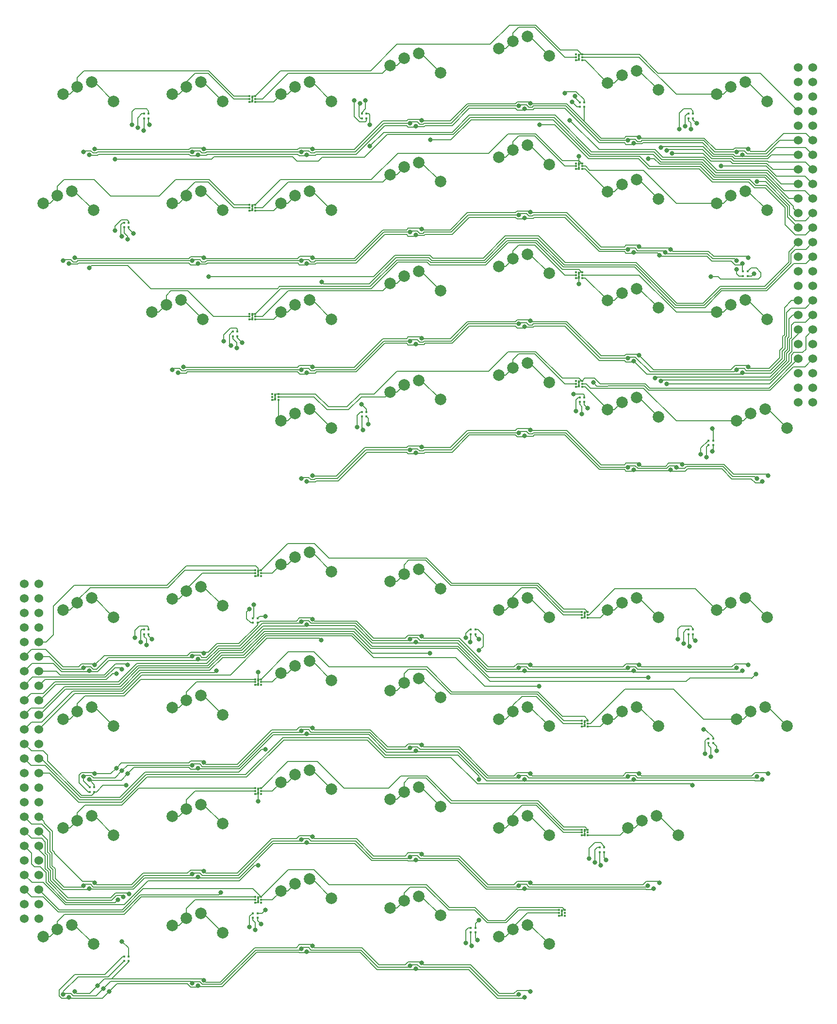
<source format=gbr>
%TF.GenerationSoftware,KiCad,Pcbnew,(6.0.6)*%
%TF.CreationDate,2022-09-05T11:06:27-07:00*%
%TF.ProjectId,Nour-Valkyrie,4e6f7572-2d56-4616-9c6b-797269652e6b,rev?*%
%TF.SameCoordinates,Original*%
%TF.FileFunction,Copper,L1,Top*%
%TF.FilePolarity,Positive*%
%FSLAX46Y46*%
G04 Gerber Fmt 4.6, Leading zero omitted, Abs format (unit mm)*
G04 Created by KiCad (PCBNEW (6.0.6)) date 2022-09-05 11:06:27*
%MOMM*%
%LPD*%
G01*
G04 APERTURE LIST*
%TA.AperFunction,ComponentPad*%
%ADD10C,2.000000*%
%TD*%
%TA.AperFunction,SMDPad,CuDef*%
%ADD11R,0.350000X0.300000*%
%TD*%
%TA.AperFunction,SMDPad,CuDef*%
%ADD12R,0.370000X0.530000*%
%TD*%
%TA.AperFunction,SMDPad,CuDef*%
%ADD13R,0.400000X0.400000*%
%TD*%
%TA.AperFunction,ComponentPad*%
%ADD14C,1.524000*%
%TD*%
%TA.AperFunction,ViaPad*%
%ADD15C,0.800000*%
%TD*%
%TA.AperFunction,Conductor*%
%ADD16C,0.200000*%
%TD*%
G04 APERTURE END LIST*
D10*
%TO.P,SW53,1,A*%
%TO.N,Net-(D48-Pad1)*%
X49000000Y-217200000D03*
X51460000Y-215920000D03*
%TO.P,SW53,2,B*%
%TO.N,/lhs/LHS Keys/KEY.COL7*%
X57810000Y-218460000D03*
X54000000Y-215100000D03*
%TD*%
D11*
%TO.P,D46,1*%
%TO.N,Net-(D46-Pad1)*%
X82470000Y-172250000D03*
%TO.P,D46,2*%
%TO.N,Net-(D46-Pad2)*%
X82470000Y-172750000D03*
%TO.P,D46,3*%
%TO.N,/lhs/LHS Keys/KEY.ROW1*%
X82470000Y-173250000D03*
%TO.P,D46,4*%
%TO.N,unconnected-(D46-Pad4)*%
X83530000Y-173250000D03*
%TO.P,D46,5*%
%TO.N,Net-(D46-Pad5)*%
X83530000Y-172750000D03*
%TO.P,D46,6*%
%TO.N,/lhs/LHS Keys/KEY.ROW1*%
X83530000Y-172250000D03*
D12*
%TO.P,D46,7*%
X83000000Y-172400000D03*
%TO.P,D46,8*%
X83000000Y-173100000D03*
%TD*%
D10*
%TO.P,SW36,1,A*%
%TO.N,Net-(D43-Pad2)*%
X125000000Y-198200000D03*
X127460000Y-196920000D03*
%TO.P,SW36,2,B*%
%TO.N,/lhs/LHS Keys/KEY.COL3*%
X130000000Y-196100000D03*
X133810000Y-199460000D03*
%TD*%
D13*
%TO.P,D79,1,A*%
%TO.N,/lhs/LHS LEDs/LED.CS_COL10*%
X120900000Y-182600000D03*
%TO.P,D79,2,RK*%
%TO.N,/lhs/LHS LEDs/LED.SW_RED1*%
X120100000Y-183400000D03*
%TO.P,D79,3,BK*%
%TO.N,/lhs/LHS LEDs/LED.SW_BLUE1*%
X120900000Y-183400000D03*
%TO.P,D79,4,GK*%
%TO.N,/lhs/LHS LEDs/LED.SW_GREEN1*%
X120100000Y-182600000D03*
%TD*%
D11*
%TO.P,D49,1*%
%TO.N,Net-(D49-Pad1)*%
X82470000Y-229250000D03*
%TO.P,D49,2*%
%TO.N,Net-(D49-Pad2)*%
X82470000Y-229750000D03*
%TO.P,D49,3*%
%TO.N,/lhs/LHS Keys/KEY.ROW10*%
X82470000Y-230250000D03*
%TO.P,D49,4*%
%TO.N,unconnected-(D49-Pad4)*%
X83530000Y-230250000D03*
%TO.P,D49,5*%
%TO.N,Net-(D49-Pad5)*%
X83530000Y-229750000D03*
%TO.P,D49,6*%
%TO.N,/lhs/LHS Keys/KEY.ROW10*%
X83530000Y-229250000D03*
D12*
%TO.P,D49,7*%
X83000000Y-229400000D03*
%TO.P,D49,8*%
X83000000Y-230100000D03*
%TD*%
D10*
%TO.P,SW33,1,A*%
%TO.N,Net-(D43-Pad4)*%
X144000000Y-198200000D03*
X146460000Y-196920000D03*
%TO.P,SW33,2,B*%
%TO.N,/lhs/LHS Keys/KEY.COL2*%
X149000000Y-196100000D03*
X152810000Y-199460000D03*
%TD*%
D13*
%TO.P,D34,1,A*%
%TO.N,/rhs/RHS LEDs/LED.CS_COL16*%
X168400000Y-120100000D03*
%TO.P,D34,2,RK*%
%TO.N,/rhs/RHS LEDs/LED.SW_RED3*%
X167600000Y-120900000D03*
%TO.P,D34,3,BK*%
%TO.N,/rhs/RHS LEDs/LED.SW_BLUE3*%
X168400000Y-120900000D03*
%TO.P,D34,4,GK*%
%TO.N,/rhs/RHS LEDs/LED.SW_GREEN3*%
X167600000Y-120100000D03*
%TD*%
D14*
%TO.P,U3,1,KEY_COL2*%
%TO.N,/rhs/RHS Keys/KEY.COL2*%
X177260000Y-142965000D03*
%TO.P,U3,2,KEY_COL4*%
%TO.N,/rhs/RHS Keys/KEY.COL4*%
X177260000Y-140425000D03*
%TO.P,U3,3,KEY_ROW5*%
%TO.N,/rhs/RHS Keys/KEY.ROW5*%
X177260000Y-137885000D03*
%TO.P,U3,4,KEY_ROW3*%
%TO.N,/rhs/RHS Keys/KEY.ROW3*%
X177260000Y-135345000D03*
%TO.P,U3,5,KEY_ROW1*%
%TO.N,/rhs/RHS Keys/KEY.ROW1*%
X177260000Y-132805000D03*
%TO.P,U3,6,LED_SW_RED1*%
%TO.N,/rhs/RHS LEDs/LED.SW_RED1*%
X177260000Y-130265000D03*
%TO.P,U3,7,LED_SW_GREEN2*%
%TO.N,/rhs/RHS LEDs/LED.SW_GREEN2*%
X177260000Y-127725000D03*
%TO.P,U3,8,LED_SW_BLUE2*%
%TO.N,/rhs/RHS LEDs/LED.SW_BLUE2*%
X177260000Y-125185000D03*
%TO.P,U3,9,LED_CS1*%
%TO.N,/rhs/RHS LEDs/LED.CS_COL1*%
X177260000Y-122645000D03*
%TO.P,U3,10,LED_CS3*%
%TO.N,/rhs/RHS LEDs/LED.CS_COL3*%
X177260000Y-120105000D03*
%TO.P,U3,11,LED_CS5*%
%TO.N,/rhs/RHS LEDs/LED.CS_COL5*%
X177260000Y-117565000D03*
%TO.P,U3,12,LED_CS7*%
%TO.N,/rhs/RHS LEDs/LED.CS_COL7*%
X177260000Y-115025000D03*
%TO.P,U3,13,LED_CS9*%
%TO.N,/rhs/RHS LEDs/LED.CS_COL9*%
X177260000Y-112485000D03*
%TO.P,U3,14,LED_CS11*%
%TO.N,/rhs/RHS LEDs/LED.CS_COL11*%
X177260000Y-109945000D03*
%TO.P,U3,15,LED_CS13*%
%TO.N,/rhs/RHS LEDs/LED.CS_COL13*%
X177260000Y-107405000D03*
%TO.P,U3,16,LED_CS15*%
%TO.N,/rhs/RHS LEDs/LED.CS_COL15*%
X177260000Y-104865000D03*
%TO.P,U3,17,LED_SW_BLUE3*%
%TO.N,/rhs/RHS LEDs/LED.SW_BLUE3*%
X177260000Y-102325000D03*
%TO.P,U3,18,LED_SW_GREEN3*%
%TO.N,/rhs/RHS LEDs/LED.SW_GREEN3*%
X177260000Y-99785000D03*
%TO.P,U3,19,LED_SW_RED4*%
%TO.N,/rhs/RHS LEDs/LED.SW_RED4*%
X177260000Y-97245000D03*
%TO.P,U3,20,KEY_ROW6*%
%TO.N,/rhs/RHS Keys/KEY.ROW6*%
X177260000Y-94705000D03*
%TO.P,U3,21,KEY_ROW8*%
%TO.N,/rhs/RHS Keys/KEY.ROW8*%
X177260000Y-92165000D03*
%TO.P,U3,22,KEY_ROW10*%
%TO.N,/rhs/RHS Keys/KEY.ROW10*%
X177260000Y-89625000D03*
%TO.P,U3,23,KEY_COL7*%
%TO.N,/rhs/RHS Keys/KEY.COL7*%
X177260000Y-87085000D03*
%TO.P,U3,24,KEY_COL9*%
%TO.N,/rhs/RHS Keys/KEY.COL9*%
X177260000Y-84545000D03*
%TO.P,U3,25,KEY_COL10*%
%TO.N,/rhs/RHS Keys/KEY.COL10*%
X179800000Y-84545000D03*
%TO.P,U3,26,KEY_COL8*%
%TO.N,/rhs/RHS Keys/KEY.COL8*%
X179800000Y-87085000D03*
%TO.P,U3,27,KEY_COL6*%
%TO.N,/rhs/RHS Keys/KEY.COL6*%
X179800000Y-89625000D03*
%TO.P,U3,28,KEY_ROW9*%
%TO.N,/rhs/RHS Keys/KEY.ROW9*%
X179800000Y-92165000D03*
%TO.P,U3,29,KEY_ROW7*%
%TO.N,/rhs/RHS Keys/KEY.ROW7*%
X179800000Y-94705000D03*
%TO.P,U3,30,LED_SW_BLUE4*%
%TO.N,/rhs/RHS LEDs/LED.SW_BLUE4*%
X179800000Y-97245000D03*
%TO.P,U3,31,LED_SW_GREEN4*%
%TO.N,/rhs/RHS LEDs/LED.SW_GREEN4*%
X179800000Y-99785000D03*
%TO.P,U3,32,LED_SW_RED3*%
%TO.N,/rhs/RHS LEDs/LED.SW_RED3*%
X179800000Y-102325000D03*
%TO.P,U3,33,LED_CS16*%
%TO.N,/rhs/RHS LEDs/LED.CS_COL16*%
X179800000Y-104865000D03*
%TO.P,U3,34,LED_CS14*%
%TO.N,/rhs/RHS LEDs/LED.CS_COL14*%
X179800000Y-107405000D03*
%TO.P,U3,35,LED_CS12*%
%TO.N,/rhs/RHS LEDs/LED.CS_COL12*%
X179800000Y-109945000D03*
%TO.P,U3,36,LED_CS10*%
%TO.N,/rhs/RHS LEDs/LED.CS_COL10*%
X179800000Y-112485000D03*
%TO.P,U3,37,LED_CS8*%
%TO.N,/rhs/RHS LEDs/LED.CS_COL8*%
X179800000Y-115025000D03*
%TO.P,U3,38,LED_CS6*%
%TO.N,/rhs/RHS LEDs/LED.CS_COL6*%
X179800000Y-117565000D03*
%TO.P,U3,39,LED_CS4*%
%TO.N,/rhs/RHS LEDs/LED.CS_COL4*%
X179800000Y-120105000D03*
%TO.P,U3,40,LED_CS2*%
%TO.N,/rhs/RHS LEDs/LED.CS_COL2*%
X179800000Y-122645000D03*
%TO.P,U3,41,LED_SW_RED2*%
%TO.N,/rhs/RHS LEDs/LED.SW_RED2*%
X179800000Y-125185000D03*
%TO.P,U3,42,LED_SW_GREEN1*%
%TO.N,/rhs/RHS LEDs/LED.SW_GREEN1*%
X179800000Y-127725000D03*
%TO.P,U3,43,LED_SW_BLUE1*%
%TO.N,/rhs/RHS LEDs/LED.SW_BLUE1*%
X179800000Y-130265000D03*
%TO.P,U3,44,KEY_ROW2*%
%TO.N,/rhs/RHS Keys/KEY.ROW2*%
X179800000Y-132805000D03*
%TO.P,U3,45,KEY_ROW4*%
%TO.N,/rhs/RHS Keys/KEY.ROW4*%
X179800000Y-135345000D03*
%TO.P,U3,46,KEY_COL5*%
%TO.N,/rhs/RHS Keys/KEY.COL5*%
X179800000Y-137885000D03*
%TO.P,U3,47,KEY_COL3*%
%TO.N,/rhs/RHS Keys/KEY.COL3*%
X179800000Y-140425000D03*
%TO.P,U3,48,KEY_COL1*%
%TO.N,/rhs/RHS Keys/KEY.COL1*%
X179800000Y-142965000D03*
%TD*%
D13*
%TO.P,D81,1,A*%
%TO.N,/lhs/LHS LEDs/LED.CS_COL11*%
X158900000Y-182600000D03*
%TO.P,D81,2,RK*%
%TO.N,/lhs/LHS LEDs/LED.SW_RED1*%
X158100000Y-183400000D03*
%TO.P,D81,3,BK*%
%TO.N,/lhs/LHS LEDs/LED.SW_BLUE1*%
X158900000Y-183400000D03*
%TO.P,D81,4,GK*%
%TO.N,/lhs/LHS LEDs/LED.SW_GREEN1*%
X158100000Y-182600000D03*
%TD*%
D10*
%TO.P,SW13,1,A*%
%TO.N,Net-(D3-Pad2)*%
X127460000Y-117920000D03*
X125000000Y-119200000D03*
%TO.P,SW13,2,B*%
%TO.N,/rhs/RHS Keys/KEY.COL6*%
X133810000Y-120460000D03*
X130000000Y-117100000D03*
%TD*%
%TO.P,SW49,1,A*%
%TO.N,Net-(D48-Pad2)*%
X68000000Y-215200000D03*
X70460000Y-213920000D03*
%TO.P,SW49,2,B*%
%TO.N,/lhs/LHS Keys/KEY.COL6*%
X76810000Y-216460000D03*
X73000000Y-213100000D03*
%TD*%
%TO.P,SW8,1,A*%
%TO.N,Net-(D2-Pad4)*%
X144000000Y-106200000D03*
X146460000Y-104920000D03*
%TO.P,SW8,2,B*%
%TO.N,/rhs/RHS Keys/KEY.COL1*%
X152810000Y-107460000D03*
X149000000Y-104100000D03*
%TD*%
D11*
%TO.P,D5,1*%
%TO.N,Net-(D5-Pad1)*%
X81470000Y-89500000D03*
%TO.P,D5,2*%
%TO.N,Net-(D5-Pad2)*%
X81470000Y-90000000D03*
%TO.P,D5,3*%
%TO.N,/rhs/RHS Keys/KEY.ROW8*%
X81470000Y-90500000D03*
%TO.P,D5,4*%
%TO.N,Net-(D5-Pad4)*%
X82530000Y-90500000D03*
%TO.P,D5,5*%
%TO.N,Net-(D5-Pad5)*%
X82530000Y-90000000D03*
%TO.P,D5,6*%
%TO.N,/rhs/RHS Keys/KEY.ROW8*%
X82530000Y-89500000D03*
D12*
%TO.P,D5,7*%
X82000000Y-89650000D03*
%TO.P,D5,8*%
X82000000Y-90350000D03*
%TD*%
D11*
%TO.P,D43,1*%
%TO.N,Net-(D43-Pad1)*%
X139470000Y-198500000D03*
%TO.P,D43,2*%
%TO.N,Net-(D43-Pad2)*%
X139470000Y-199000000D03*
%TO.P,D43,3*%
%TO.N,/lhs/LHS Keys/KEY.ROW2*%
X139470000Y-199500000D03*
%TO.P,D43,4*%
%TO.N,Net-(D43-Pad4)*%
X140530000Y-199500000D03*
%TO.P,D43,5*%
%TO.N,Net-(D43-Pad5)*%
X140530000Y-199000000D03*
%TO.P,D43,6*%
%TO.N,/lhs/LHS Keys/KEY.ROW2*%
X140530000Y-198500000D03*
D12*
%TO.P,D43,7*%
X140000000Y-198650000D03*
%TO.P,D43,8*%
X140000000Y-199350000D03*
%TD*%
D10*
%TO.P,SW26,1,A*%
%TO.N,Net-(D5-Pad1)*%
X49000000Y-89200000D03*
X51460000Y-87920000D03*
%TO.P,SW26,2,B*%
%TO.N,/rhs/RHS Keys/KEY.COL10*%
X54000000Y-87100000D03*
X57810000Y-90460000D03*
%TD*%
%TO.P,SW23,1,A*%
%TO.N,Net-(D5-Pad2)*%
X70460000Y-87920000D03*
X68000000Y-89200000D03*
%TO.P,SW23,2,B*%
%TO.N,/rhs/RHS Keys/KEY.COL9*%
X76810000Y-90460000D03*
X73000000Y-87100000D03*
%TD*%
D13*
%TO.P,D80,1,A*%
%TO.N,/lhs/LHS LEDs/LED.CS_COL11*%
X143400000Y-220600000D03*
%TO.P,D80,2,RK*%
%TO.N,/lhs/LHS LEDs/LED.SW_RED3*%
X142600000Y-221400000D03*
%TO.P,D80,3,BK*%
%TO.N,/lhs/LHS LEDs/LED.SW_BLUE3*%
X143400000Y-221400000D03*
%TO.P,D80,4,GK*%
%TO.N,/lhs/LHS LEDs/LED.SW_GREEN3*%
X142600000Y-220600000D03*
%TD*%
D11*
%TO.P,D2,1*%
%TO.N,unconnected-(D2-Pad1)*%
X138470000Y-101250000D03*
%TO.P,D2,2*%
%TO.N,Net-(D2-Pad2)*%
X138470000Y-101750000D03*
%TO.P,D2,3*%
%TO.N,/rhs/RHS Keys/KEY.ROW9*%
X138470000Y-102250000D03*
%TO.P,D2,4*%
%TO.N,Net-(D2-Pad4)*%
X139530000Y-102250000D03*
%TO.P,D2,5*%
%TO.N,Net-(D2-Pad5)*%
X139530000Y-101750000D03*
%TO.P,D2,6*%
%TO.N,/rhs/RHS Keys/KEY.ROW9*%
X139530000Y-101250000D03*
D12*
%TO.P,D2,7*%
X139000000Y-101400000D03*
%TO.P,D2,8*%
X139000000Y-102100000D03*
%TD*%
D10*
%TO.P,SW18,1,A*%
%TO.N,Net-(D8-Pad5)*%
X108460000Y-139920000D03*
X106000000Y-141200000D03*
%TO.P,SW18,2,B*%
%TO.N,/rhs/RHS Keys/KEY.COL7*%
X114810000Y-142460000D03*
X111000000Y-139100000D03*
%TD*%
%TO.P,SW21,1,A*%
%TO.N,Net-(D7-Pad4)*%
X89460000Y-125920000D03*
X87000000Y-127200000D03*
%TO.P,SW21,2,B*%
%TO.N,/rhs/RHS Keys/KEY.COL8*%
X95810000Y-128460000D03*
X92000000Y-125100000D03*
%TD*%
%TO.P,SW11,1,A*%
%TO.N,Net-(D1-Pad2)*%
X125000000Y-81200000D03*
X127460000Y-79920000D03*
%TO.P,SW11,2,B*%
%TO.N,/rhs/RHS Keys/KEY.COL6*%
X133810000Y-82460000D03*
X130000000Y-79100000D03*
%TD*%
%TO.P,SW4,1,A*%
%TO.N,Net-(D2-Pad5)*%
X163000000Y-108200000D03*
X165460000Y-106920000D03*
%TO.P,SW4,2,B*%
%TO.N,/rhs/RHS Keys/KEY.COL2*%
X168000000Y-106100000D03*
X171810000Y-109460000D03*
%TD*%
D13*
%TO.P,D85,1,A*%
%TO.N,/lhs/LHS LEDs/LED.CS_COL9*%
X82900000Y-180600000D03*
%TO.P,D85,2,RK*%
%TO.N,/lhs/LHS LEDs/LED.SW_RED1*%
X82100000Y-181400000D03*
%TO.P,D85,3,BK*%
%TO.N,/lhs/LHS LEDs/LED.SW_BLUE1*%
X82900000Y-181400000D03*
%TO.P,D85,4,GK*%
%TO.N,/lhs/LHS LEDs/LED.SW_GREEN1*%
X82100000Y-180600000D03*
%TD*%
D10*
%TO.P,SW45,1,A*%
%TO.N,Net-(D48-Pad5)*%
X89460000Y-207920000D03*
X87000000Y-209200000D03*
%TO.P,SW45,2,B*%
%TO.N,/lhs/LHS Keys/KEY.COL5*%
X92000000Y-207100000D03*
X95810000Y-210460000D03*
%TD*%
%TO.P,SW41,1,A*%
%TO.N,Net-(D44-Pad1)*%
X108460000Y-210920000D03*
X106000000Y-212200000D03*
%TO.P,SW41,2,B*%
%TO.N,/lhs/LHS Keys/KEY.COL4*%
X111000000Y-210100000D03*
X114810000Y-213460000D03*
%TD*%
D13*
%TO.P,D84,1,A*%
%TO.N,/rhs/RHS LEDs/LED.CS_COL15*%
X139900000Y-142100000D03*
%TO.P,D84,2,RK*%
%TO.N,/rhs/RHS LEDs/LED.SW_RED1*%
X139100000Y-142900000D03*
%TO.P,D84,3,BK*%
%TO.N,/rhs/RHS LEDs/LED.SW_BLUE1*%
X139900000Y-142900000D03*
%TO.P,D84,4,GK*%
%TO.N,/rhs/RHS LEDs/LED.SW_GREEN1*%
X139100000Y-142100000D03*
%TD*%
D10*
%TO.P,SW42,1,A*%
%TO.N,Net-(D45-Pad1)*%
X106000000Y-231200000D03*
X108460000Y-229920000D03*
%TO.P,SW42,2,B*%
%TO.N,/lhs/LHS Keys/KEY.COL4*%
X114810000Y-232460000D03*
X111000000Y-229100000D03*
%TD*%
D13*
%TO.P,D78,1,A*%
%TO.N,/lhs/LHS LEDs/LED.CS_COL9*%
X82900000Y-232100000D03*
%TO.P,D78,2,RK*%
%TO.N,/lhs/LHS LEDs/LED.SW_RED4*%
X82100000Y-232900000D03*
%TO.P,D78,3,BK*%
%TO.N,/lhs/LHS LEDs/LED.SW_BLUE4*%
X82900000Y-232900000D03*
%TO.P,D78,4,GK*%
%TO.N,/lhs/LHS LEDs/LED.SW_GREEN4*%
X82100000Y-232100000D03*
%TD*%
D10*
%TO.P,SW20,1,A*%
%TO.N,Net-(D6-Pad4)*%
X87000000Y-108200000D03*
X89460000Y-106920000D03*
%TO.P,SW20,2,B*%
%TO.N,/rhs/RHS Keys/KEY.COL8*%
X95810000Y-109460000D03*
X92000000Y-106100000D03*
%TD*%
D11*
%TO.P,D4,1*%
%TO.N,unconnected-(D4-Pad1)*%
X138470000Y-139250000D03*
%TO.P,D4,2*%
%TO.N,Net-(D4-Pad2)*%
X138470000Y-139750000D03*
%TO.P,D4,3*%
%TO.N,/rhs/RHS Keys/KEY.ROW3*%
X138470000Y-140250000D03*
%TO.P,D4,4*%
%TO.N,Net-(D4-Pad4)*%
X139530000Y-140250000D03*
%TO.P,D4,5*%
%TO.N,Net-(D4-Pad5)*%
X139530000Y-139750000D03*
%TO.P,D4,6*%
%TO.N,/rhs/RHS Keys/KEY.ROW3*%
X139530000Y-139250000D03*
D12*
%TO.P,D4,7*%
X139000000Y-139400000D03*
%TO.P,D4,8*%
X139000000Y-140100000D03*
%TD*%
D10*
%TO.P,SW40,1,A*%
%TO.N,Net-(D43-Pad1)*%
X106000000Y-193200000D03*
X108460000Y-191920000D03*
%TO.P,SW40,2,B*%
%TO.N,/lhs/LHS Keys/KEY.COL4*%
X114810000Y-194460000D03*
X111000000Y-191100000D03*
%TD*%
%TO.P,SW51,1,A*%
%TO.N,Net-(D46-Pad1)*%
X51460000Y-177920000D03*
X49000000Y-179200000D03*
%TO.P,SW51,2,B*%
%TO.N,/lhs/LHS Keys/KEY.COL7*%
X57810000Y-180460000D03*
X54000000Y-177100000D03*
%TD*%
D13*
%TO.P,D82,1,A*%
%TO.N,/lhs/LHS LEDs/LED.CS_COL11*%
X162400000Y-201600000D03*
%TO.P,D82,2,RK*%
%TO.N,/lhs/LHS LEDs/LED.SW_RED2*%
X161600000Y-202400000D03*
%TO.P,D82,3,BK*%
%TO.N,/lhs/LHS LEDs/LED.SW_BLUE2*%
X162400000Y-202400000D03*
%TO.P,D82,4,GK*%
%TO.N,/lhs/LHS LEDs/LED.SW_GREEN2*%
X161600000Y-201600000D03*
%TD*%
D10*
%TO.P,SW12,1,A*%
%TO.N,Net-(D2-Pad2)*%
X125000000Y-100200000D03*
X127460000Y-98920000D03*
%TO.P,SW12,2,B*%
%TO.N,/rhs/RHS Keys/KEY.COL6*%
X130000000Y-98100000D03*
X133810000Y-101460000D03*
%TD*%
D13*
%TO.P,D75,1,A*%
%TO.N,/lhs/LHS LEDs/LED.CS_COL8*%
X54400000Y-210900000D03*
%TO.P,D75,2,RK*%
%TO.N,/lhs/LHS LEDs/LED.SW_RED2*%
X53600000Y-210100000D03*
%TO.P,D75,3,BK*%
%TO.N,/lhs/LHS LEDs/LED.SW_BLUE2*%
X53600000Y-210900000D03*
%TO.P,D75,4,GK*%
%TO.N,/lhs/LHS LEDs/LED.SW_GREEN2*%
X54400000Y-210100000D03*
%TD*%
D10*
%TO.P,SW37,1,A*%
%TO.N,Net-(D44-Pad2)*%
X127460000Y-215920000D03*
X125000000Y-217200000D03*
%TO.P,SW37,2,B*%
%TO.N,/lhs/LHS Keys/KEY.COL3*%
X133810000Y-218460000D03*
X130000000Y-215100000D03*
%TD*%
%TO.P,SW30,1,A*%
%TO.N,Net-(D42-Pad5)*%
X163000000Y-179200000D03*
X165460000Y-177920000D03*
%TO.P,SW30,2,B*%
%TO.N,/lhs/LHS Keys/KEY.COL1*%
X171810000Y-180460000D03*
X168000000Y-177100000D03*
%TD*%
%TO.P,SW25,1,A*%
%TO.N,Net-(D7-Pad2)*%
X66960000Y-125920000D03*
X64500000Y-127200000D03*
%TO.P,SW25,2,B*%
%TO.N,/rhs/RHS Keys/KEY.COL9*%
X69500000Y-125100000D03*
X73310000Y-128460000D03*
%TD*%
%TO.P,SW19,1,A*%
%TO.N,Net-(D5-Pad4)*%
X89460000Y-87920000D03*
X87000000Y-89200000D03*
%TO.P,SW19,2,B*%
%TO.N,/rhs/RHS Keys/KEY.COL8*%
X95810000Y-90460000D03*
X92000000Y-87100000D03*
%TD*%
D13*
%TO.P,D76,1,A*%
%TO.N,/lhs/LHS LEDs/LED.CS_COL8*%
X60400000Y-239600000D03*
%TO.P,D76,2,RK*%
%TO.N,/lhs/LHS LEDs/LED.SW_RED4*%
X59600000Y-240400000D03*
%TO.P,D76,3,BK*%
%TO.N,/lhs/LHS LEDs/LED.SW_BLUE4*%
X60400000Y-240400000D03*
%TO.P,D76,4,GK*%
%TO.N,/lhs/LHS LEDs/LED.SW_GREEN4*%
X59600000Y-239600000D03*
%TD*%
D10*
%TO.P,SW52,1,A*%
%TO.N,Net-(D47-Pad1)*%
X49000000Y-198200000D03*
X51460000Y-196920000D03*
%TO.P,SW52,2,B*%
%TO.N,/lhs/LHS Keys/KEY.COL7*%
X57810000Y-199460000D03*
X54000000Y-196100000D03*
%TD*%
%TO.P,SW38,1,A*%
%TO.N,Net-(D45-Pad2)*%
X127460000Y-234920000D03*
X125000000Y-236200000D03*
%TO.P,SW38,2,B*%
%TO.N,/lhs/LHS Keys/KEY.COL3*%
X130000000Y-234100000D03*
X133810000Y-237460000D03*
%TD*%
%TO.P,SW35,1,A*%
%TO.N,Net-(D42-Pad2)*%
X125000000Y-179200000D03*
X127460000Y-177920000D03*
%TO.P,SW35,2,B*%
%TO.N,/lhs/LHS Keys/KEY.COL3*%
X130000000Y-177100000D03*
X133810000Y-180460000D03*
%TD*%
D14*
%TO.P,U5,1,KEY_COL2*%
%TO.N,/lhs/LHS Keys/KEY.COL2*%
X44740000Y-174580000D03*
%TO.P,U5,2,KEY_COL4*%
%TO.N,/lhs/LHS Keys/KEY.COL4*%
X44740000Y-177120000D03*
%TO.P,U5,3,KEY_ROW5*%
%TO.N,/lhs/LHS Keys/KEY.ROW5*%
X44740000Y-179660000D03*
%TO.P,U5,4,KEY_ROW3*%
%TO.N,/lhs/LHS Keys/KEY.ROW3*%
X44740000Y-182200000D03*
%TO.P,U5,5,KEY_ROW1*%
%TO.N,/lhs/LHS Keys/KEY.ROW1*%
X44740000Y-184740000D03*
%TO.P,U5,6,LED_SW_RED1*%
%TO.N,/lhs/LHS LEDs/LED.SW_RED1*%
X44740000Y-187280000D03*
%TO.P,U5,7,LED_SW_GREEN2*%
%TO.N,/lhs/LHS LEDs/LED.SW_GREEN2*%
X44740000Y-189820000D03*
%TO.P,U5,8,LED_SW_BLUE2*%
%TO.N,/lhs/LHS LEDs/LED.SW_BLUE2*%
X44740000Y-192360000D03*
%TO.P,U5,9,LED_CS1*%
%TO.N,/lhs/LHS LEDs/LED.CS_COL1*%
X44740000Y-194900000D03*
%TO.P,U5,10,LED_CS3*%
%TO.N,/lhs/LHS LEDs/LED.CS_COL3*%
X44740000Y-197440000D03*
%TO.P,U5,11,LED_CS5*%
%TO.N,/lhs/LHS LEDs/LED.CS_COL5*%
X44740000Y-199980000D03*
%TO.P,U5,12,LED_CS7*%
%TO.N,/lhs/LHS LEDs/LED.CS_COL7*%
X44740000Y-202520000D03*
%TO.P,U5,13,LED_CS9*%
%TO.N,/lhs/LHS LEDs/LED.CS_COL9*%
X44740000Y-205060000D03*
%TO.P,U5,14,LED_CS11*%
%TO.N,/lhs/LHS LEDs/LED.CS_COL11*%
X44740000Y-207600000D03*
%TO.P,U5,15,LED_CS13*%
%TO.N,/lhs/LHS LEDs/LED.CS_COL13*%
X44740000Y-210140000D03*
%TO.P,U5,16,LED_CS15*%
%TO.N,/lhs/LHS LEDs/LED.CS_COL15*%
X44740000Y-212680000D03*
%TO.P,U5,17,LED_SW_BLUE3*%
%TO.N,/lhs/LHS LEDs/LED.SW_BLUE3*%
X44740000Y-215220000D03*
%TO.P,U5,18,LED_SW_GREEN3*%
%TO.N,/lhs/LHS LEDs/LED.SW_GREEN3*%
X44740000Y-217760000D03*
%TO.P,U5,19,LED_SW_RED4*%
%TO.N,/lhs/LHS LEDs/LED.SW_RED4*%
X44740000Y-220300000D03*
%TO.P,U5,20,KEY_ROW6*%
%TO.N,/lhs/LHS Keys/KEY.ROW6*%
X44740000Y-222840000D03*
%TO.P,U5,21,KEY_ROW8*%
%TO.N,/lhs/LHS Keys/KEY.ROW8*%
X44740000Y-225380000D03*
%TO.P,U5,22,KEY_ROW10*%
%TO.N,/lhs/LHS Keys/KEY.ROW10*%
X44740000Y-227920000D03*
%TO.P,U5,23,KEY_COL7*%
%TO.N,/lhs/LHS Keys/KEY.COL7*%
X44740000Y-230460000D03*
%TO.P,U5,24,KEY_COL9*%
%TO.N,/lhs/LHS Keys/KEY.COL9*%
X44740000Y-233000000D03*
%TO.P,U5,25,KEY_COL10*%
%TO.N,/lhs/LHS Keys/KEY.COL10*%
X42200000Y-233000000D03*
%TO.P,U5,26,KEY_COL8*%
%TO.N,/lhs/LHS Keys/KEY.COL8*%
X42200000Y-230460000D03*
%TO.P,U5,27,KEY_COL6*%
%TO.N,/lhs/LHS Keys/KEY.COL6*%
X42200000Y-227920000D03*
%TO.P,U5,28,KEY_ROW9*%
%TO.N,/lhs/LHS Keys/KEY.ROW9*%
X42200000Y-225380000D03*
%TO.P,U5,29,KEY_ROW7*%
%TO.N,/lhs/LHS Keys/KEY.ROW7*%
X42200000Y-222840000D03*
%TO.P,U5,30,LED_SW_BLUE4*%
%TO.N,/lhs/LHS LEDs/LED.SW_BLUE4*%
X42200000Y-220300000D03*
%TO.P,U5,31,LED_SW_GREEN4*%
%TO.N,/lhs/LHS LEDs/LED.SW_GREEN4*%
X42200000Y-217760000D03*
%TO.P,U5,32,LED_SW_RED3*%
%TO.N,/lhs/LHS LEDs/LED.SW_RED3*%
X42200000Y-215220000D03*
%TO.P,U5,33,LED_CS16*%
%TO.N,/lhs/LHS LEDs/LED.CS_COL16*%
X42200000Y-212680000D03*
%TO.P,U5,34,LED_CS14*%
%TO.N,/lhs/LHS LEDs/LED.CS_COL14*%
X42200000Y-210140000D03*
%TO.P,U5,35,LED_CS12*%
%TO.N,/lhs/LHS LEDs/LED.CS_COL12*%
X42200000Y-207600000D03*
%TO.P,U5,36,LED_CS10*%
%TO.N,/lhs/LHS LEDs/LED.CS_COL10*%
X42200000Y-205060000D03*
%TO.P,U5,37,LED_CS8*%
%TO.N,/lhs/LHS LEDs/LED.CS_COL8*%
X42200000Y-202520000D03*
%TO.P,U5,38,LED_CS6*%
%TO.N,/lhs/LHS LEDs/LED.CS_COL6*%
X42200000Y-199980000D03*
%TO.P,U5,39,LED_CS4*%
%TO.N,/lhs/LHS LEDs/LED.CS_COL4*%
X42200000Y-197440000D03*
%TO.P,U5,40,LED_CS2*%
%TO.N,/lhs/LHS LEDs/LED.CS_COL2*%
X42200000Y-194900000D03*
%TO.P,U5,41,LED_SW_RED2*%
%TO.N,/lhs/LHS LEDs/LED.SW_RED2*%
X42200000Y-192360000D03*
%TO.P,U5,42,LED_SW_GREEN1*%
%TO.N,/lhs/LHS LEDs/LED.SW_GREEN1*%
X42200000Y-189820000D03*
%TO.P,U5,43,LED_SW_BLUE1*%
%TO.N,/lhs/LHS LEDs/LED.SW_BLUE1*%
X42200000Y-187280000D03*
%TO.P,U5,44,KEY_ROW2*%
%TO.N,/lhs/LHS Keys/KEY.ROW2*%
X42200000Y-184740000D03*
%TO.P,U5,45,KEY_ROW4*%
%TO.N,/lhs/LHS Keys/KEY.ROW4*%
X42200000Y-182200000D03*
%TO.P,U5,46,KEY_COL5*%
%TO.N,/lhs/LHS Keys/KEY.COL5*%
X42200000Y-179660000D03*
%TO.P,U5,47,KEY_COL3*%
%TO.N,/lhs/LHS Keys/KEY.COL3*%
X42200000Y-177120000D03*
%TO.P,U5,48,KEY_COL1*%
%TO.N,/lhs/LHS Keys/KEY.COL1*%
X42200000Y-174580000D03*
%TD*%
D10*
%TO.P,SW5,1,A*%
%TO.N,Net-(D3-Pad5)*%
X165460000Y-125920000D03*
X163000000Y-127200000D03*
%TO.P,SW5,2,B*%
%TO.N,/rhs/RHS Keys/KEY.COL2*%
X171810000Y-128460000D03*
X168000000Y-125100000D03*
%TD*%
%TO.P,SW47,1,A*%
%TO.N,Net-(D46-Pad2)*%
X68000000Y-177200000D03*
X70460000Y-175920000D03*
%TO.P,SW47,2,B*%
%TO.N,/lhs/LHS Keys/KEY.COL6*%
X73000000Y-175100000D03*
X76810000Y-178460000D03*
%TD*%
%TO.P,SW50,1,A*%
%TO.N,Net-(D49-Pad2)*%
X68000000Y-234200000D03*
X70460000Y-232920000D03*
%TO.P,SW50,2,B*%
%TO.N,/lhs/LHS Keys/KEY.COL6*%
X76810000Y-235460000D03*
X73000000Y-232100000D03*
%TD*%
D11*
%TO.P,D44,1*%
%TO.N,Net-(D44-Pad1)*%
X139470000Y-217500000D03*
%TO.P,D44,2*%
%TO.N,Net-(D44-Pad2)*%
X139470000Y-218000000D03*
%TO.P,D44,3*%
%TO.N,/lhs/LHS Keys/KEY.ROW9*%
X139470000Y-218500000D03*
%TO.P,D44,4*%
%TO.N,Net-(D44-Pad4)*%
X140530000Y-218500000D03*
%TO.P,D44,5*%
%TO.N,unconnected-(D44-Pad5)*%
X140530000Y-218000000D03*
%TO.P,D44,6*%
%TO.N,/lhs/LHS Keys/KEY.ROW9*%
X140530000Y-217500000D03*
D12*
%TO.P,D44,7*%
X140000000Y-217650000D03*
%TO.P,D44,8*%
X140000000Y-218350000D03*
%TD*%
D11*
%TO.P,D1,1*%
%TO.N,unconnected-(D1-Pad1)*%
X138470000Y-82250000D03*
%TO.P,D1,2*%
%TO.N,Net-(D1-Pad2)*%
X138470000Y-82750000D03*
%TO.P,D1,3*%
%TO.N,/rhs/RHS Keys/KEY.ROW8*%
X138470000Y-83250000D03*
%TO.P,D1,4*%
%TO.N,Net-(D1-Pad4)*%
X139530000Y-83250000D03*
%TO.P,D1,5*%
%TO.N,Net-(D1-Pad5)*%
X139530000Y-82750000D03*
%TO.P,D1,6*%
%TO.N,/rhs/RHS Keys/KEY.ROW8*%
X139530000Y-82250000D03*
D12*
%TO.P,D1,7*%
X139000000Y-82400000D03*
%TO.P,D1,8*%
X139000000Y-83100000D03*
%TD*%
D10*
%TO.P,SW14,1,A*%
%TO.N,Net-(D4-Pad2)*%
X127460000Y-136920000D03*
X125000000Y-138200000D03*
%TO.P,SW14,2,B*%
%TO.N,/rhs/RHS Keys/KEY.COL6*%
X133810000Y-139460000D03*
X130000000Y-136100000D03*
%TD*%
%TO.P,SW9,1,A*%
%TO.N,Net-(D3-Pad4)*%
X144000000Y-125200000D03*
X146460000Y-123920000D03*
%TO.P,SW9,2,B*%
%TO.N,/rhs/RHS Keys/KEY.COL1*%
X152810000Y-126460000D03*
X149000000Y-123100000D03*
%TD*%
D11*
%TO.P,D45,1*%
%TO.N,Net-(D45-Pad1)*%
X135470000Y-231500000D03*
%TO.P,D45,2*%
%TO.N,Net-(D45-Pad2)*%
X135470000Y-232000000D03*
%TO.P,D45,3*%
%TO.N,/lhs/LHS Keys/KEY.ROW10*%
X135470000Y-232500000D03*
%TO.P,D45,4*%
%TO.N,unconnected-(D45-Pad4)*%
X136530000Y-232500000D03*
%TO.P,D45,5*%
%TO.N,unconnected-(D45-Pad5)*%
X136530000Y-232000000D03*
%TO.P,D45,6*%
%TO.N,/lhs/LHS Keys/KEY.ROW10*%
X136530000Y-231500000D03*
D12*
%TO.P,D45,7*%
X136000000Y-231650000D03*
%TO.P,D45,8*%
X136000000Y-232350000D03*
%TD*%
D13*
%TO.P,D41,1,A*%
%TO.N,/rhs/RHS LEDs/LED.CS_COL13*%
X60400000Y-111600000D03*
%TO.P,D41,2,RK*%
%TO.N,/rhs/RHS LEDs/LED.SW_RED3*%
X59600000Y-112400000D03*
%TO.P,D41,3,BK*%
%TO.N,/rhs/RHS LEDs/LED.SW_BLUE3*%
X60400000Y-112400000D03*
%TO.P,D41,4,GK*%
%TO.N,/rhs/RHS LEDs/LED.SW_GREEN3*%
X59600000Y-111600000D03*
%TD*%
D10*
%TO.P,SW17,1,A*%
%TO.N,Net-(D7-Pad5)*%
X108460000Y-120920000D03*
X106000000Y-122200000D03*
%TO.P,SW17,2,B*%
%TO.N,/rhs/RHS Keys/KEY.COL7*%
X114810000Y-123460000D03*
X111000000Y-120100000D03*
%TD*%
%TO.P,SW43,1,A*%
%TO.N,Net-(D46-Pad5)*%
X87000000Y-171200000D03*
X89460000Y-169920000D03*
%TO.P,SW43,2,B*%
%TO.N,/lhs/LHS Keys/KEY.COL5*%
X95810000Y-172460000D03*
X92000000Y-169100000D03*
%TD*%
%TO.P,SW32,1,A*%
%TO.N,Net-(D42-Pad4)*%
X146460000Y-177920000D03*
X144000000Y-179200000D03*
%TO.P,SW32,2,B*%
%TO.N,/lhs/LHS Keys/KEY.COL2*%
X149000000Y-177100000D03*
X152810000Y-180460000D03*
%TD*%
D11*
%TO.P,D6,1*%
%TO.N,Net-(D6-Pad1)*%
X81470000Y-108500000D03*
%TO.P,D6,2*%
%TO.N,Net-(D6-Pad2)*%
X81470000Y-109000000D03*
%TO.P,D6,3*%
%TO.N,/rhs/RHS Keys/KEY.ROW9*%
X81470000Y-109500000D03*
%TO.P,D6,4*%
%TO.N,Net-(D6-Pad4)*%
X82530000Y-109500000D03*
%TO.P,D6,5*%
%TO.N,Net-(D6-Pad5)*%
X82530000Y-109000000D03*
%TO.P,D6,6*%
%TO.N,/rhs/RHS Keys/KEY.ROW9*%
X82530000Y-108500000D03*
D12*
%TO.P,D6,7*%
X82000000Y-108650000D03*
%TO.P,D6,8*%
X82000000Y-109350000D03*
%TD*%
D13*
%TO.P,D39,1,A*%
%TO.N,/rhs/RHS LEDs/LED.CS_COL14*%
X101900000Y-92600000D03*
%TO.P,D39,2,RK*%
%TO.N,/rhs/RHS LEDs/LED.SW_RED4*%
X101100000Y-93400000D03*
%TO.P,D39,3,BK*%
%TO.N,/rhs/RHS LEDs/LED.SW_BLUE4*%
X101900000Y-93400000D03*
%TO.P,D39,4,GK*%
%TO.N,/rhs/RHS LEDs/LED.SW_GREEN4*%
X101100000Y-92600000D03*
%TD*%
D11*
%TO.P,D7,1*%
%TO.N,unconnected-(D7-Pad1)*%
X81470000Y-127500000D03*
%TO.P,D7,2*%
%TO.N,Net-(D7-Pad2)*%
X81470000Y-128000000D03*
%TO.P,D7,3*%
%TO.N,/rhs/RHS Keys/KEY.ROW4*%
X81470000Y-128500000D03*
%TO.P,D7,4*%
%TO.N,Net-(D7-Pad4)*%
X82530000Y-128500000D03*
%TO.P,D7,5*%
%TO.N,Net-(D7-Pad5)*%
X82530000Y-128000000D03*
%TO.P,D7,6*%
%TO.N,/rhs/RHS Keys/KEY.ROW4*%
X82530000Y-127500000D03*
D12*
%TO.P,D7,7*%
X82000000Y-127650000D03*
%TO.P,D7,8*%
X82000000Y-128350000D03*
%TD*%
D13*
%TO.P,D40,1,A*%
%TO.N,/rhs/RHS LEDs/LED.CS_COL13*%
X63900000Y-92600000D03*
%TO.P,D40,2,RK*%
%TO.N,/rhs/RHS LEDs/LED.SW_RED4*%
X63100000Y-93400000D03*
%TO.P,D40,3,BK*%
%TO.N,/rhs/RHS LEDs/LED.SW_BLUE4*%
X63900000Y-93400000D03*
%TO.P,D40,4,GK*%
%TO.N,/rhs/RHS LEDs/LED.SW_GREEN4*%
X63100000Y-92600000D03*
%TD*%
D10*
%TO.P,SW44,1,A*%
%TO.N,Net-(D47-Pad5)*%
X87000000Y-190200000D03*
X89460000Y-188920000D03*
%TO.P,SW44,2,B*%
%TO.N,/lhs/LHS Keys/KEY.COL5*%
X95810000Y-191460000D03*
X92000000Y-188100000D03*
%TD*%
D11*
%TO.P,D8,1*%
%TO.N,unconnected-(D8-Pad1)*%
X85470000Y-141500000D03*
%TO.P,D8,2*%
%TO.N,unconnected-(D8-Pad2)*%
X85470000Y-142000000D03*
%TO.P,D8,3*%
%TO.N,/rhs/RHS Keys/KEY.ROW3*%
X85470000Y-142500000D03*
%TO.P,D8,4*%
%TO.N,Net-(D8-Pad4)*%
X86530000Y-142500000D03*
%TO.P,D8,5*%
%TO.N,Net-(D8-Pad5)*%
X86530000Y-142000000D03*
%TO.P,D8,6*%
%TO.N,/rhs/RHS Keys/KEY.ROW3*%
X86530000Y-141500000D03*
D12*
%TO.P,D8,7*%
X86000000Y-141650000D03*
%TO.P,D8,8*%
X86000000Y-142350000D03*
%TD*%
D10*
%TO.P,SW24,1,A*%
%TO.N,Net-(D6-Pad2)*%
X68000000Y-108200000D03*
X70460000Y-106920000D03*
%TO.P,SW24,2,B*%
%TO.N,/rhs/RHS Keys/KEY.COL9*%
X76810000Y-109460000D03*
X73000000Y-106100000D03*
%TD*%
%TO.P,SW31,1,A*%
%TO.N,Net-(D43-Pad5)*%
X166500000Y-198200000D03*
X168960000Y-196920000D03*
%TO.P,SW31,2,B*%
%TO.N,/lhs/LHS Keys/KEY.COL1*%
X171500000Y-196100000D03*
X175310000Y-199460000D03*
%TD*%
D13*
%TO.P,D37,1,A*%
%TO.N,/rhs/RHS LEDs/LED.CS_COL13*%
X79400000Y-130600000D03*
%TO.P,D37,2,RK*%
%TO.N,/rhs/RHS LEDs/LED.SW_RED2*%
X78600000Y-131400000D03*
%TO.P,D37,3,BK*%
%TO.N,/rhs/RHS LEDs/LED.SW_BLUE2*%
X79400000Y-131400000D03*
%TO.P,D37,4,GK*%
%TO.N,/rhs/RHS LEDs/LED.SW_GREEN2*%
X78600000Y-130600000D03*
%TD*%
D11*
%TO.P,D3,1*%
%TO.N,unconnected-(D3-Pad1)*%
X138470000Y-120250000D03*
%TO.P,D3,2*%
%TO.N,Net-(D3-Pad2)*%
X138470000Y-120750000D03*
%TO.P,D3,3*%
%TO.N,/rhs/RHS Keys/KEY.ROW4*%
X138470000Y-121250000D03*
%TO.P,D3,4*%
%TO.N,Net-(D3-Pad4)*%
X139530000Y-121250000D03*
%TO.P,D3,5*%
%TO.N,Net-(D3-Pad5)*%
X139530000Y-120750000D03*
%TO.P,D3,6*%
%TO.N,/rhs/RHS Keys/KEY.ROW4*%
X139530000Y-120250000D03*
D12*
%TO.P,D3,7*%
X139000000Y-120400000D03*
%TO.P,D3,8*%
X139000000Y-121100000D03*
%TD*%
D10*
%TO.P,SW22,1,A*%
%TO.N,Net-(D8-Pad4)*%
X89460000Y-144920000D03*
X87000000Y-146200000D03*
%TO.P,SW22,2,B*%
%TO.N,/rhs/RHS Keys/KEY.COL8*%
X95810000Y-147460000D03*
X92000000Y-144100000D03*
%TD*%
D11*
%TO.P,D48,1*%
%TO.N,Net-(D48-Pad1)*%
X82470000Y-210250000D03*
%TO.P,D48,2*%
%TO.N,Net-(D48-Pad2)*%
X82470000Y-210750000D03*
%TO.P,D48,3*%
%TO.N,/lhs/LHS Keys/KEY.ROW9*%
X82470000Y-211250000D03*
%TO.P,D48,4*%
%TO.N,unconnected-(D48-Pad4)*%
X83530000Y-211250000D03*
%TO.P,D48,5*%
%TO.N,Net-(D48-Pad5)*%
X83530000Y-210750000D03*
%TO.P,D48,6*%
%TO.N,/lhs/LHS Keys/KEY.ROW9*%
X83530000Y-210250000D03*
D12*
%TO.P,D48,7*%
X83000000Y-210400000D03*
%TO.P,D48,8*%
X83000000Y-211100000D03*
%TD*%
D13*
%TO.P,D86,1,A*%
%TO.N,/lhs/LHS LEDs/LED.CS_COL10*%
X120900000Y-234600000D03*
%TO.P,D86,2,RK*%
%TO.N,/lhs/LHS LEDs/LED.SW_RED4*%
X120100000Y-235400000D03*
%TO.P,D86,3,BK*%
%TO.N,/lhs/LHS LEDs/LED.SW_BLUE4*%
X120900000Y-235400000D03*
%TO.P,D86,4,GK*%
%TO.N,/lhs/LHS LEDs/LED.SW_GREEN4*%
X120100000Y-234600000D03*
%TD*%
D10*
%TO.P,SW48,1,A*%
%TO.N,Net-(D47-Pad2)*%
X70460000Y-194920000D03*
X68000000Y-196200000D03*
%TO.P,SW48,2,B*%
%TO.N,/lhs/LHS Keys/KEY.COL6*%
X73000000Y-194100000D03*
X76810000Y-197460000D03*
%TD*%
%TO.P,SW10,1,A*%
%TO.N,Net-(D4-Pad4)*%
X146460000Y-142920000D03*
X144000000Y-144200000D03*
%TO.P,SW10,2,B*%
%TO.N,/rhs/RHS Keys/KEY.COL1*%
X152810000Y-145460000D03*
X149000000Y-142100000D03*
%TD*%
%TO.P,SW46,1,A*%
%TO.N,Net-(D49-Pad5)*%
X87000000Y-228200000D03*
X89460000Y-226920000D03*
%TO.P,SW46,2,B*%
%TO.N,/lhs/LHS Keys/KEY.COL5*%
X92000000Y-226100000D03*
X95810000Y-229460000D03*
%TD*%
D13*
%TO.P,D77,1,A*%
%TO.N,/lhs/LHS LEDs/LED.CS_COL8*%
X63900000Y-182600000D03*
%TO.P,D77,2,RK*%
%TO.N,/lhs/LHS LEDs/LED.SW_RED1*%
X63100000Y-183400000D03*
%TO.P,D77,3,BK*%
%TO.N,/lhs/LHS LEDs/LED.SW_BLUE1*%
X63900000Y-183400000D03*
%TO.P,D77,4,GK*%
%TO.N,/lhs/LHS LEDs/LED.SW_GREEN1*%
X63100000Y-182600000D03*
%TD*%
D10*
%TO.P,SW34,1,A*%
%TO.N,Net-(D44-Pad4)*%
X147500000Y-217200000D03*
X149960000Y-215920000D03*
%TO.P,SW34,2,B*%
%TO.N,/lhs/LHS Keys/KEY.COL2*%
X152500000Y-215100000D03*
X156310000Y-218460000D03*
%TD*%
%TO.P,SW16,1,A*%
%TO.N,Net-(D6-Pad5)*%
X106000000Y-103200000D03*
X108460000Y-101920000D03*
%TO.P,SW16,2,B*%
%TO.N,/rhs/RHS Keys/KEY.COL7*%
X111000000Y-101100000D03*
X114810000Y-104460000D03*
%TD*%
%TO.P,SW15,1,A*%
%TO.N,Net-(D5-Pad5)*%
X108460000Y-82920000D03*
X106000000Y-84200000D03*
%TO.P,SW15,2,B*%
%TO.N,/rhs/RHS Keys/KEY.COL7*%
X114810000Y-85460000D03*
X111000000Y-82100000D03*
%TD*%
D13*
%TO.P,D83,1,A*%
%TO.N,/rhs/RHS LEDs/LED.CS_COL15*%
X139900000Y-90600000D03*
%TO.P,D83,2,RK*%
%TO.N,/rhs/RHS LEDs/LED.SW_RED4*%
X139100000Y-91400000D03*
%TO.P,D83,3,BK*%
%TO.N,/rhs/RHS LEDs/LED.SW_BLUE4*%
X139900000Y-91400000D03*
%TO.P,D83,4,GK*%
%TO.N,/rhs/RHS LEDs/LED.SW_GREEN4*%
X139100000Y-90600000D03*
%TD*%
D11*
%TO.P,D47,1*%
%TO.N,Net-(D47-Pad1)*%
X82470000Y-191250000D03*
%TO.P,D47,2*%
%TO.N,Net-(D47-Pad2)*%
X82470000Y-191750000D03*
%TO.P,D47,3*%
%TO.N,/lhs/LHS Keys/KEY.ROW2*%
X82470000Y-192250000D03*
%TO.P,D47,4*%
%TO.N,unconnected-(D47-Pad4)*%
X83530000Y-192250000D03*
%TO.P,D47,5*%
%TO.N,Net-(D47-Pad5)*%
X83530000Y-191750000D03*
%TO.P,D47,6*%
%TO.N,/lhs/LHS Keys/KEY.ROW2*%
X83530000Y-191250000D03*
D12*
%TO.P,D47,7*%
X83000000Y-191400000D03*
%TO.P,D47,8*%
X83000000Y-192100000D03*
%TD*%
D11*
%TO.P,D42,1*%
%TO.N,Net-(D42-Pad1)*%
X139470000Y-179500000D03*
%TO.P,D42,2*%
%TO.N,Net-(D42-Pad2)*%
X139470000Y-180000000D03*
%TO.P,D42,3*%
%TO.N,/lhs/LHS Keys/KEY.ROW1*%
X139470000Y-180500000D03*
%TO.P,D42,4*%
%TO.N,Net-(D42-Pad4)*%
X140530000Y-180500000D03*
%TO.P,D42,5*%
%TO.N,Net-(D42-Pad5)*%
X140530000Y-180000000D03*
%TO.P,D42,6*%
%TO.N,/lhs/LHS Keys/KEY.ROW1*%
X140530000Y-179500000D03*
D12*
%TO.P,D42,7*%
X140000000Y-179650000D03*
%TO.P,D42,8*%
X140000000Y-180350000D03*
%TD*%
D10*
%TO.P,SW54,1,A*%
%TO.N,Net-(D49-Pad1)*%
X47960000Y-234920000D03*
X45500000Y-236200000D03*
%TO.P,SW54,2,B*%
%TO.N,/lhs/LHS Keys/KEY.COL7*%
X54310000Y-237460000D03*
X50500000Y-234100000D03*
%TD*%
D13*
%TO.P,D38,1,A*%
%TO.N,/rhs/RHS LEDs/LED.CS_COL16*%
X158900000Y-92600000D03*
%TO.P,D38,2,RK*%
%TO.N,/rhs/RHS LEDs/LED.SW_RED4*%
X158100000Y-93400000D03*
%TO.P,D38,3,BK*%
%TO.N,/rhs/RHS LEDs/LED.SW_BLUE4*%
X158900000Y-93400000D03*
%TO.P,D38,4,GK*%
%TO.N,/rhs/RHS LEDs/LED.SW_GREEN4*%
X158100000Y-92600000D03*
%TD*%
D10*
%TO.P,SW39,1,A*%
%TO.N,Net-(D42-Pad1)*%
X108460000Y-172920000D03*
X106000000Y-174200000D03*
%TO.P,SW39,2,B*%
%TO.N,/lhs/LHS Keys/KEY.COL4*%
X111000000Y-172100000D03*
X114810000Y-175460000D03*
%TD*%
D13*
%TO.P,D36,1,A*%
%TO.N,/rhs/RHS LEDs/LED.CS_COL14*%
X101900000Y-144600000D03*
%TO.P,D36,2,RK*%
%TO.N,/rhs/RHS LEDs/LED.SW_RED1*%
X101100000Y-145400000D03*
%TO.P,D36,3,BK*%
%TO.N,/rhs/RHS LEDs/LED.SW_BLUE1*%
X101900000Y-145400000D03*
%TO.P,D36,4,GK*%
%TO.N,/rhs/RHS LEDs/LED.SW_GREEN1*%
X101100000Y-144600000D03*
%TD*%
D10*
%TO.P,SW7,1,A*%
%TO.N,Net-(D1-Pad4)*%
X144000000Y-87200000D03*
X146460000Y-85920000D03*
%TO.P,SW7,2,B*%
%TO.N,/rhs/RHS Keys/KEY.COL1*%
X149000000Y-85100000D03*
X152810000Y-88460000D03*
%TD*%
%TO.P,SW27,1,A*%
%TO.N,Net-(D6-Pad1)*%
X45500000Y-108200000D03*
X47960000Y-106920000D03*
%TO.P,SW27,2,B*%
%TO.N,/rhs/RHS Keys/KEY.COL10*%
X54310000Y-109460000D03*
X50500000Y-106100000D03*
%TD*%
D13*
%TO.P,D35,1,A*%
%TO.N,/rhs/RHS LEDs/LED.CS_COL16*%
X162400000Y-149600000D03*
%TO.P,D35,2,RK*%
%TO.N,/rhs/RHS LEDs/LED.SW_RED1*%
X161600000Y-150400000D03*
%TO.P,D35,3,BK*%
%TO.N,/rhs/RHS LEDs/LED.SW_BLUE1*%
X162400000Y-150400000D03*
%TO.P,D35,4,GK*%
%TO.N,/rhs/RHS LEDs/LED.SW_GREEN1*%
X161600000Y-149600000D03*
%TD*%
D10*
%TO.P,SW6,1,A*%
%TO.N,Net-(D4-Pad5)*%
X166500000Y-146200000D03*
X168960000Y-144920000D03*
%TO.P,SW6,2,B*%
%TO.N,/rhs/RHS Keys/KEY.COL2*%
X171500000Y-144100000D03*
X175310000Y-147460000D03*
%TD*%
%TO.P,SW3,1,A*%
%TO.N,Net-(D1-Pad5)*%
X165460000Y-87920000D03*
X163000000Y-89200000D03*
%TO.P,SW3,2,B*%
%TO.N,/rhs/RHS Keys/KEY.COL2*%
X168000000Y-87100000D03*
X171810000Y-90460000D03*
%TD*%
D15*
%TO.N,/rhs/RHS Keys/KEY.ROW4*%
X139000000Y-122250000D03*
X141500000Y-139500000D03*
%TO.N,/rhs/RHS LEDs/LED.SW_BLUE1*%
X154250000Y-139750000D03*
X140500000Y-144000000D03*
X111500000Y-150750000D03*
X102250000Y-146750000D03*
X149500000Y-153750000D03*
X157000000Y-153750000D03*
X172000000Y-155750000D03*
X130500000Y-147750000D03*
X162250000Y-151500000D03*
X92500000Y-155750000D03*
%TO.N,/rhs/RHS LEDs/LED.SW_GREEN1*%
X110500000Y-151750000D03*
X148500000Y-154750000D03*
X160250000Y-152000000D03*
X138500000Y-144500000D03*
X155000000Y-154750000D03*
X100250000Y-147250000D03*
X129500000Y-148750000D03*
X171000000Y-156750000D03*
X91500000Y-156750000D03*
X152250000Y-138750000D03*
%TO.N,/rhs/RHS LEDs/LED.SW_RED1*%
X170000000Y-156250000D03*
X90500000Y-156250000D03*
X156000000Y-154250000D03*
X147500000Y-154250000D03*
X153250000Y-139250000D03*
X139500000Y-145000000D03*
X109500000Y-151250000D03*
X161250000Y-152500000D03*
X128500000Y-148250000D03*
X101250000Y-147750000D03*
%TO.N,/rhs/RHS LEDs/LED.SW_BLUE2*%
X70000000Y-136750000D03*
X80250000Y-132500000D03*
X92500000Y-136750000D03*
X168500000Y-136750000D03*
X130500000Y-128750000D03*
X111500000Y-131750000D03*
X149500000Y-134750000D03*
%TO.N,/rhs/RHS LEDs/LED.SW_GREEN2*%
X167500000Y-137750000D03*
X129500000Y-129750000D03*
X148500000Y-135750000D03*
X91500000Y-137750000D03*
X69000000Y-137750000D03*
X110500000Y-132750000D03*
X78250000Y-133000000D03*
%TO.N,/rhs/RHS LEDs/LED.SW_RED2*%
X147500000Y-135250000D03*
X79250000Y-133500000D03*
X90500000Y-137250000D03*
X128500000Y-129250000D03*
X109500000Y-132250000D03*
X166500000Y-137250000D03*
X68000000Y-137250000D03*
%TO.N,/rhs/RHS LEDs/LED.SW_BLUE3*%
X73500000Y-117750000D03*
X168500000Y-117750000D03*
X155000000Y-116250000D03*
X92500000Y-117750000D03*
X130500000Y-109750000D03*
X111500000Y-112750000D03*
X149500000Y-115750000D03*
X61250000Y-113500000D03*
X51000000Y-117750000D03*
X155250000Y-99500000D03*
X169500000Y-120500000D03*
%TO.N,/rhs/RHS LEDs/LED.SW_GREEN3*%
X50000000Y-118750000D03*
X167500000Y-118750000D03*
X153000000Y-117250000D03*
X110500000Y-113750000D03*
X72500000Y-118750000D03*
X148500000Y-116750000D03*
X129500000Y-110750000D03*
X153250000Y-98500000D03*
X91500000Y-118750000D03*
X59250000Y-114000000D03*
%TO.N,/rhs/RHS LEDs/LED.SW_RED3*%
X60250000Y-114500000D03*
X166500000Y-119750000D03*
X166500000Y-118250000D03*
X90500000Y-118250000D03*
X154000000Y-116750000D03*
X147500000Y-116250000D03*
X49000000Y-118250000D03*
X128500000Y-110250000D03*
X109500000Y-113250000D03*
X154250000Y-99000000D03*
X71500000Y-118250000D03*
%TO.N,/rhs/RHS LEDs/LED.SW_BLUE4*%
X64000000Y-94500000D03*
X149500000Y-96750000D03*
X130500000Y-90750000D03*
X92500000Y-98750000D03*
X168500000Y-98750000D03*
X73500000Y-98750000D03*
X54500000Y-98750000D03*
X111500000Y-93750000D03*
X159500000Y-94250000D03*
X99750000Y-90250000D03*
%TO.N,/rhs/RHS LEDs/LED.SW_GREEN4*%
X148500000Y-97750000D03*
X72500000Y-99750000D03*
X91500000Y-99750000D03*
X167500000Y-99750000D03*
X157500000Y-94750000D03*
X62000000Y-95000000D03*
X129500000Y-91750000D03*
X53500000Y-99750000D03*
X101750000Y-90250000D03*
X110500000Y-94750000D03*
X138250000Y-89500000D03*
%TO.N,/rhs/RHS LEDs/LED.SW_RED4*%
X166500000Y-99250000D03*
X63000000Y-95500000D03*
X90500000Y-99250000D03*
X109500000Y-94250000D03*
X128500000Y-91250000D03*
X137750000Y-90500000D03*
X147500000Y-97250000D03*
X52500000Y-99250000D03*
X71500000Y-99250000D03*
X100750000Y-90750000D03*
X158500000Y-95250000D03*
%TO.N,/rhs/RHS LEDs/LED.CS_COL6*%
X53500000Y-119500000D03*
%TO.N,/rhs/RHS LEDs/LED.CS_COL7*%
X74400000Y-121000000D03*
%TO.N,/rhs/RHS LEDs/LED.CS_COL8*%
X94075000Y-121925000D03*
%TO.N,/rhs/RHS LEDs/LED.CS_COL9*%
X113075000Y-97175000D03*
%TO.N,/lhs/LHS Keys/KEY.ROW2*%
X83000000Y-190000000D03*
%TO.N,/lhs/LHS LEDs/LED.CS_COL1*%
X169900000Y-190350000D03*
%TO.N,/lhs/LHS LEDs/LED.SW_BLUE1*%
X73500000Y-186750000D03*
X168500000Y-188750000D03*
X92500000Y-180750000D03*
X149500000Y-188750000D03*
X64500000Y-184250000D03*
X130500000Y-188750000D03*
X54500000Y-188750000D03*
X159250000Y-184500000D03*
X121500000Y-184250000D03*
X111500000Y-183750000D03*
%TO.N,/lhs/LHS LEDs/LED.SW_GREEN1*%
X53500000Y-189750000D03*
X62500000Y-184750000D03*
X129500000Y-189750000D03*
X157250000Y-185000000D03*
X72500000Y-187750000D03*
X167500000Y-189750000D03*
X119250000Y-184000000D03*
X110500000Y-184750000D03*
X91500000Y-181750000D03*
X148500000Y-189750000D03*
X82250000Y-178250000D03*
%TO.N,/lhs/LHS LEDs/LED.SW_RED1*%
X90500000Y-181250000D03*
X147500000Y-189250000D03*
X166500000Y-189250000D03*
X81500000Y-179000000D03*
X128500000Y-189250000D03*
X52500000Y-189250000D03*
X120000000Y-184750000D03*
X158250000Y-185500000D03*
X63500000Y-185250000D03*
X71500000Y-187250000D03*
X109500000Y-184250000D03*
%TO.N,/lhs/LHS LEDs/LED.SW_BLUE2*%
X172000000Y-207750000D03*
X73500000Y-205750000D03*
X58250000Y-190250000D03*
X163000000Y-203750000D03*
X54500000Y-207750000D03*
X111500000Y-202750000D03*
X92500000Y-199750000D03*
X149500000Y-207750000D03*
X130500000Y-207750000D03*
X58250000Y-206750000D03*
%TO.N,/lhs/LHS LEDs/LED.SW_GREEN2*%
X72500000Y-206750000D03*
X60250000Y-188750000D03*
X148500000Y-208750000D03*
X110500000Y-203750000D03*
X171000000Y-208750000D03*
X60250000Y-207750000D03*
X53500000Y-208750000D03*
X161000000Y-204250000D03*
X91500000Y-200750000D03*
X129500000Y-208750000D03*
%TO.N,/lhs/LHS LEDs/LED.SW_RED2*%
X59250000Y-189500000D03*
X128500000Y-208250000D03*
X52500000Y-208250000D03*
X71500000Y-206250000D03*
X109500000Y-203250000D03*
X147500000Y-208250000D03*
X90500000Y-200250000D03*
X59250000Y-207250000D03*
X162000000Y-204750000D03*
X170000000Y-208250000D03*
%TO.N,/lhs/LHS LEDs/LED.CS_COL2*%
X151033000Y-190967000D03*
%TO.N,/lhs/LHS LEDs/LED.SW_BLUE3*%
X143750000Y-222750000D03*
X92500000Y-218750000D03*
X54500000Y-226750000D03*
X130500000Y-226750000D03*
X73500000Y-224750000D03*
X153000000Y-226750000D03*
X111500000Y-221750000D03*
%TO.N,/lhs/LHS LEDs/LED.SW_GREEN3*%
X110500000Y-222750000D03*
X141750000Y-223250000D03*
X152000000Y-227750000D03*
X91500000Y-219750000D03*
X53500000Y-227750000D03*
X129500000Y-227750000D03*
X72500000Y-225750000D03*
%TO.N,/lhs/LHS LEDs/LED.SW_RED3*%
X151000000Y-227250000D03*
X90500000Y-219250000D03*
X52500000Y-227250000D03*
X128500000Y-227250000D03*
X142750000Y-223750000D03*
X71500000Y-225250000D03*
X109500000Y-222250000D03*
%TO.N,/lhs/LHS LEDs/LED.CS_COL3*%
X132033000Y-192500000D03*
%TO.N,/lhs/LHS LEDs/LED.SW_BLUE4*%
X73500000Y-243750000D03*
X92500000Y-237750000D03*
X130500000Y-245750000D03*
X58500000Y-229750000D03*
X121250000Y-236750000D03*
X51000000Y-245750000D03*
X83500000Y-234000000D03*
X55000000Y-244750000D03*
X111500000Y-240750000D03*
%TO.N,/lhs/LHS LEDs/LED.SW_GREEN4*%
X129500000Y-246750000D03*
X57000000Y-245750000D03*
X60500000Y-228750000D03*
X50000000Y-246750000D03*
X72500000Y-244750000D03*
X91500000Y-238750000D03*
X81500000Y-234500000D03*
X110500000Y-241750000D03*
X119250000Y-237250000D03*
%TO.N,/lhs/LHS LEDs/LED.SW_RED4*%
X90500000Y-238250000D03*
X71500000Y-244250000D03*
X82500000Y-235000000D03*
X59500000Y-229250000D03*
X49000000Y-246250000D03*
X128500000Y-246250000D03*
X109500000Y-241250000D03*
X120250000Y-237750000D03*
X56000000Y-245250000D03*
%TO.N,/lhs/LHS LEDs/LED.CS_COL4*%
X113000000Y-186750000D03*
%TO.N,/lhs/LHS LEDs/LED.CS_COL5*%
X94033000Y-184467000D03*
%TO.N,/lhs/LHS LEDs/LED.CS_COL6*%
X75750000Y-189750000D03*
%TO.N,/lhs/LHS LEDs/LED.CS_COL8*%
X60000000Y-209750000D03*
X61500000Y-184000000D03*
X59250000Y-237000000D03*
%TO.N,/lhs/LHS LEDs/LED.CS_COL9*%
X84250000Y-180250000D03*
X84250000Y-203500000D03*
X84250000Y-231500000D03*
%TO.N,/lhs/LHS LEDs/LED.CS_COL10*%
X121500000Y-186250000D03*
X121500000Y-208750000D03*
X121500000Y-233250000D03*
%TO.N,/lhs/LHS LEDs/LED.CS_COL11*%
X158750000Y-209750000D03*
X140750000Y-222500000D03*
X156250000Y-184250000D03*
X160750000Y-200000000D03*
%TO.N,/lhs/LHS Keys/KEY.COL6*%
X76500000Y-228500000D03*
%TO.N,/lhs/LHS Keys/KEY.ROW9*%
X83000000Y-212500000D03*
X83000000Y-223750000D03*
%TO.N,/rhs/RHS LEDs/LED.CS_COL10*%
X132075000Y-94500000D03*
%TO.N,/rhs/RHS LEDs/LED.CS_COL11*%
X151075000Y-100425000D03*
%TO.N,/rhs/RHS LEDs/LED.CS_COL12*%
X170075000Y-104425000D03*
%TO.N,/rhs/RHS LEDs/LED.CS_COL13*%
X58000000Y-113000000D03*
X58000000Y-100500000D03*
X77000000Y-132250000D03*
X61000000Y-94500000D03*
%TO.N,/rhs/RHS LEDs/LED.CS_COL14*%
X101000000Y-143250000D03*
X102500000Y-94500000D03*
X102500000Y-98250000D03*
%TO.N,/rhs/RHS LEDs/LED.CS_COL15*%
X138000000Y-141500000D03*
X137400000Y-93750000D03*
X136500000Y-89000000D03*
%TO.N,/rhs/RHS LEDs/LED.CS_COL16*%
X156500000Y-95250000D03*
X163750000Y-101750000D03*
X162250000Y-147500000D03*
X162000000Y-121000000D03*
%TO.N,/rhs/RHS Keys/KEY.ROW9*%
X139000000Y-100000000D03*
%TD*%
D16*
%TO.N,Net-(D1-Pad4)*%
X139530000Y-83250000D02*
X140050000Y-83250000D01*
X146460000Y-85920000D02*
X145180000Y-87200000D01*
X145180000Y-87200000D02*
X144000000Y-87200000D01*
X140050000Y-83250000D02*
X144000000Y-87200000D01*
%TO.N,Net-(D2-Pad2)*%
X126180000Y-100200000D02*
X125000000Y-100200000D01*
X128495787Y-96500000D02*
X127490000Y-97505787D01*
X131280000Y-96500000D02*
X128495787Y-96500000D01*
X127490000Y-97505787D02*
X127490000Y-98920000D01*
X138500000Y-101750000D02*
X136530000Y-101750000D01*
X136530000Y-101750000D02*
X131280000Y-96500000D01*
X127460000Y-98920000D02*
X126180000Y-100200000D01*
%TO.N,Net-(D2-Pad4)*%
X140080000Y-102250000D02*
X144030000Y-106200000D01*
X146460000Y-104920000D02*
X145180000Y-106200000D01*
X139560000Y-102250000D02*
X140080000Y-102250000D01*
X145180000Y-106200000D02*
X144000000Y-106200000D01*
%TO.N,Net-(D2-Pad5)*%
X150265000Y-102485000D02*
X140852402Y-102485000D01*
X140117402Y-101750000D02*
X139560000Y-101750000D01*
X140852402Y-102485000D02*
X140117402Y-101750000D01*
X164180000Y-108200000D02*
X163000000Y-108200000D01*
X155980000Y-108200000D02*
X150265000Y-102485000D01*
X165460000Y-106920000D02*
X164180000Y-108200000D01*
X163030000Y-108200000D02*
X155980000Y-108200000D01*
%TO.N,Net-(D3-Pad4)*%
X145180000Y-125200000D02*
X144000000Y-125200000D01*
X140080000Y-121250000D02*
X144030000Y-125200000D01*
X146460000Y-123920000D02*
X145180000Y-125200000D01*
X139560000Y-121250000D02*
X140080000Y-121250000D01*
%TO.N,Net-(D4-Pad2)*%
X126180000Y-138200000D02*
X125000000Y-138200000D01*
X128495787Y-134500000D02*
X127490000Y-135505787D01*
X127490000Y-135505787D02*
X127490000Y-136920000D01*
X138500000Y-139750000D02*
X136530000Y-139750000D01*
X131280000Y-134500000D02*
X128495787Y-134500000D01*
X127460000Y-136920000D02*
X126180000Y-138200000D01*
X136530000Y-139750000D02*
X131280000Y-134500000D01*
%TO.N,Net-(D4-Pad4)*%
X146460000Y-142920000D02*
X145180000Y-144200000D01*
X140080000Y-140250000D02*
X144030000Y-144200000D01*
X139560000Y-140250000D02*
X140080000Y-140250000D01*
X145180000Y-144200000D02*
X144000000Y-144200000D01*
%TO.N,Net-(D4-Pad5)*%
X167680000Y-146200000D02*
X166500000Y-146200000D01*
X140250000Y-139750000D02*
X141000000Y-140500000D01*
X150250000Y-140500000D02*
X150265000Y-140485000D01*
X168960000Y-144920000D02*
X167680000Y-146200000D01*
X150265000Y-140485000D02*
X155980000Y-146200000D01*
X141000000Y-140500000D02*
X150250000Y-140500000D01*
X155980000Y-146200000D02*
X166500000Y-146200000D01*
X139530000Y-139750000D02*
X140250000Y-139750000D01*
%TO.N,Net-(D5-Pad4)*%
X82530000Y-90500000D02*
X85700000Y-90500000D01*
X85700000Y-90500000D02*
X87000000Y-89200000D01*
X88180000Y-89200000D02*
X87000000Y-89200000D01*
X89460000Y-87920000D02*
X88180000Y-89200000D01*
%TO.N,Net-(D6-Pad4)*%
X89460000Y-106920000D02*
X88180000Y-108200000D01*
X88180000Y-108200000D02*
X87000000Y-108200000D01*
X82560000Y-109500000D02*
X85730000Y-109500000D01*
X85730000Y-109500000D02*
X87030000Y-108200000D01*
%TO.N,Net-(D7-Pad4)*%
X85730000Y-128500000D02*
X87030000Y-127200000D01*
X89460000Y-125920000D02*
X88180000Y-127200000D01*
X82560000Y-128500000D02*
X85730000Y-128500000D01*
X88180000Y-127200000D02*
X87000000Y-127200000D01*
%TO.N,Net-(D42-Pad5)*%
X140750000Y-180000000D02*
X145250000Y-175500000D01*
X140530000Y-180000000D02*
X140750000Y-180000000D01*
X159300000Y-175500000D02*
X163000000Y-179200000D01*
X165460000Y-177920000D02*
X164180000Y-179200000D01*
X164180000Y-179200000D02*
X163000000Y-179200000D01*
X145250000Y-175500000D02*
X159300000Y-175500000D01*
%TO.N,Net-(D43-Pad1)*%
X131687401Y-193870000D02*
X116650000Y-193870000D01*
X112280000Y-189500000D02*
X109280000Y-189500000D01*
X139500000Y-198500000D02*
X136317402Y-198500000D01*
X116650000Y-193870000D02*
X112280000Y-189500000D01*
X108490000Y-190290000D02*
X108490000Y-191920000D01*
X109280000Y-189500000D02*
X108490000Y-190290000D01*
X136317402Y-198500000D02*
X131687401Y-193870000D01*
X107180000Y-193200000D02*
X106000000Y-193200000D01*
X108460000Y-191920000D02*
X107180000Y-193200000D01*
%TO.N,Net-(D43-Pad2)*%
X127460000Y-196920000D02*
X126180000Y-198200000D01*
X131530000Y-194250000D02*
X129030000Y-194250000D01*
X136280000Y-199000000D02*
X131530000Y-194250000D01*
X139500000Y-199000000D02*
X136280000Y-199000000D01*
X126180000Y-198200000D02*
X125000000Y-198200000D01*
X129030000Y-194250000D02*
X127490000Y-195790000D01*
X127490000Y-195790000D02*
X127490000Y-196920000D01*
%TO.N,Net-(D44-Pad4)*%
X148680000Y-217200000D02*
X147500000Y-217200000D01*
X149960000Y-215920000D02*
X148680000Y-217200000D01*
X140530000Y-218500000D02*
X146200000Y-218500000D01*
X146200000Y-218500000D02*
X147500000Y-217200000D01*
%TO.N,Net-(D45-Pad1)*%
X109465787Y-227500000D02*
X108460000Y-228505787D01*
X112250000Y-227500000D02*
X109465787Y-227500000D01*
X128500000Y-231500000D02*
X126250000Y-233750000D01*
X123000000Y-233750000D02*
X120750000Y-231500000D01*
X108460000Y-228505787D02*
X108460000Y-229920000D01*
X108460000Y-229920000D02*
X107180000Y-231200000D01*
X116250000Y-231500000D02*
X112250000Y-227500000D01*
X135470000Y-231500000D02*
X128500000Y-231500000D01*
X126250000Y-233750000D02*
X123000000Y-233750000D01*
X120750000Y-231500000D02*
X116250000Y-231500000D01*
X107180000Y-231200000D02*
X106000000Y-231200000D01*
%TO.N,Net-(D45-Pad2)*%
X127460000Y-234518679D02*
X127460000Y-234920000D01*
X126180000Y-236200000D02*
X125000000Y-236200000D01*
X127460000Y-234920000D02*
X126180000Y-236200000D01*
X129978679Y-232000000D02*
X127460000Y-234518679D01*
X135470000Y-232000000D02*
X129978679Y-232000000D01*
%TO.N,Net-(D46-Pad2)*%
X69180000Y-177200000D02*
X68000000Y-177200000D01*
X73228679Y-172750000D02*
X70460000Y-175518679D01*
X70460000Y-175920000D02*
X69180000Y-177200000D01*
X82470000Y-172750000D02*
X73228679Y-172750000D01*
X70460000Y-175518679D02*
X70460000Y-175920000D01*
%TO.N,Net-(D47-Pad1)*%
X50180000Y-198200000D02*
X49000000Y-198200000D01*
X82500000Y-191250000D02*
X62494116Y-191250000D01*
X51460000Y-195505787D02*
X51460000Y-196920000D01*
X59594116Y-194150000D02*
X52815786Y-194150000D01*
X62494116Y-191250000D02*
X59594116Y-194150000D01*
X51460000Y-196920000D02*
X50180000Y-198200000D01*
X52815786Y-194150000D02*
X51460000Y-195505787D01*
%TO.N,Net-(D47-Pad2)*%
X74000000Y-191750000D02*
X72215787Y-191750000D01*
X70460000Y-193505787D02*
X70460000Y-194920000D01*
X70460000Y-194920000D02*
X69180000Y-196200000D01*
X72215787Y-191750000D02*
X70460000Y-193505787D01*
X69180000Y-196200000D02*
X68000000Y-196200000D01*
X82500000Y-191750000D02*
X74000000Y-191750000D01*
%TO.N,Net-(D1-Pad5)*%
X139530000Y-82750000D02*
X149500000Y-82750000D01*
X155950000Y-89200000D02*
X163000000Y-89200000D01*
X164180000Y-89200000D02*
X163000000Y-89200000D01*
X165460000Y-87920000D02*
X164180000Y-89200000D01*
X149500000Y-82750000D02*
X155950000Y-89200000D01*
%TO.N,Net-(D3-Pad5)*%
X164180000Y-127200000D02*
X163000000Y-127200000D01*
X139530000Y-120750000D02*
X149500000Y-120750000D01*
X165460000Y-125920000D02*
X164180000Y-127200000D01*
X155950000Y-127200000D02*
X163000000Y-127200000D01*
X149500000Y-120750000D02*
X155950000Y-127200000D01*
%TO.N,Net-(D5-Pad5)*%
X108460000Y-82920000D02*
X107180000Y-84200000D01*
X104700000Y-85500000D02*
X106000000Y-84200000D01*
X83750000Y-90000000D02*
X88250000Y-85500000D01*
X88250000Y-85500000D02*
X104700000Y-85500000D01*
X107180000Y-84200000D02*
X106000000Y-84200000D01*
X82530000Y-90000000D02*
X83750000Y-90000000D01*
%TO.N,Net-(D6-Pad5)*%
X83780000Y-109000000D02*
X88280000Y-104500000D01*
X82560000Y-109000000D02*
X83780000Y-109000000D01*
X104730000Y-104500000D02*
X106030000Y-103200000D01*
X108460000Y-101920000D02*
X107180000Y-103200000D01*
X107180000Y-103200000D02*
X106000000Y-103200000D01*
X88280000Y-104500000D02*
X104730000Y-104500000D01*
%TO.N,Net-(D7-Pad5)*%
X108460000Y-120920000D02*
X107180000Y-122200000D01*
X88280000Y-123500000D02*
X104730000Y-123500000D01*
X82560000Y-128000000D02*
X83780000Y-128000000D01*
X107180000Y-122200000D02*
X106000000Y-122200000D01*
X83780000Y-128000000D02*
X88280000Y-123500000D01*
X104730000Y-123500000D02*
X106030000Y-122200000D01*
%TO.N,Net-(D8-Pad4)*%
X88180000Y-146200000D02*
X87000000Y-146200000D01*
X86530000Y-145730000D02*
X87000000Y-146200000D01*
X89460000Y-144920000D02*
X88180000Y-146200000D01*
X86530000Y-142500000D02*
X86530000Y-145730000D01*
%TO.N,Net-(D8-Pad5)*%
X92750000Y-142000000D02*
X95000000Y-144250000D01*
X101000000Y-142000000D02*
X105200000Y-142000000D01*
X98750000Y-144250000D02*
X101000000Y-142000000D01*
X105200000Y-142000000D02*
X106000000Y-141200000D01*
X86530000Y-142000000D02*
X92750000Y-142000000D01*
X107180000Y-141200000D02*
X106000000Y-141200000D01*
X95000000Y-144250000D02*
X98750000Y-144250000D01*
X108460000Y-139920000D02*
X107180000Y-141200000D01*
%TO.N,Net-(D46-Pad1)*%
X51460000Y-177518679D02*
X51460000Y-177920000D01*
X70250000Y-172250000D02*
X67250000Y-175250000D01*
X67250000Y-175250000D02*
X53728679Y-175250000D01*
X82470000Y-172250000D02*
X70250000Y-172250000D01*
X53728679Y-175250000D02*
X51460000Y-177518679D01*
X51460000Y-177920000D02*
X50180000Y-179200000D01*
X50180000Y-179200000D02*
X49000000Y-179200000D01*
%TO.N,Net-(D48-Pad1)*%
X82500000Y-210250000D02*
X62197058Y-210250000D01*
X62197058Y-210250000D02*
X59197058Y-213250000D01*
X51460000Y-215920000D02*
X50180000Y-217200000D01*
X50180000Y-217200000D02*
X49000000Y-217200000D01*
X51460000Y-214540000D02*
X51460000Y-215920000D01*
X59197058Y-213250000D02*
X52750000Y-213250000D01*
X52750000Y-213250000D02*
X51460000Y-214540000D01*
%TO.N,Net-(D48-Pad2)*%
X82500000Y-210750000D02*
X72000000Y-210750000D01*
X70460000Y-213920000D02*
X69180000Y-215200000D01*
X70460000Y-212290000D02*
X70460000Y-213920000D01*
X72000000Y-210750000D02*
X70460000Y-212290000D01*
X69180000Y-215200000D02*
X68000000Y-215200000D01*
%TO.N,Net-(D49-Pad1)*%
X59000000Y-232250000D02*
X49250000Y-232250000D01*
X49250000Y-232250000D02*
X47960000Y-233540000D01*
X62612206Y-229250000D02*
X59612206Y-232250000D01*
X47960000Y-233540000D02*
X47960000Y-234920000D01*
X47960000Y-234920000D02*
X46680000Y-236200000D01*
X46680000Y-236200000D02*
X45500000Y-236200000D01*
X82500000Y-229250000D02*
X70500000Y-229250000D01*
X59612206Y-232250000D02*
X59000000Y-232250000D01*
X70500000Y-229250000D02*
X62612206Y-229250000D01*
%TO.N,Net-(D49-Pad2)*%
X69180000Y-234200000D02*
X68000000Y-234200000D01*
X82500000Y-229750000D02*
X72000000Y-229750000D01*
X72000000Y-229750000D02*
X70460000Y-231290000D01*
X70460000Y-231290000D02*
X70460000Y-232920000D01*
X70460000Y-232920000D02*
X69180000Y-234200000D01*
%TO.N,Net-(D1-Pad2)*%
X127460000Y-78505787D02*
X127460000Y-79920000D01*
X127460000Y-79920000D02*
X126180000Y-81200000D01*
X138470000Y-82750000D02*
X136500000Y-82750000D01*
X131250000Y-77500000D02*
X128465787Y-77500000D01*
X136500000Y-82750000D02*
X131250000Y-77500000D01*
X126180000Y-81200000D02*
X125000000Y-81200000D01*
X128465787Y-77500000D02*
X127460000Y-78505787D01*
%TO.N,Net-(D3-Pad2)*%
X127490000Y-116505787D02*
X127490000Y-117920000D01*
X138500000Y-120750000D02*
X136530000Y-120750000D01*
X126180000Y-119200000D02*
X125000000Y-119200000D01*
X127460000Y-117920000D02*
X126180000Y-119200000D01*
X128495787Y-115500000D02*
X127490000Y-116505787D01*
X136530000Y-120750000D02*
X131280000Y-115500000D01*
X131280000Y-115500000D02*
X128495787Y-115500000D01*
%TO.N,Net-(D5-Pad2)*%
X70460000Y-87040000D02*
X70460000Y-87920000D01*
X78750000Y-90000000D02*
X74250000Y-85500000D01*
X70460000Y-87920000D02*
X69180000Y-89200000D01*
X81470000Y-90000000D02*
X78750000Y-90000000D01*
X69180000Y-89200000D02*
X68000000Y-89200000D01*
X74250000Y-85500000D02*
X72000000Y-85500000D01*
X72000000Y-85500000D02*
X70460000Y-87040000D01*
%TO.N,Net-(D6-Pad2)*%
X69180000Y-108200000D02*
X68000000Y-108200000D01*
X74280000Y-104500000D02*
X72030000Y-104500000D01*
X81500000Y-109000000D02*
X78780000Y-109000000D01*
X72030000Y-104500000D02*
X70490000Y-106040000D01*
X70490000Y-106040000D02*
X70490000Y-106920000D01*
X78780000Y-109000000D02*
X74280000Y-104500000D01*
X70460000Y-106920000D02*
X69180000Y-108200000D01*
%TO.N,Net-(D7-Pad2)*%
X70750000Y-123500000D02*
X67750000Y-123500000D01*
X65680000Y-127200000D02*
X64500000Y-127200000D01*
X75250000Y-128000000D02*
X70750000Y-123500000D01*
X66960000Y-124290000D02*
X66960000Y-125920000D01*
X67750000Y-123500000D02*
X66960000Y-124290000D01*
X81470000Y-128000000D02*
X75250000Y-128000000D01*
X66960000Y-125920000D02*
X65680000Y-127200000D01*
%TO.N,Net-(D42-Pad1)*%
X108460000Y-171290000D02*
X108460000Y-172920000D01*
X116620000Y-174870000D02*
X112250000Y-170500000D01*
X109250000Y-170500000D02*
X108460000Y-171290000D01*
X107180000Y-174200000D02*
X106000000Y-174200000D01*
X139470000Y-179500000D02*
X136287402Y-179500000D01*
X136287402Y-179500000D02*
X131657401Y-174870000D01*
X112250000Y-170500000D02*
X109250000Y-170500000D01*
X108460000Y-172920000D02*
X107180000Y-174200000D01*
X131657401Y-174870000D02*
X116620000Y-174870000D01*
%TO.N,Net-(D42-Pad2)*%
X126180000Y-179200000D02*
X125000000Y-179200000D01*
X131500000Y-175250000D02*
X129000000Y-175250000D01*
X129000000Y-175250000D02*
X127460000Y-176790000D01*
X136250000Y-180000000D02*
X131500000Y-175250000D01*
X127460000Y-177920000D02*
X126180000Y-179200000D01*
X127460000Y-176790000D02*
X127460000Y-177920000D01*
X139470000Y-180000000D02*
X136250000Y-180000000D01*
%TO.N,Net-(D42-Pad4)*%
X142700000Y-180500000D02*
X144000000Y-179200000D01*
X140530000Y-180500000D02*
X142700000Y-180500000D01*
X145180000Y-179200000D02*
X144000000Y-179200000D01*
X146460000Y-177920000D02*
X145180000Y-179200000D01*
%TO.N,Net-(D43-Pad5)*%
X166500000Y-198200000D02*
X160700000Y-198200000D01*
X147000000Y-193000000D02*
X141000000Y-199000000D01*
X167680000Y-198200000D02*
X166500000Y-198200000D01*
X155500000Y-193000000D02*
X147000000Y-193000000D01*
X141000000Y-199000000D02*
X140530000Y-199000000D01*
X160700000Y-198200000D02*
X155500000Y-193000000D01*
X168960000Y-196920000D02*
X167680000Y-198200000D01*
%TO.N,Net-(D44-Pad1)*%
X107180000Y-212200000D02*
X106000000Y-212200000D01*
X139500000Y-217500000D02*
X136317402Y-217500000D01*
X112280000Y-208500000D02*
X109280000Y-208500000D01*
X109280000Y-208500000D02*
X108490000Y-209290000D01*
X116650000Y-212870000D02*
X112280000Y-208500000D01*
X108460000Y-210920000D02*
X107180000Y-212200000D01*
X108490000Y-209290000D02*
X108490000Y-210920000D01*
X131687401Y-212870000D02*
X116650000Y-212870000D01*
X136317402Y-217500000D02*
X131687401Y-212870000D01*
%TO.N,Net-(D44-Pad2)*%
X136280000Y-218000000D02*
X131530000Y-213250000D01*
X129030000Y-213250000D02*
X127490000Y-214790000D01*
X139500000Y-218000000D02*
X136280000Y-218000000D01*
X126180000Y-217200000D02*
X125000000Y-217200000D01*
X127490000Y-214790000D02*
X127490000Y-215920000D01*
X127460000Y-215920000D02*
X126180000Y-217200000D01*
X131530000Y-213250000D02*
X129030000Y-213250000D01*
%TO.N,Net-(D47-Pad5)*%
X88180000Y-190200000D02*
X87000000Y-190200000D01*
X83560000Y-191750000D02*
X85480000Y-191750000D01*
X89460000Y-188920000D02*
X88180000Y-190200000D01*
X85480000Y-191750000D02*
X87030000Y-190200000D01*
%TO.N,Net-(D49-Pad5)*%
X89460000Y-226920000D02*
X88180000Y-228200000D01*
X83560000Y-229750000D02*
X85480000Y-229750000D01*
X85480000Y-229750000D02*
X87030000Y-228200000D01*
X88180000Y-228200000D02*
X87000000Y-228200000D01*
%TO.N,Net-(D5-Pad1)*%
X78787402Y-89500000D02*
X74407401Y-85120000D01*
X50180000Y-89200000D02*
X49000000Y-89200000D01*
X81470000Y-89500000D02*
X78787402Y-89500000D01*
X52630000Y-85120000D02*
X51460000Y-86290000D01*
X51460000Y-87920000D02*
X50180000Y-89200000D01*
X74407401Y-85120000D02*
X52630000Y-85120000D01*
X51460000Y-86290000D02*
X51460000Y-87920000D01*
%TO.N,Net-(D6-Pad1)*%
X49130000Y-104120000D02*
X47960000Y-105290000D01*
X54380000Y-104120000D02*
X49130000Y-104120000D01*
X65750000Y-107000000D02*
X57260000Y-107000000D01*
X68630000Y-104120000D02*
X65750000Y-107000000D01*
X47960000Y-106920000D02*
X46680000Y-108200000D01*
X78817402Y-108500000D02*
X74437401Y-104120000D01*
X81470000Y-108500000D02*
X78817402Y-108500000D01*
X74437401Y-104120000D02*
X68630000Y-104120000D01*
X47960000Y-105290000D02*
X47960000Y-106920000D01*
X57260000Y-107000000D02*
X54380000Y-104120000D01*
X46680000Y-108200000D02*
X45500000Y-108200000D01*
%TO.N,Net-(D43-Pad4)*%
X146460000Y-196920000D02*
X145180000Y-198200000D01*
X140560000Y-199500000D02*
X142730000Y-199500000D01*
X142730000Y-199500000D02*
X144030000Y-198200000D01*
X145180000Y-198200000D02*
X144000000Y-198200000D01*
%TO.N,Net-(D46-Pad5)*%
X88180000Y-171200000D02*
X87000000Y-171200000D01*
X83530000Y-172750000D02*
X85450000Y-172750000D01*
X89460000Y-169920000D02*
X88180000Y-171200000D01*
X85450000Y-172750000D02*
X87000000Y-171200000D01*
%TO.N,Net-(D48-Pad5)*%
X85480000Y-210750000D02*
X87030000Y-209200000D01*
X83560000Y-210750000D02*
X85480000Y-210750000D01*
X89460000Y-207920000D02*
X88180000Y-209200000D01*
X88180000Y-209200000D02*
X87000000Y-209200000D01*
%TO.N,/rhs/RHS Keys/KEY.ROW3*%
X139000000Y-138750000D02*
X139500000Y-139250000D01*
X142701666Y-139740000D02*
X143000000Y-139740000D01*
X100750000Y-141500000D02*
X103250000Y-141500000D01*
X131437401Y-134120000D02*
X136067402Y-138750000D01*
X103250000Y-141500000D02*
X107250000Y-137500000D01*
X140000000Y-138750000D02*
X141711666Y-138750000D01*
X150579804Y-139725000D02*
X151304804Y-140450000D01*
X86150000Y-141500000D02*
X86000000Y-141650000D01*
X143015000Y-139725000D02*
X150579804Y-139725000D01*
X86530000Y-141500000D02*
X93000000Y-141500000D01*
X95250000Y-143750000D02*
X98500000Y-143750000D01*
X138470000Y-140250000D02*
X138850000Y-140250000D01*
X139530000Y-139250000D02*
X139530000Y-139220000D01*
X139530000Y-139220000D02*
X140000000Y-138750000D01*
X123250000Y-137500000D02*
X126630000Y-134120000D01*
X86530000Y-141500000D02*
X86150000Y-141500000D01*
X136067402Y-138750000D02*
X139000000Y-138750000D01*
X151304804Y-140450000D02*
X172155000Y-140450000D01*
X143000000Y-139740000D02*
X143015000Y-139725000D01*
X86000000Y-142350000D02*
X85850000Y-142500000D01*
X93000000Y-141500000D02*
X95250000Y-143750000D01*
X138850000Y-140250000D02*
X139000000Y-140100000D01*
X139000000Y-139400000D02*
X139150000Y-139250000D01*
X141711666Y-138750000D02*
X142701666Y-139740000D01*
X139000000Y-140100000D02*
X139000000Y-139400000D01*
X172155000Y-140450000D02*
X177260000Y-135345000D01*
X139150000Y-139250000D02*
X139530000Y-139250000D01*
X98500000Y-143750000D02*
X100750000Y-141500000D01*
X85850000Y-142500000D02*
X85470000Y-142500000D01*
X107250000Y-137500000D02*
X123250000Y-137500000D01*
X86000000Y-141650000D02*
X86000000Y-142350000D01*
X139500000Y-139250000D02*
X139530000Y-139250000D01*
X126630000Y-134120000D02*
X131437401Y-134120000D01*
%TO.N,/rhs/RHS Keys/KEY.ROW4*%
X102750000Y-123120000D02*
X86910000Y-123120000D01*
X144015000Y-140105000D02*
X150422402Y-140105000D01*
X113000000Y-119000000D02*
X112500000Y-118500000D01*
X138470000Y-121250000D02*
X138850000Y-121250000D01*
X131437401Y-115120000D02*
X126630000Y-115120000D01*
X86910000Y-123120000D02*
X82530000Y-127500000D01*
X139000000Y-121100000D02*
X139000000Y-122250000D01*
X142120000Y-140120000D02*
X144000000Y-140120000D01*
X139530000Y-120250000D02*
X139500000Y-120250000D01*
X150422402Y-140105000D02*
X151147403Y-140830000D01*
X178395000Y-136750000D02*
X179800000Y-135345000D01*
X107370000Y-118500000D02*
X102750000Y-123120000D01*
X136067402Y-119750000D02*
X131437401Y-115120000D01*
X81470000Y-128500000D02*
X81850000Y-128500000D01*
X144000000Y-140120000D02*
X144015000Y-140105000D01*
X82150000Y-127500000D02*
X82000000Y-127650000D01*
X81850000Y-128500000D02*
X82000000Y-128350000D01*
X139500000Y-120250000D02*
X139000000Y-119750000D01*
X112500000Y-118500000D02*
X107370000Y-118500000D01*
X172312402Y-140830000D02*
X176392402Y-136750000D01*
X82530000Y-127500000D02*
X82150000Y-127500000D01*
X139000000Y-121100000D02*
X139000000Y-120400000D01*
X126630000Y-115120000D02*
X122750000Y-119000000D01*
X82000000Y-127650000D02*
X82000000Y-128350000D01*
X141500000Y-139500000D02*
X142120000Y-140120000D01*
X139150000Y-120250000D02*
X139530000Y-120250000D01*
X139000000Y-120400000D02*
X139150000Y-120250000D01*
X139000000Y-119750000D02*
X136067402Y-119750000D01*
X122750000Y-119000000D02*
X113000000Y-119000000D01*
X151147403Y-140830000D02*
X172312402Y-140830000D01*
X176392402Y-136750000D02*
X178395000Y-136750000D01*
X138850000Y-121250000D02*
X139000000Y-121100000D01*
%TO.N,/rhs/RHS LEDs/LED.SW_BLUE1*%
X162400000Y-151350000D02*
X162250000Y-151500000D01*
X171750000Y-155500000D02*
X166000000Y-155500000D01*
X139900000Y-143400000D02*
X140500000Y-144000000D01*
X102250000Y-146750000D02*
X102250000Y-145750000D01*
X149850000Y-154100000D02*
X154094364Y-154100000D01*
X111500000Y-150750000D02*
X111600000Y-150850000D01*
X101650000Y-150850000D02*
X96650000Y-155850000D01*
X154094364Y-154100000D02*
X154644364Y-153550000D01*
X164250000Y-153750000D02*
X157000000Y-153750000D01*
X116518628Y-150850000D02*
X119518629Y-147850000D01*
X172000000Y-155750000D02*
X171750000Y-155500000D01*
X149500000Y-153750000D02*
X149850000Y-154100000D01*
X178000000Y-134250000D02*
X178565000Y-133685000D01*
X130600000Y-147850000D02*
X136850000Y-147850000D01*
X111500000Y-150750000D02*
X111300000Y-150550000D01*
X154250000Y-139750000D02*
X172250000Y-139750000D01*
X142850000Y-153850000D02*
X146900000Y-153850000D01*
X96650000Y-155850000D02*
X92600000Y-155850000D01*
X147200000Y-153550000D02*
X149300000Y-153550000D01*
X166000000Y-155500000D02*
X164250000Y-153750000D01*
X178565000Y-133685000D02*
X178565000Y-131500000D01*
X130300000Y-147550000D02*
X130500000Y-147750000D01*
X102250000Y-145750000D02*
X101900000Y-145400000D01*
X127900000Y-147850000D02*
X128200000Y-147550000D01*
X176045343Y-134704657D02*
X176500000Y-134250000D01*
X108900000Y-150850000D02*
X101650000Y-150850000D01*
X139900000Y-142900000D02*
X139900000Y-143400000D01*
X156800000Y-153550000D02*
X157000000Y-153750000D01*
X128200000Y-147550000D02*
X130300000Y-147550000D01*
X119518629Y-147850000D02*
X127900000Y-147850000D01*
X130500000Y-147750000D02*
X130600000Y-147850000D01*
X176500000Y-134250000D02*
X178000000Y-134250000D01*
X178565000Y-131500000D02*
X179800000Y-130265000D01*
X111300000Y-150550000D02*
X109200000Y-150550000D01*
X111600000Y-150850000D02*
X116518628Y-150850000D01*
X176045343Y-135954657D02*
X176045343Y-134704657D01*
X149300000Y-153550000D02*
X149500000Y-153750000D01*
X136850000Y-147850000D02*
X142850000Y-153850000D01*
X109200000Y-150550000D02*
X108900000Y-150850000D01*
X154644364Y-153550000D02*
X156800000Y-153550000D01*
X172250000Y-139750000D02*
X176045343Y-135954657D01*
X146900000Y-153850000D02*
X147200000Y-153550000D01*
X162400000Y-150400000D02*
X162400000Y-151350000D01*
X92600000Y-155850000D02*
X92500000Y-155750000D01*
%TO.N,/rhs/RHS LEDs/LED.SW_GREEN1*%
X128200000Y-148950000D02*
X129300000Y-148950000D01*
X139100000Y-142100000D02*
X138900000Y-142100000D01*
X100900000Y-144600000D02*
X100250000Y-145250000D01*
X131165686Y-148650000D02*
X136518628Y-148650000D01*
X152450000Y-138550000D02*
X172318628Y-138550000D01*
X148300000Y-154950000D02*
X148500000Y-154750000D01*
X138500000Y-142500000D02*
X138500000Y-144500000D01*
X91600000Y-156850000D02*
X91500000Y-156750000D01*
X110500000Y-151750000D02*
X110600000Y-151850000D01*
X161600000Y-149600000D02*
X161550000Y-149600000D01*
X170750000Y-157000000D02*
X171000000Y-156750000D01*
X176025343Y-131658971D02*
X176025343Y-129525343D01*
X110500000Y-151750000D02*
X110300000Y-151950000D01*
X176025343Y-129525343D02*
X176550686Y-129000000D01*
X175737500Y-133881128D02*
X175737500Y-131946814D01*
X154850000Y-154900000D02*
X155000000Y-154750000D01*
X108900000Y-151650000D02*
X101981372Y-151650000D01*
X116850000Y-151650000D02*
X119850000Y-148650000D01*
X152250000Y-138750000D02*
X152450000Y-138550000D01*
X92965686Y-156850000D02*
X91600000Y-156850000D01*
X100250000Y-145250000D02*
X100250000Y-147250000D01*
X110300000Y-151950000D02*
X109200000Y-151950000D01*
X178525000Y-129000000D02*
X179800000Y-127725000D01*
X109200000Y-151950000D02*
X108900000Y-151650000D01*
X147200000Y-154950000D02*
X148300000Y-154950000D01*
X111965686Y-151850000D02*
X112165686Y-151650000D01*
X96981372Y-156650000D02*
X93165686Y-156650000D01*
X175737500Y-131946814D02*
X176025343Y-131658971D01*
X138900000Y-142100000D02*
X138500000Y-142500000D01*
X93165686Y-156650000D02*
X92965686Y-156850000D01*
X130965686Y-148850000D02*
X131165686Y-148650000D01*
X160250000Y-150900000D02*
X160250000Y-152000000D01*
X129500000Y-148750000D02*
X129600000Y-148850000D01*
X119850000Y-148650000D02*
X127900000Y-148650000D01*
X110600000Y-151850000D02*
X111965686Y-151850000D01*
X129300000Y-148950000D02*
X129500000Y-148750000D01*
X129600000Y-148850000D02*
X130965686Y-148850000D01*
X157515686Y-154950000D02*
X157915686Y-154550000D01*
X165668629Y-156300000D02*
X169050000Y-156300000D01*
X163918628Y-154550000D02*
X165668629Y-156300000D01*
X157915686Y-154550000D02*
X163918628Y-154550000D01*
X127900000Y-148650000D02*
X128200000Y-148950000D01*
X101981372Y-151650000D02*
X96981372Y-156650000D01*
X136518628Y-148650000D02*
X142518628Y-154650000D01*
X142518628Y-154650000D02*
X146900000Y-154650000D01*
X172318628Y-138550000D02*
X175245343Y-135623285D01*
X112165686Y-151650000D02*
X116850000Y-151650000D01*
X146900000Y-154650000D02*
X147200000Y-154950000D01*
X155000000Y-154750000D02*
X155200000Y-154950000D01*
X101100000Y-144600000D02*
X100900000Y-144600000D01*
X176550686Y-129000000D02*
X178525000Y-129000000D01*
X155200000Y-154950000D02*
X157515686Y-154950000D01*
X169750000Y-157000000D02*
X170750000Y-157000000D01*
X175245343Y-135623285D02*
X175245343Y-134373285D01*
X148500000Y-154750000D02*
X148650000Y-154900000D01*
X161550000Y-149600000D02*
X160250000Y-150900000D01*
X175245343Y-134373285D02*
X175737500Y-133881128D01*
X148650000Y-154900000D02*
X154850000Y-154900000D01*
X169050000Y-156300000D02*
X169750000Y-157000000D01*
%TO.N,/rhs/RHS LEDs/LED.SW_RED1*%
X101250000Y-147750000D02*
X101100000Y-147600000D01*
X92210050Y-156450000D02*
X91810050Y-156050000D01*
X129810050Y-148050000D02*
X130210050Y-148450000D01*
X156000000Y-154250000D02*
X156200000Y-154450000D01*
X153450000Y-139050000D02*
X172384314Y-139050000D01*
X142684314Y-154250000D02*
X147500000Y-154250000D01*
X156200000Y-154450000D02*
X157450000Y-154450000D01*
X92800000Y-156450000D02*
X92210050Y-156450000D01*
X154710050Y-154050000D02*
X155800000Y-154050000D01*
X164084314Y-154150000D02*
X165834314Y-155900000D01*
X93000000Y-156250000D02*
X92800000Y-156450000D01*
X165834314Y-155900000D02*
X169650000Y-155900000D01*
X119684314Y-148250000D02*
X128500000Y-148250000D01*
X147500000Y-154250000D02*
X147700000Y-154050000D01*
X175645343Y-135788971D02*
X175645343Y-134538971D01*
X154260050Y-154500000D02*
X154710050Y-154050000D01*
X139100000Y-143300000D02*
X139500000Y-143700000D01*
X153250000Y-139250000D02*
X153450000Y-139050000D01*
X176137500Y-134046814D02*
X176137500Y-132112500D01*
X130210050Y-148450000D02*
X130800000Y-148450000D01*
X149260050Y-154500000D02*
X154260050Y-154500000D01*
X111800000Y-151450000D02*
X112000000Y-151250000D01*
X109700000Y-151050000D02*
X110810050Y-151050000D01*
X136684314Y-148250000D02*
X142684314Y-154250000D01*
X175645343Y-134538971D02*
X176137500Y-134046814D01*
X109500000Y-151250000D02*
X101815686Y-151250000D01*
X157450000Y-154450000D02*
X157750000Y-154150000D01*
X112000000Y-151250000D02*
X116684314Y-151250000D01*
X130800000Y-148450000D02*
X131000000Y-148250000D01*
X147700000Y-154050000D02*
X148810050Y-154050000D01*
X157750000Y-154150000D02*
X164084314Y-154150000D01*
X128500000Y-148250000D02*
X128700000Y-148050000D01*
X161600000Y-150400000D02*
X161250000Y-150750000D01*
X169650000Y-155900000D02*
X170000000Y-156250000D01*
X172384314Y-139050000D02*
X175645343Y-135788971D01*
X110810050Y-151050000D02*
X111210050Y-151450000D01*
X116684314Y-151250000D02*
X119684314Y-148250000D01*
X128700000Y-148050000D02*
X129810050Y-148050000D01*
X111210050Y-151450000D02*
X111800000Y-151450000D01*
X161250000Y-150750000D02*
X161250000Y-152500000D01*
X139100000Y-142900000D02*
X139100000Y-143300000D01*
X91810050Y-156050000D02*
X90700000Y-156050000D01*
X148810050Y-154050000D02*
X149260050Y-154500000D01*
X90700000Y-156050000D02*
X90500000Y-156250000D01*
X131000000Y-148250000D02*
X136684314Y-148250000D01*
X155800000Y-154050000D02*
X156000000Y-154250000D01*
X109500000Y-151250000D02*
X109700000Y-151050000D01*
X101100000Y-147600000D02*
X101100000Y-145400000D01*
X177260000Y-130990000D02*
X177260000Y-130265000D01*
X101815686Y-151250000D02*
X96815686Y-156250000D01*
X96815686Y-156250000D02*
X93000000Y-156250000D01*
X176137500Y-132112500D02*
X177260000Y-130990000D01*
X139500000Y-143700000D02*
X139500000Y-145000000D01*
%TO.N,/rhs/RHS LEDs/LED.SW_BLUE2*%
X174335785Y-133585785D02*
X174537500Y-133384070D01*
X168800000Y-137050000D02*
X172121570Y-137050000D01*
X128200000Y-128550000D02*
X130300000Y-128550000D01*
X70100000Y-136850000D02*
X89900000Y-136850000D01*
X92600000Y-136850000D02*
X99778678Y-136850000D01*
X130300000Y-128550000D02*
X130500000Y-128750000D01*
X70000000Y-136750000D02*
X70100000Y-136850000D01*
X136850000Y-128850000D02*
X142850000Y-134850000D01*
X147200000Y-134550000D02*
X149300000Y-134550000D01*
X127900000Y-128850000D02*
X128200000Y-128550000D01*
X119518629Y-128850000D02*
X127900000Y-128850000D01*
X174045343Y-133876227D02*
X174335785Y-133585785D01*
X174825343Y-131161913D02*
X174825343Y-126424657D01*
X174537500Y-133384070D02*
X174537500Y-131449756D01*
X165500000Y-137250000D02*
X166200000Y-136550000D01*
X92500000Y-136750000D02*
X92600000Y-136850000D01*
X92300000Y-136550000D02*
X92500000Y-136750000D01*
X99778678Y-136850000D02*
X104778678Y-131850000D01*
X89900000Y-136850000D02*
X90200000Y-136550000D01*
X149500000Y-134750000D02*
X152000000Y-137250000D01*
X90200000Y-136550000D02*
X92300000Y-136550000D01*
X146900000Y-134850000D02*
X147200000Y-134550000D01*
X168300000Y-136550000D02*
X168500000Y-136750000D01*
X116518628Y-131850000D02*
X119518629Y-128850000D01*
X174537500Y-131449756D02*
X174825343Y-131161913D01*
X130600000Y-128850000D02*
X136850000Y-128850000D01*
X130500000Y-128750000D02*
X130600000Y-128850000D01*
X174825343Y-126424657D02*
X176065000Y-125185000D01*
X152000000Y-137250000D02*
X165500000Y-137250000D01*
X79400000Y-131400000D02*
X79400000Y-131650000D01*
X166200000Y-136550000D02*
X168300000Y-136550000D01*
X104778678Y-131850000D02*
X108900000Y-131850000D01*
X109200000Y-131550000D02*
X111300000Y-131550000D01*
X172121570Y-137050000D02*
X174045343Y-135126227D01*
X168500000Y-136750000D02*
X168800000Y-137050000D01*
X142850000Y-134850000D02*
X146900000Y-134850000D01*
X111500000Y-131750000D02*
X111600000Y-131850000D01*
X149300000Y-134550000D02*
X149500000Y-134750000D01*
X108900000Y-131850000D02*
X109200000Y-131550000D01*
X111600000Y-131850000D02*
X116518628Y-131850000D01*
X79400000Y-131650000D02*
X80250000Y-132500000D01*
X111300000Y-131550000D02*
X111500000Y-131750000D01*
X176065000Y-125185000D02*
X177260000Y-125185000D01*
X174045343Y-135126227D02*
X174045343Y-133876227D01*
%TO.N,/rhs/RHS LEDs/LED.SW_GREEN2*%
X175337500Y-131781128D02*
X175625343Y-131493285D01*
X147200000Y-135950000D02*
X148300000Y-135950000D01*
X100110050Y-137650000D02*
X105110050Y-132650000D01*
X172452942Y-137850000D02*
X174845343Y-135457599D01*
X167200000Y-138050000D02*
X167500000Y-137750000D01*
X119850000Y-129650000D02*
X127900000Y-129650000D01*
X175625343Y-128374657D02*
X176275000Y-127725000D01*
X127900000Y-129650000D02*
X128200000Y-129950000D01*
X78000000Y-132750000D02*
X78250000Y-133000000D01*
X105110050Y-132650000D02*
X108900000Y-132650000D01*
X167600000Y-137850000D02*
X172452942Y-137850000D01*
X150800000Y-138050000D02*
X167200000Y-138050000D01*
X146900000Y-135650000D02*
X147200000Y-135950000D01*
X78000000Y-131150000D02*
X78000000Y-132750000D01*
X129300000Y-129950000D02*
X129500000Y-129750000D01*
X167500000Y-137750000D02*
X167600000Y-137850000D01*
X92965686Y-137850000D02*
X93165686Y-137650000D01*
X116850000Y-132650000D02*
X119850000Y-129650000D01*
X148500000Y-135750000D02*
X150800000Y-138050000D01*
X110300000Y-132950000D02*
X110500000Y-132750000D01*
X131165686Y-129650000D02*
X136518628Y-129650000D01*
X129600000Y-129850000D02*
X130965686Y-129850000D01*
X108900000Y-132650000D02*
X109200000Y-132950000D01*
X129500000Y-129750000D02*
X129600000Y-129850000D01*
X136518628Y-129650000D02*
X142518628Y-135650000D01*
X110600000Y-132850000D02*
X111965686Y-132850000D01*
X69100000Y-137850000D02*
X70465686Y-137850000D01*
X91600000Y-137850000D02*
X92965686Y-137850000D01*
X70665686Y-137650000D02*
X89900000Y-137650000D01*
X174845343Y-134207599D02*
X175337500Y-133715442D01*
X112165686Y-132650000D02*
X116850000Y-132650000D01*
X175625343Y-131493285D02*
X175625343Y-128374657D01*
X174845343Y-135457599D02*
X174845343Y-134207599D01*
X93165686Y-137650000D02*
X100110050Y-137650000D01*
X128200000Y-129950000D02*
X129300000Y-129950000D01*
X175337500Y-133715442D02*
X175337500Y-131781128D01*
X89900000Y-137650000D02*
X90250000Y-138000000D01*
X70465686Y-137850000D02*
X70665686Y-137650000D01*
X90250000Y-138000000D02*
X91250000Y-138000000D01*
X69000000Y-137750000D02*
X69100000Y-137850000D01*
X110500000Y-132750000D02*
X110600000Y-132850000D01*
X130965686Y-129850000D02*
X131165686Y-129650000D01*
X176275000Y-127725000D02*
X177260000Y-127725000D01*
X109200000Y-132950000D02*
X110300000Y-132950000D01*
X111965686Y-132850000D02*
X112165686Y-132650000D01*
X91250000Y-138000000D02*
X91500000Y-137750000D01*
X148300000Y-135950000D02*
X148500000Y-135750000D01*
X91500000Y-137750000D02*
X91600000Y-137850000D01*
X78550000Y-130600000D02*
X78000000Y-131150000D01*
X78600000Y-130600000D02*
X78550000Y-130600000D01*
X142518628Y-135650000D02*
X146900000Y-135650000D01*
%TO.N,/rhs/RHS LEDs/LED.SW_RED2*%
X110810050Y-132050000D02*
X111210050Y-132450000D01*
X148810050Y-135050000D02*
X151410050Y-137650000D01*
X70300000Y-137450000D02*
X69710050Y-137450000D01*
X174445343Y-135291913D02*
X174445343Y-134041913D01*
X109700000Y-132050000D02*
X110810050Y-132050000D01*
X172287256Y-137450000D02*
X174445343Y-135291913D01*
X166100000Y-137650000D02*
X166500000Y-137250000D01*
X90700000Y-137050000D02*
X91810050Y-137050000D01*
X136684314Y-129250000D02*
X142684314Y-135250000D01*
X69310050Y-137050000D02*
X68200000Y-137050000D01*
X130210050Y-129450000D02*
X130800000Y-129450000D01*
X131000000Y-129250000D02*
X136684314Y-129250000D01*
X68200000Y-137050000D02*
X68000000Y-137250000D01*
X78600000Y-131400000D02*
X78600000Y-131850000D01*
X79250000Y-132500000D02*
X79250000Y-133500000D01*
X175225343Y-131327599D02*
X175225343Y-127274657D01*
X151410050Y-137650000D02*
X166100000Y-137650000D01*
X174937500Y-133549756D02*
X174937500Y-131615442D01*
X174445343Y-134041913D02*
X174937500Y-133549756D01*
X168210050Y-137450000D02*
X172287256Y-137450000D01*
X90500000Y-137250000D02*
X90700000Y-137050000D01*
X128700000Y-129050000D02*
X129810050Y-129050000D01*
X111210050Y-132450000D02*
X111800000Y-132450000D01*
X78600000Y-131850000D02*
X79250000Y-132500000D01*
X166500000Y-137250000D02*
X166700000Y-137050000D01*
X130800000Y-129450000D02*
X131000000Y-129250000D01*
X92800000Y-137450000D02*
X93000000Y-137250000D01*
X166700000Y-137050000D02*
X167810050Y-137050000D01*
X91810050Y-137050000D02*
X92210050Y-137450000D01*
X147700000Y-135050000D02*
X148810050Y-135050000D01*
X93000000Y-137250000D02*
X99944364Y-137250000D01*
X99944364Y-137250000D02*
X104944364Y-132250000D01*
X178485000Y-126500000D02*
X179800000Y-125185000D01*
X90500000Y-137250000D02*
X70500000Y-137250000D01*
X70500000Y-137250000D02*
X70300000Y-137450000D01*
X176000000Y-126500000D02*
X178485000Y-126500000D01*
X119684314Y-129250000D02*
X128500000Y-129250000D01*
X111800000Y-132450000D02*
X112000000Y-132250000D01*
X92210050Y-137450000D02*
X92800000Y-137450000D01*
X167810050Y-137050000D02*
X168210050Y-137450000D01*
X116684314Y-132250000D02*
X119684314Y-129250000D01*
X175225343Y-127274657D02*
X176000000Y-126500000D01*
X174937500Y-131615442D02*
X175225343Y-131327599D01*
X104944364Y-132250000D02*
X109500000Y-132250000D01*
X142684314Y-135250000D02*
X147500000Y-135250000D01*
X129810050Y-129050000D02*
X130210050Y-129450000D01*
X128500000Y-129250000D02*
X128700000Y-129050000D01*
X112000000Y-132250000D02*
X116684314Y-132250000D01*
X109500000Y-132250000D02*
X109700000Y-132050000D01*
X69710050Y-137450000D02*
X69310050Y-137050000D01*
X147500000Y-135250000D02*
X147700000Y-135050000D01*
%TO.N,/rhs/RHS LEDs/LED.SW_BLUE3*%
X149300000Y-115550000D02*
X149500000Y-115750000D01*
X60400000Y-112650000D02*
X61250000Y-113500000D01*
X92500000Y-117750000D02*
X92600000Y-117850000D01*
X172825000Y-102325000D02*
X171750000Y-101250000D01*
X111600000Y-112850000D02*
X116518628Y-112850000D01*
X155000000Y-116250000D02*
X155350000Y-116600000D01*
X116518628Y-112850000D02*
X119518629Y-109850000D01*
X109200000Y-112550000D02*
X111300000Y-112550000D01*
X60400000Y-112400000D02*
X60400000Y-112650000D01*
X161600000Y-116600000D02*
X162500000Y-117500000D01*
X165802944Y-101250000D02*
X165402942Y-100850000D01*
X149800000Y-116050000D02*
X149500000Y-115750000D01*
X108900000Y-112850000D02*
X109200000Y-112550000D01*
X73600000Y-117850000D02*
X89900000Y-117850000D01*
X90250000Y-117500000D02*
X92250000Y-117500000D01*
X142850000Y-115850000D02*
X146900000Y-115850000D01*
X171750000Y-101250000D02*
X165802944Y-101250000D01*
X71200000Y-117550000D02*
X73300000Y-117550000D01*
X128200000Y-109550000D02*
X130300000Y-109550000D01*
X130600000Y-109850000D02*
X136850000Y-109850000D01*
X73300000Y-117550000D02*
X73500000Y-117750000D01*
X168250000Y-117500000D02*
X168500000Y-117750000D01*
X155000000Y-116250000D02*
X154800000Y-116050000D01*
X89900000Y-117850000D02*
X90250000Y-117500000D01*
X147200000Y-115550000D02*
X149300000Y-115550000D01*
X70900000Y-117850000D02*
X71200000Y-117550000D01*
X127900000Y-109850000D02*
X128200000Y-109550000D01*
X111500000Y-112750000D02*
X111600000Y-112850000D01*
X119518629Y-109850000D02*
X127900000Y-109850000D01*
X51000000Y-117750000D02*
X51100000Y-117850000D01*
X130300000Y-109550000D02*
X130500000Y-109750000D01*
X155350000Y-116600000D02*
X161600000Y-116600000D01*
X136850000Y-109850000D02*
X142850000Y-115850000D01*
X177260000Y-102325000D02*
X172825000Y-102325000D01*
X130500000Y-109750000D02*
X130600000Y-109850000D01*
X168400000Y-120900000D02*
X169100000Y-120900000D01*
X160671570Y-99500000D02*
X155250000Y-99500000D01*
X111300000Y-112550000D02*
X111500000Y-112750000D01*
X99778678Y-117850000D02*
X104778678Y-112850000D01*
X104778678Y-112850000D02*
X108900000Y-112850000D01*
X51100000Y-117850000D02*
X70900000Y-117850000D01*
X92600000Y-117850000D02*
X99778678Y-117850000D01*
X162021570Y-100850000D02*
X160671570Y-99500000D01*
X165402942Y-100850000D02*
X162021570Y-100850000D01*
X73500000Y-117750000D02*
X73600000Y-117850000D01*
X92250000Y-117500000D02*
X92500000Y-117750000D01*
X162500000Y-117500000D02*
X168250000Y-117500000D01*
X146900000Y-115850000D02*
X147200000Y-115550000D01*
X169100000Y-120900000D02*
X169500000Y-120500000D01*
X154800000Y-116050000D02*
X149800000Y-116050000D01*
%TO.N,/rhs/RHS LEDs/LED.SW_GREEN3*%
X171931371Y-100450000D02*
X172596371Y-99785000D01*
X161318628Y-117450000D02*
X162168630Y-118300000D01*
X172596371Y-99785000D02*
X177260000Y-99785000D01*
X130965686Y-110850000D02*
X131165686Y-110650000D01*
X165560050Y-118300000D02*
X166210050Y-118950000D01*
X91300000Y-118950000D02*
X91500000Y-118750000D01*
X127900000Y-110650000D02*
X128200000Y-110950000D01*
X112165686Y-113650000D02*
X116850000Y-113650000D01*
X131165686Y-110650000D02*
X136518628Y-110650000D01*
X108900000Y-113650000D02*
X109200000Y-113950000D01*
X162352942Y-100050000D02*
X165734314Y-100050000D01*
X89910050Y-118650000D02*
X90210050Y-118950000D01*
X148650000Y-116900000D02*
X152650000Y-116900000D01*
X129500000Y-110750000D02*
X129600000Y-110850000D01*
X167500000Y-120000000D02*
X167600000Y-120100000D01*
X153450000Y-98300000D02*
X160602942Y-98300000D01*
X72600000Y-118850000D02*
X73965686Y-118850000D01*
X74165686Y-118650000D02*
X89910050Y-118650000D01*
X93165686Y-118650000D02*
X100110050Y-118650000D01*
X111965686Y-113850000D02*
X112165686Y-113650000D01*
X153250000Y-98500000D02*
X153450000Y-98300000D01*
X166134314Y-100450000D02*
X171931371Y-100450000D01*
X59400000Y-111600000D02*
X59000000Y-112000000D01*
X129600000Y-110850000D02*
X130965686Y-110850000D01*
X59000000Y-113750000D02*
X59250000Y-114000000D01*
X136518628Y-110650000D02*
X142518628Y-116650000D01*
X160602942Y-98300000D02*
X162352942Y-100050000D01*
X90210050Y-118950000D02*
X91300000Y-118950000D01*
X72500000Y-118750000D02*
X72300000Y-118950000D01*
X51665686Y-118650000D02*
X51465686Y-118850000D01*
X70900000Y-118650000D02*
X51665686Y-118650000D01*
X147200000Y-116950000D02*
X148300000Y-116950000D01*
X153200000Y-117450000D02*
X161318628Y-117450000D01*
X100110050Y-118650000D02*
X105110050Y-113650000D01*
X116850000Y-113650000D02*
X119850000Y-110650000D01*
X71200000Y-118950000D02*
X70900000Y-118650000D01*
X110600000Y-113850000D02*
X111965686Y-113850000D01*
X146900000Y-116650000D02*
X147200000Y-116950000D01*
X73965686Y-118850000D02*
X74165686Y-118650000D01*
X129300000Y-110950000D02*
X129500000Y-110750000D01*
X167500000Y-118750000D02*
X167500000Y-120000000D01*
X165734314Y-100050000D02*
X166134314Y-100450000D01*
X51465686Y-118850000D02*
X50100000Y-118850000D01*
X110500000Y-113750000D02*
X110600000Y-113850000D01*
X110300000Y-113950000D02*
X110500000Y-113750000D01*
X72500000Y-118750000D02*
X72600000Y-118850000D01*
X148300000Y-116950000D02*
X148500000Y-116750000D01*
X166210050Y-118950000D02*
X167300000Y-118950000D01*
X105110050Y-113650000D02*
X108900000Y-113650000D01*
X152650000Y-116900000D02*
X153000000Y-117250000D01*
X91500000Y-118750000D02*
X91600000Y-118850000D01*
X91600000Y-118850000D02*
X92965686Y-118850000D01*
X167300000Y-118950000D02*
X167500000Y-118750000D01*
X148500000Y-116750000D02*
X148650000Y-116900000D01*
X162168630Y-118300000D02*
X165560050Y-118300000D01*
X59000000Y-112000000D02*
X59000000Y-113750000D01*
X72300000Y-118950000D02*
X71200000Y-118950000D01*
X50100000Y-118850000D02*
X50000000Y-118750000D01*
X92965686Y-118850000D02*
X93165686Y-118650000D01*
X59600000Y-111600000D02*
X59400000Y-111600000D01*
X109200000Y-113950000D02*
X110300000Y-113950000D01*
X119850000Y-110650000D02*
X127900000Y-110650000D01*
X153000000Y-117250000D02*
X153200000Y-117450000D01*
X142518628Y-116650000D02*
X146900000Y-116650000D01*
X128200000Y-110950000D02*
X129300000Y-110950000D01*
%TO.N,/rhs/RHS LEDs/LED.SW_RED3*%
X92800000Y-118450000D02*
X93000000Y-118250000D01*
X90500000Y-118250000D02*
X90700000Y-118050000D01*
X147700000Y-116050000D02*
X148800000Y-116050000D01*
X71700000Y-118050000D02*
X71500000Y-118250000D01*
X154000000Y-116750000D02*
X154250000Y-117000000D01*
X160537256Y-98800000D02*
X162187256Y-100450000D01*
X128700000Y-110050000D02*
X129810050Y-110050000D01*
X136684314Y-110250000D02*
X142684314Y-116250000D01*
X111800000Y-113450000D02*
X112000000Y-113250000D01*
X99944364Y-118250000D02*
X104944364Y-113250000D01*
X154250000Y-117000000D02*
X161434314Y-117000000D01*
X131000000Y-110250000D02*
X136684314Y-110250000D01*
X104944364Y-113250000D02*
X109500000Y-113250000D01*
X72810050Y-118050000D02*
X71700000Y-118050000D01*
X112000000Y-113250000D02*
X116684314Y-113250000D01*
X149250000Y-116500000D02*
X153750000Y-116500000D01*
X51300000Y-118450000D02*
X51500000Y-118250000D01*
X119684314Y-110250000D02*
X128500000Y-110250000D01*
X147500000Y-116250000D02*
X147700000Y-116050000D01*
X128500000Y-110250000D02*
X128700000Y-110050000D01*
X148800000Y-116050000D02*
X149250000Y-116500000D01*
X129810050Y-110050000D02*
X130210050Y-110450000D01*
X171915686Y-100850000D02*
X172078186Y-101012500D01*
X166500000Y-119750000D02*
X166500000Y-120500000D01*
X172078186Y-101012500D02*
X178487500Y-101012500D01*
X130210050Y-110450000D02*
X130800000Y-110450000D01*
X116684314Y-113250000D02*
X119684314Y-110250000D01*
X166900000Y-120900000D02*
X167600000Y-120900000D01*
X49200000Y-118050000D02*
X50310050Y-118050000D01*
X154250000Y-99000000D02*
X154450000Y-98800000D01*
X91810050Y-118050000D02*
X92210050Y-118450000D01*
X154450000Y-98800000D02*
X160537256Y-98800000D01*
X73210050Y-118450000D02*
X72810050Y-118050000D01*
X178487500Y-101012500D02*
X179800000Y-102325000D01*
X109500000Y-113250000D02*
X109700000Y-113050000D01*
X111210050Y-113450000D02*
X111800000Y-113450000D01*
X166150000Y-117900000D02*
X166500000Y-118250000D01*
X110810050Y-113050000D02*
X111210050Y-113450000D01*
X49000000Y-118250000D02*
X49200000Y-118050000D01*
X153750000Y-116500000D02*
X154000000Y-116750000D01*
X90500000Y-118250000D02*
X74000000Y-118250000D01*
X142684314Y-116250000D02*
X147500000Y-116250000D01*
X162334315Y-117900000D02*
X166150000Y-117900000D01*
X162187256Y-100450000D02*
X165568628Y-100450000D01*
X73800000Y-118450000D02*
X73210050Y-118450000D01*
X59600000Y-113360050D02*
X60250000Y-114010050D01*
X165968629Y-100850000D02*
X171915686Y-100850000D01*
X161434314Y-117000000D02*
X162334315Y-117900000D01*
X130800000Y-110450000D02*
X131000000Y-110250000D01*
X59600000Y-112400000D02*
X59600000Y-113360050D01*
X51500000Y-118250000D02*
X71500000Y-118250000D01*
X90700000Y-118050000D02*
X91810050Y-118050000D01*
X60250000Y-114010050D02*
X60250000Y-114500000D01*
X93000000Y-118250000D02*
X99944364Y-118250000D01*
X50710050Y-118450000D02*
X51300000Y-118450000D01*
X50310050Y-118050000D02*
X50710050Y-118450000D01*
X109700000Y-113050000D02*
X110810050Y-113050000D01*
X166500000Y-120500000D02*
X166900000Y-120900000D01*
X74000000Y-118250000D02*
X73800000Y-118450000D01*
X92210050Y-118450000D02*
X92800000Y-118450000D01*
X165568628Y-100450000D02*
X165968629Y-100850000D01*
%TO.N,/rhs/RHS LEDs/LED.SW_BLUE4*%
X130600000Y-90850000D02*
X136850000Y-90850000D01*
X108900000Y-93850000D02*
X109200000Y-93550000D01*
X139900000Y-91400000D02*
X139900000Y-93900000D01*
X165900000Y-98850000D02*
X166200000Y-98550000D01*
X140000000Y-94000000D02*
X142850000Y-96850000D01*
X139900000Y-93900000D02*
X140000000Y-94000000D01*
X70900000Y-98850000D02*
X71200000Y-98550000D01*
X119518629Y-90850000D02*
X127900000Y-90850000D01*
X101700000Y-94000000D02*
X101900000Y-93800000D01*
X90200000Y-98550000D02*
X92300000Y-98550000D01*
X168500000Y-98750000D02*
X168950000Y-99200000D01*
X71200000Y-98550000D02*
X73300000Y-98550000D01*
X109200000Y-93550000D02*
X111300000Y-93550000D01*
X149300000Y-96550000D02*
X149500000Y-96750000D01*
X111300000Y-93550000D02*
X111500000Y-93750000D01*
X168950000Y-99200000D02*
X171484314Y-99200000D01*
X130500000Y-90750000D02*
X130600000Y-90850000D01*
X99750000Y-90250000D02*
X99750000Y-93050000D01*
X136850000Y-90850000D02*
X140000000Y-94000000D01*
X116518628Y-93850000D02*
X119518629Y-90850000D01*
X146900000Y-96850000D02*
X147200000Y-96550000D01*
X147200000Y-96550000D02*
X149300000Y-96550000D01*
X171484314Y-99200000D02*
X174684314Y-96000000D01*
X142850000Y-96850000D02*
X146900000Y-96850000D01*
X149600000Y-96850000D02*
X160850000Y-96850000D01*
X178555000Y-96000000D02*
X179800000Y-97245000D01*
X127900000Y-90850000D02*
X128200000Y-90550000D01*
X99750000Y-93050000D02*
X100700000Y-94000000D01*
X160850000Y-96850000D02*
X162850000Y-98850000D01*
X99778678Y-98850000D02*
X104778678Y-93850000D01*
X130300000Y-90550000D02*
X130500000Y-90750000D01*
X111500000Y-93750000D02*
X111600000Y-93850000D01*
X73600000Y-98850000D02*
X89900000Y-98850000D01*
X73300000Y-98550000D02*
X73500000Y-98750000D01*
X54600000Y-98850000D02*
X70900000Y-98850000D01*
X162850000Y-98850000D02*
X165900000Y-98850000D01*
X149500000Y-96750000D02*
X149600000Y-96850000D01*
X104778678Y-93850000D02*
X108900000Y-93850000D01*
X63900000Y-94400000D02*
X64000000Y-94500000D01*
X92500000Y-98750000D02*
X92600000Y-98850000D01*
X174684314Y-96000000D02*
X178555000Y-96000000D01*
X111600000Y-93850000D02*
X116518628Y-93850000D01*
X92300000Y-98550000D02*
X92500000Y-98750000D01*
X54500000Y-98750000D02*
X54600000Y-98850000D01*
X92600000Y-98850000D02*
X99778678Y-98850000D01*
X73500000Y-98750000D02*
X73600000Y-98850000D01*
X101900000Y-93800000D02*
X101900000Y-93400000D01*
X158900000Y-93400000D02*
X158900000Y-93650000D01*
X63900000Y-93400000D02*
X63900000Y-94400000D01*
X168300000Y-98550000D02*
X168500000Y-98750000D01*
X158900000Y-93650000D02*
X159500000Y-94250000D01*
X89900000Y-98850000D02*
X90200000Y-98550000D01*
X100700000Y-94000000D02*
X101700000Y-94000000D01*
X166200000Y-98550000D02*
X168300000Y-98550000D01*
X128200000Y-90550000D02*
X130300000Y-90550000D01*
%TO.N,/rhs/RHS LEDs/LED.SW_GREEN4*%
X110500000Y-94750000D02*
X110600000Y-94850000D01*
X129600000Y-91850000D02*
X130965686Y-91850000D01*
X129500000Y-91750000D02*
X129600000Y-91850000D01*
X166250000Y-100000000D02*
X167250000Y-100000000D01*
X167250000Y-100000000D02*
X167500000Y-99750000D01*
X72500000Y-99750000D02*
X72600000Y-99850000D01*
X92965686Y-99850000D02*
X93165686Y-99650000D01*
X90200000Y-99950000D02*
X91300000Y-99950000D01*
X131165686Y-91650000D02*
X136518628Y-91650000D01*
X72600000Y-99850000D02*
X73965686Y-99850000D01*
X63100000Y-92600000D02*
X62700000Y-92600000D01*
X138250000Y-89500000D02*
X138250000Y-89750000D01*
X148600000Y-97850000D02*
X149965686Y-97850000D01*
X142518628Y-97650000D02*
X146900000Y-97650000D01*
X72300000Y-99950000D02*
X72500000Y-99750000D01*
X53600000Y-99850000D02*
X54965686Y-99850000D01*
X74165686Y-99650000D02*
X89900000Y-99650000D01*
X91500000Y-99750000D02*
X91600000Y-99850000D01*
X101100000Y-92400000D02*
X101100000Y-92600000D01*
X147200000Y-97950000D02*
X148300000Y-97950000D01*
X105110050Y-94650000D02*
X108900000Y-94650000D01*
X162518628Y-99650000D02*
X165900000Y-99650000D01*
X54965686Y-99850000D02*
X55165686Y-99650000D01*
X73965686Y-99850000D02*
X74165686Y-99650000D01*
X93165686Y-99650000D02*
X100110050Y-99650000D01*
X148300000Y-97950000D02*
X148500000Y-97750000D01*
X111965686Y-94850000D02*
X112165686Y-94650000D01*
X167500000Y-99750000D02*
X167750000Y-100000000D01*
X167750000Y-100000000D02*
X171815686Y-100000000D01*
X127900000Y-91650000D02*
X128200000Y-91950000D01*
X101750000Y-90250000D02*
X101750000Y-91750000D01*
X109200000Y-94950000D02*
X110300000Y-94950000D01*
X165900000Y-99650000D02*
X166250000Y-100000000D01*
X160518628Y-97650000D02*
X162518628Y-99650000D01*
X119850000Y-91650000D02*
X127900000Y-91650000D01*
X53500000Y-99750000D02*
X53600000Y-99850000D01*
X62700000Y-92600000D02*
X62000000Y-93300000D01*
X138250000Y-89750000D02*
X139100000Y-90600000D01*
X158100000Y-92600000D02*
X157900000Y-92600000D01*
X91600000Y-99850000D02*
X92965686Y-99850000D01*
X178515000Y-98500000D02*
X179800000Y-99785000D01*
X148500000Y-97750000D02*
X148600000Y-97850000D01*
X108900000Y-94650000D02*
X109200000Y-94950000D01*
X136518628Y-91650000D02*
X142518628Y-97650000D01*
X173315686Y-98500000D02*
X178515000Y-98500000D01*
X130965686Y-91850000D02*
X131165686Y-91650000D01*
X146900000Y-97650000D02*
X147200000Y-97950000D01*
X112165686Y-94650000D02*
X116850000Y-94650000D01*
X70900000Y-99650000D02*
X71200000Y-99950000D01*
X110600000Y-94850000D02*
X111965686Y-94850000D01*
X62000000Y-93300000D02*
X62000000Y-95000000D01*
X101750000Y-91750000D02*
X101100000Y-92400000D01*
X116850000Y-94650000D02*
X119850000Y-91650000D01*
X100110050Y-99650000D02*
X105110050Y-94650000D01*
X171815686Y-100000000D02*
X173315686Y-98500000D01*
X129300000Y-91950000D02*
X129500000Y-91750000D01*
X89900000Y-99650000D02*
X90200000Y-99950000D01*
X91300000Y-99950000D02*
X91500000Y-99750000D01*
X110300000Y-94950000D02*
X110500000Y-94750000D01*
X150165686Y-97650000D02*
X160518628Y-97650000D01*
X157500000Y-93000000D02*
X157500000Y-94750000D01*
X149965686Y-97850000D02*
X150165686Y-97650000D01*
X71200000Y-99950000D02*
X72300000Y-99950000D01*
X55165686Y-99650000D02*
X70900000Y-99650000D01*
X128200000Y-91950000D02*
X129300000Y-91950000D01*
X157900000Y-92600000D02*
X157500000Y-93000000D01*
%TO.N,/rhs/RHS LEDs/LED.SW_RED4*%
X73800000Y-99450000D02*
X74000000Y-99250000D01*
X111800000Y-94450000D02*
X112000000Y-94250000D01*
X171650000Y-99600000D02*
X174005000Y-97245000D01*
X109500000Y-94250000D02*
X109700000Y-94050000D01*
X160684314Y-97250000D02*
X162684314Y-99250000D01*
X174005000Y-97245000D02*
X177260000Y-97245000D01*
X63100000Y-93400000D02*
X63100000Y-95400000D01*
X99944364Y-99250000D02*
X104944364Y-94250000D01*
X166700000Y-99050000D02*
X167810050Y-99050000D01*
X100900000Y-93400000D02*
X101100000Y-93400000D01*
X74000000Y-99250000D02*
X90500000Y-99250000D01*
X91810050Y-99050000D02*
X92210050Y-99450000D01*
X158500000Y-94200000D02*
X158500000Y-95250000D01*
X138650000Y-91400000D02*
X137750000Y-90500000D01*
X55000000Y-99250000D02*
X71500000Y-99250000D01*
X148810050Y-97050000D02*
X149210050Y-97450000D01*
X109700000Y-94050000D02*
X110810050Y-94050000D01*
X71700000Y-99050000D02*
X72810050Y-99050000D01*
X53810050Y-99050000D02*
X54210050Y-99450000D01*
X142684314Y-97250000D02*
X147500000Y-97250000D01*
X54210050Y-99450000D02*
X54800000Y-99450000D01*
X139100000Y-91400000D02*
X138650000Y-91400000D01*
X166500000Y-99250000D02*
X166700000Y-99050000D01*
X130800000Y-91450000D02*
X131000000Y-91250000D01*
X167810050Y-99050000D02*
X168360050Y-99600000D01*
X136684314Y-91250000D02*
X142684314Y-97250000D01*
X158100000Y-93400000D02*
X158100000Y-93800000D01*
X54800000Y-99450000D02*
X55000000Y-99250000D01*
X131000000Y-91250000D02*
X136684314Y-91250000D01*
X72810050Y-99050000D02*
X73210050Y-99450000D01*
X90700000Y-99050000D02*
X91810050Y-99050000D01*
X130210050Y-91450000D02*
X130800000Y-91450000D01*
X100600000Y-93100000D02*
X100900000Y-93400000D01*
X52500000Y-99250000D02*
X52700000Y-99050000D01*
X110810050Y-94050000D02*
X111210050Y-94450000D01*
X104944364Y-94250000D02*
X109500000Y-94250000D01*
X112000000Y-94250000D02*
X116684314Y-94250000D01*
X73210050Y-99450000D02*
X73800000Y-99450000D01*
X129810050Y-91050000D02*
X130210050Y-91450000D01*
X147700000Y-97050000D02*
X148810050Y-97050000D01*
X119684314Y-91250000D02*
X128500000Y-91250000D01*
X150000000Y-97250000D02*
X160684314Y-97250000D01*
X63100000Y-95400000D02*
X63000000Y-95500000D01*
X168360050Y-99600000D02*
X171650000Y-99600000D01*
X158100000Y-93800000D02*
X158500000Y-94200000D01*
X147500000Y-97250000D02*
X147700000Y-97050000D01*
X92800000Y-99450000D02*
X93000000Y-99250000D01*
X149210050Y-97450000D02*
X149800000Y-97450000D01*
X111210050Y-94450000D02*
X111800000Y-94450000D01*
X128700000Y-91050000D02*
X129810050Y-91050000D01*
X92210050Y-99450000D02*
X92800000Y-99450000D01*
X162684314Y-99250000D02*
X166500000Y-99250000D01*
X90500000Y-99250000D02*
X90700000Y-99050000D01*
X128500000Y-91250000D02*
X128700000Y-91050000D01*
X52700000Y-99050000D02*
X53810050Y-99050000D01*
X93000000Y-99250000D02*
X99944364Y-99250000D01*
X149800000Y-97450000D02*
X150000000Y-97250000D01*
X71500000Y-99250000D02*
X71700000Y-99050000D01*
X100750000Y-90750000D02*
X100600000Y-90900000D01*
X116684314Y-94250000D02*
X119684314Y-91250000D01*
X100600000Y-90900000D02*
X100600000Y-93100000D01*
%TO.N,/rhs/RHS LEDs/LED.CS_COL6*%
X102584314Y-122720000D02*
X107204315Y-118100000D01*
X53500000Y-119500000D02*
X53950000Y-119050000D01*
X131603087Y-114720000D02*
X136233088Y-119350000D01*
X86364314Y-123100000D02*
X86744315Y-122720000D01*
X160950000Y-126450000D02*
X163900000Y-123500000D01*
X171750000Y-123500000D02*
X176500000Y-118750000D01*
X155765686Y-126450000D02*
X160950000Y-126450000D01*
X64300000Y-123100000D02*
X86364314Y-123100000D01*
X126464315Y-114720000D02*
X131603087Y-114720000D01*
X86744315Y-122720000D02*
X102584314Y-122720000D01*
X163900000Y-123500000D02*
X171750000Y-123500000D01*
X178615000Y-118750000D02*
X179800000Y-117565000D01*
X113165686Y-118600000D02*
X122584314Y-118600000D01*
X122584314Y-118600000D02*
X126464315Y-114720000D01*
X136233088Y-119350000D02*
X148665686Y-119350000D01*
X107204315Y-118100000D02*
X112665686Y-118100000D01*
X112665686Y-118100000D02*
X113165686Y-118600000D01*
X176500000Y-118750000D02*
X178615000Y-118750000D01*
X60250000Y-119050000D02*
X64300000Y-123100000D01*
X53950000Y-119050000D02*
X60250000Y-119050000D01*
X148665686Y-119350000D02*
X155765686Y-126450000D01*
%TO.N,/rhs/RHS LEDs/LED.CS_COL7*%
X131934459Y-113920000D02*
X136564460Y-118550000D01*
X160618628Y-125650000D02*
X163568628Y-122700000D01*
X126132945Y-113920000D02*
X131934459Y-113920000D01*
X74400000Y-121000000D02*
X103172942Y-121000000D01*
X103172942Y-121000000D02*
X106872945Y-117300000D01*
X113497057Y-117800000D02*
X122252942Y-117800000D01*
X106872945Y-117300000D02*
X112997056Y-117300000D01*
X112997056Y-117300000D02*
X113497057Y-117800000D01*
X175600000Y-116685000D02*
X177260000Y-115025000D01*
X136564460Y-118550000D02*
X148997058Y-118550000D01*
X171418628Y-122700000D02*
X175600000Y-118518628D01*
X175600000Y-118518628D02*
X175600000Y-116685000D01*
X163568628Y-122700000D02*
X171418628Y-122700000D01*
X156097058Y-125650000D02*
X160618628Y-125650000D01*
X148997058Y-118550000D02*
X156097058Y-125650000D01*
X122252942Y-117800000D02*
X126132945Y-113920000D01*
%TO.N,/rhs/RHS LEDs/LED.CS_COL8*%
X122418628Y-118200000D02*
X126298630Y-114320000D01*
X94470000Y-122320000D02*
X102418628Y-122320000D01*
X176000000Y-117000000D02*
X176750000Y-116250000D01*
X136398774Y-118950000D02*
X148831372Y-118950000D01*
X102418628Y-122320000D02*
X107038630Y-117700000D01*
X131768773Y-114320000D02*
X136398774Y-118950000D01*
X176000000Y-118684314D02*
X176000000Y-117000000D01*
X126298630Y-114320000D02*
X131768773Y-114320000D01*
X148831372Y-118950000D02*
X155931372Y-126050000D01*
X155931372Y-126050000D02*
X160784314Y-126050000D01*
X171584314Y-123100000D02*
X176000000Y-118684314D01*
X178575000Y-116250000D02*
X179800000Y-115025000D01*
X160784314Y-126050000D02*
X163734314Y-123100000D01*
X176750000Y-116250000D02*
X178575000Y-116250000D01*
X163734314Y-123100000D02*
X171584314Y-123100000D01*
X113331371Y-118200000D02*
X122418628Y-118200000D01*
X112831371Y-117700000D02*
X113331371Y-118200000D01*
X107038630Y-117700000D02*
X112831371Y-117700000D01*
X94075000Y-121925000D02*
X94470000Y-122320000D01*
%TO.N,/rhs/RHS LEDs/LED.CS_COL9*%
X116653430Y-97175000D02*
X120178430Y-93650000D01*
X113075000Y-97175000D02*
X116653430Y-97175000D01*
X151300000Y-101800000D02*
X160143140Y-101800000D01*
X162443140Y-104100000D02*
X168760050Y-104100000D01*
X160143140Y-101800000D02*
X162443140Y-104100000D01*
X175350000Y-110575000D02*
X177260000Y-112485000D01*
X140865686Y-100050000D02*
X149550000Y-100050000D01*
X134465686Y-93650000D02*
X140865686Y-100050000D01*
X149550000Y-100050000D02*
X151300000Y-101800000D01*
X175350000Y-108809802D02*
X175350000Y-110575000D01*
X168760050Y-104100000D02*
X169785050Y-105125000D01*
X169785050Y-105125000D02*
X171665198Y-105125000D01*
X120178430Y-93650000D02*
X134465686Y-93650000D01*
X171665198Y-105125000D02*
X175350000Y-108809802D01*
%TO.N,/lhs/LHS Keys/KEY.ROW1*%
X140500000Y-179500000D02*
X140000000Y-179000000D01*
X112407401Y-170120000D02*
X95370000Y-170120000D01*
X136324804Y-179000000D02*
X131814802Y-174490000D01*
X50880000Y-174870000D02*
X47250000Y-178500000D01*
X95370000Y-170120000D02*
X92850000Y-167600000D01*
X131814802Y-174490000D02*
X116777402Y-174490000D01*
X83000000Y-171915000D02*
X82585000Y-171500000D01*
X82850000Y-173250000D02*
X83000000Y-173100000D01*
X83150000Y-172250000D02*
X83000000Y-172400000D01*
X67092598Y-174870000D02*
X50880000Y-174870000D01*
X46000000Y-184750000D02*
X45990000Y-184740000D01*
X83000000Y-172400000D02*
X83000000Y-171915000D01*
X88150000Y-167600000D02*
X83530000Y-172220000D01*
X83530000Y-172250000D02*
X83150000Y-172250000D01*
X47250000Y-178500000D02*
X47250000Y-183500000D01*
X140530000Y-179500000D02*
X140500000Y-179500000D01*
X70462598Y-171500000D02*
X67092598Y-174870000D01*
X140000000Y-179000000D02*
X136324804Y-179000000D01*
X83530000Y-172220000D02*
X83530000Y-172250000D01*
X82470000Y-173250000D02*
X82850000Y-173250000D01*
X45990000Y-184740000D02*
X44740000Y-184740000D01*
X140530000Y-179500000D02*
X140150000Y-179500000D01*
X92850000Y-167600000D02*
X88150000Y-167600000D01*
X139850000Y-180500000D02*
X140000000Y-180350000D01*
X116777402Y-174490000D02*
X112407401Y-170120000D01*
X47250000Y-183500000D02*
X46000000Y-184750000D01*
X140000000Y-180350000D02*
X140000000Y-179650000D01*
X139470000Y-180500000D02*
X139850000Y-180500000D01*
X140150000Y-179500000D02*
X140000000Y-179650000D01*
X82585000Y-171500000D02*
X70462598Y-171500000D01*
X83000000Y-173100000D02*
X83000000Y-172400000D01*
%TO.N,/lhs/LHS Keys/KEY.ROW2*%
X83000000Y-191400000D02*
X83000000Y-192100000D01*
X139470000Y-199500000D02*
X139850000Y-199500000D01*
X131844802Y-193490000D02*
X116807402Y-193490000D01*
X140150000Y-198500000D02*
X140000000Y-198650000D01*
X136104804Y-197750000D02*
X131844802Y-193490000D01*
X140530000Y-198500000D02*
X140530000Y-198280000D01*
X140000000Y-198650000D02*
X140000000Y-199350000D01*
X95370000Y-189120000D02*
X92750000Y-186500000D01*
X83000000Y-192100000D02*
X82850000Y-192250000D01*
X83000000Y-191400000D02*
X83000000Y-190000000D01*
X82850000Y-192250000D02*
X82470000Y-192250000D01*
X116807402Y-193490000D02*
X112437401Y-189120000D01*
X112437401Y-189120000D02*
X95370000Y-189120000D01*
X139850000Y-199500000D02*
X140000000Y-199350000D01*
X140530000Y-198500000D02*
X140150000Y-198500000D01*
X140000000Y-197750000D02*
X136104804Y-197750000D01*
X140530000Y-198280000D02*
X140000000Y-197750000D01*
X92750000Y-186500000D02*
X88280000Y-186500000D01*
X83150000Y-191250000D02*
X83000000Y-191400000D01*
X83530000Y-191250000D02*
X83150000Y-191250000D01*
X88280000Y-186500000D02*
X83530000Y-191250000D01*
%TO.N,/lhs/LHS LEDs/LED.CS_COL1*%
X47665686Y-192150000D02*
X44915686Y-194900000D01*
X74197057Y-188900000D02*
X62015686Y-188900000D01*
X44915686Y-194900000D02*
X44740000Y-194900000D01*
X76447058Y-186650000D02*
X74197057Y-188900000D01*
X158334000Y-191000000D02*
X157667000Y-191667000D01*
X84062744Y-182900000D02*
X80312743Y-186650000D01*
X80312743Y-186650000D02*
X76447058Y-186650000D01*
X169000000Y-191000000D02*
X158334000Y-191000000D01*
X99650000Y-182900000D02*
X84062744Y-182900000D01*
X169900000Y-190350000D02*
X169125000Y-191125000D01*
X157667000Y-191667000D02*
X123469942Y-191667000D01*
X62015686Y-188900000D02*
X58765686Y-192150000D01*
X58765686Y-192150000D02*
X47665686Y-192150000D01*
X123469942Y-191667000D02*
X117702942Y-185900000D01*
X102650000Y-185900000D02*
X99650000Y-182900000D01*
X169125000Y-191125000D02*
X169000000Y-191000000D01*
X117702942Y-185900000D02*
X102650000Y-185900000D01*
%TO.N,/lhs/LHS LEDs/LED.SW_BLUE1*%
X74292157Y-186542157D02*
X75784314Y-185050000D01*
X130500000Y-188750000D02*
X130850000Y-189100000D01*
X70650000Y-187100000D02*
X56150000Y-187100000D01*
X128200000Y-188550000D02*
X130300000Y-188550000D01*
X123165686Y-189100000D02*
X127650000Y-189100000D01*
X158900000Y-183400000D02*
X158900000Y-184150000D01*
X43480000Y-186000000D02*
X42200000Y-187280000D01*
X56150000Y-187100000D02*
X54500000Y-188750000D01*
X79650000Y-185050000D02*
X82900000Y-181800000D01*
X147200000Y-188550000D02*
X149300000Y-188550000D01*
X103165686Y-184100000D02*
X108650000Y-184100000D01*
X82900000Y-181400000D02*
X83100000Y-181400000D01*
X90200000Y-180550000D02*
X92300000Y-180550000D01*
X75784314Y-185050000D02*
X79650000Y-185050000D01*
X127650000Y-189100000D02*
X128200000Y-188550000D01*
X166200000Y-188550000D02*
X168300000Y-188550000D01*
X85139950Y-181100000D02*
X89650000Y-181100000D01*
X92850000Y-181100000D02*
X100165686Y-181100000D01*
X165650000Y-189100000D02*
X166200000Y-188550000D01*
X73500000Y-186750000D02*
X73300000Y-186550000D01*
X45881372Y-186000000D02*
X43480000Y-186000000D01*
X109200000Y-183550000D02*
X111300000Y-183550000D01*
X51650000Y-189100000D02*
X48981372Y-189100000D01*
X63900000Y-183400000D02*
X63900000Y-183650000D01*
X85139950Y-181100000D02*
X83400000Y-181100000D01*
X111300000Y-183550000D02*
X111500000Y-183750000D01*
X130300000Y-188550000D02*
X130500000Y-188750000D01*
X100165686Y-181100000D02*
X103165686Y-184100000D01*
X73300000Y-186550000D02*
X71200000Y-186550000D01*
X82900000Y-181800000D02*
X82900000Y-181400000D01*
X71200000Y-186550000D02*
X70650000Y-187100000D01*
X73500000Y-186750000D02*
X73707843Y-186542157D01*
X111500000Y-183750000D02*
X111850000Y-184100000D01*
X83400000Y-181100000D02*
X83100000Y-181400000D01*
X92500000Y-180750000D02*
X92850000Y-181100000D01*
X149300000Y-188550000D02*
X149500000Y-188750000D01*
X52200000Y-188550000D02*
X51650000Y-189100000D01*
X149850000Y-189100000D02*
X165650000Y-189100000D01*
X108650000Y-184100000D02*
X109200000Y-183550000D01*
X89650000Y-181100000D02*
X90200000Y-180550000D01*
X158900000Y-184150000D02*
X159250000Y-184500000D01*
X73707843Y-186542157D02*
X74292157Y-186542157D01*
X146650000Y-189100000D02*
X147200000Y-188550000D01*
X92300000Y-180550000D02*
X92500000Y-180750000D01*
X130850000Y-189100000D02*
X146650000Y-189100000D01*
X54500000Y-188750000D02*
X54300000Y-188550000D01*
X48981372Y-189100000D02*
X45881372Y-186000000D01*
X63900000Y-183650000D02*
X64500000Y-184250000D01*
X111850000Y-184100000D02*
X118165686Y-184100000D01*
X149500000Y-188750000D02*
X149850000Y-189100000D01*
X118165686Y-184100000D02*
X123165686Y-189100000D01*
X168300000Y-188550000D02*
X168500000Y-188750000D01*
X54300000Y-188550000D02*
X52200000Y-188550000D01*
X120900000Y-183400000D02*
X120900000Y-183650000D01*
X120900000Y-183650000D02*
X121500000Y-184250000D01*
%TO.N,/lhs/LHS LEDs/LED.SW_GREEN1*%
X63100000Y-182600000D02*
X62700000Y-182600000D01*
X53300000Y-189950000D02*
X48700000Y-189950000D01*
X83881372Y-181950000D02*
X79981371Y-185850000D01*
X43520000Y-188500000D02*
X42200000Y-189820000D01*
X82250000Y-180450000D02*
X82250000Y-178250000D01*
X158100000Y-182600000D02*
X157700000Y-182600000D01*
X110500000Y-184750000D02*
X110300000Y-184950000D01*
X157250000Y-183050000D02*
X157250000Y-185000000D01*
X157700000Y-182600000D02*
X157250000Y-183050000D01*
X91500000Y-181750000D02*
X91300000Y-181950000D01*
X62500000Y-182800000D02*
X62500000Y-184750000D01*
X129500000Y-189750000D02*
X129300000Y-189950000D01*
X117834314Y-184900000D02*
X110650000Y-184900000D01*
X129700000Y-189950000D02*
X129500000Y-189750000D01*
X91650000Y-181900000D02*
X91500000Y-181750000D01*
X110300000Y-184950000D02*
X102884314Y-184950000D01*
X102884314Y-184950000D02*
X99834314Y-181900000D01*
X129300000Y-189950000D02*
X122884314Y-189950000D01*
X72650000Y-187900000D02*
X72500000Y-187750000D01*
X47250000Y-188500000D02*
X43520000Y-188500000D01*
X148800000Y-190050000D02*
X167200000Y-190050000D01*
X79981371Y-185850000D02*
X76115686Y-185850000D01*
X167200000Y-190050000D02*
X167500000Y-189750000D01*
X72300000Y-187950000D02*
X56965686Y-187950000D01*
X76115686Y-185850000D02*
X74065685Y-187900000D01*
X53500000Y-189750000D02*
X53300000Y-189950000D01*
X122884314Y-189950000D02*
X117834314Y-184900000D01*
X91300000Y-181950000D02*
X83881372Y-181950000D01*
X72500000Y-187750000D02*
X72300000Y-187950000D01*
X148500000Y-189750000D02*
X148300000Y-189950000D01*
X119250000Y-183250000D02*
X119250000Y-184000000D01*
X74065685Y-187900000D02*
X72650000Y-187900000D01*
X99834314Y-181900000D02*
X91650000Y-181900000D01*
X82100000Y-180600000D02*
X82250000Y-180450000D01*
X48700000Y-189950000D02*
X47250000Y-188500000D01*
X56965686Y-187950000D02*
X55015686Y-189900000D01*
X119900000Y-182600000D02*
X119250000Y-183250000D01*
X148500000Y-189750000D02*
X148800000Y-190050000D01*
X110650000Y-184900000D02*
X110500000Y-184750000D01*
X120100000Y-182600000D02*
X119900000Y-182600000D01*
X53650000Y-189900000D02*
X53500000Y-189750000D01*
X148300000Y-189950000D02*
X129700000Y-189950000D01*
X55015686Y-189900000D02*
X53650000Y-189900000D01*
X62700000Y-182600000D02*
X62500000Y-182800000D01*
%TO.N,/lhs/LHS LEDs/LED.SW_RED1*%
X130250000Y-189500000D02*
X147250000Y-189500000D01*
X73200000Y-187450000D02*
X72800000Y-187050000D01*
X158100000Y-183400000D02*
X158100000Y-185350000D01*
X147700000Y-189050000D02*
X148800000Y-189050000D01*
X109700000Y-184050000D02*
X110800000Y-184050000D01*
X103000000Y-184500000D02*
X109250000Y-184500000D01*
X54850000Y-189500000D02*
X54250000Y-189500000D01*
X90700000Y-181050000D02*
X91800000Y-181050000D01*
X63500000Y-184200000D02*
X63500000Y-185250000D01*
X52500000Y-189250000D02*
X52250000Y-189500000D01*
X81000000Y-179500000D02*
X81500000Y-179000000D01*
X128250000Y-189500000D02*
X128500000Y-189250000D01*
X149250000Y-189500000D02*
X166250000Y-189500000D01*
X90500000Y-181250000D02*
X90700000Y-181050000D01*
X100000000Y-181500000D02*
X103000000Y-184500000D01*
X54250000Y-189500000D02*
X53800000Y-189050000D01*
X109500000Y-184250000D02*
X109700000Y-184050000D01*
X83765686Y-181500000D02*
X79815686Y-185450000D01*
X109250000Y-184500000D02*
X109500000Y-184250000D01*
X52250000Y-189500000D02*
X48815686Y-189500000D01*
X46595686Y-187280000D02*
X44740000Y-187280000D01*
X92250000Y-181500000D02*
X100000000Y-181500000D01*
X166250000Y-189500000D02*
X166500000Y-189250000D01*
X147250000Y-189500000D02*
X147500000Y-189250000D01*
X128700000Y-189050000D02*
X129800000Y-189050000D01*
X52700000Y-189050000D02*
X52500000Y-189250000D01*
X158100000Y-185350000D02*
X158250000Y-185500000D01*
X48815686Y-189500000D02*
X46595686Y-187280000D01*
X71700000Y-187050000D02*
X71500000Y-187250000D01*
X147500000Y-189250000D02*
X147700000Y-189050000D01*
X73950000Y-187450000D02*
X73200000Y-187450000D01*
X72800000Y-187050000D02*
X71700000Y-187050000D01*
X91800000Y-181050000D02*
X92250000Y-181500000D01*
X71250000Y-187500000D02*
X56850000Y-187500000D01*
X128500000Y-189250000D02*
X128700000Y-189050000D01*
X123000000Y-189500000D02*
X128250000Y-189500000D01*
X90250000Y-181500000D02*
X83765686Y-181500000D01*
X71500000Y-187250000D02*
X71250000Y-187500000D01*
X79815686Y-185450000D02*
X75950000Y-185450000D01*
X63100000Y-183800000D02*
X63500000Y-184200000D01*
X120100000Y-183400000D02*
X120100000Y-184650000D01*
X81000000Y-180700000D02*
X81000000Y-179500000D01*
X63100000Y-183400000D02*
X63100000Y-183800000D01*
X111250000Y-184500000D02*
X118000000Y-184500000D01*
X56850000Y-187500000D02*
X54850000Y-189500000D01*
X90500000Y-181250000D02*
X90250000Y-181500000D01*
X53800000Y-189050000D02*
X52700000Y-189050000D01*
X129800000Y-189050000D02*
X130250000Y-189500000D01*
X75950000Y-185450000D02*
X73950000Y-187450000D01*
X81700000Y-181400000D02*
X81000000Y-180700000D01*
X120100000Y-184650000D02*
X120000000Y-184750000D01*
X110800000Y-184050000D02*
X111250000Y-184500000D01*
X148800000Y-189050000D02*
X149250000Y-189500000D01*
X118000000Y-184500000D02*
X123000000Y-189500000D01*
X82100000Y-181400000D02*
X81700000Y-181400000D01*
%TO.N,/lhs/LHS LEDs/LED.SW_BLUE2*%
X149300000Y-207550000D02*
X149500000Y-207750000D01*
X149850000Y-208100000D02*
X149500000Y-207750000D01*
X51800000Y-209300000D02*
X53400000Y-210900000D01*
X73500000Y-205750000D02*
X73850000Y-206100000D01*
X89650000Y-200100000D02*
X90200000Y-199550000D01*
X70900000Y-205850000D02*
X71200000Y-205550000D01*
X45800000Y-191300000D02*
X44740000Y-192360000D01*
X54300000Y-207550000D02*
X52200000Y-207550000D01*
X92500000Y-199750000D02*
X92850000Y-200100000D01*
X52200000Y-207550000D02*
X51800000Y-207950000D01*
X130500000Y-207750000D02*
X130850000Y-208100000D01*
X108650000Y-203100000D02*
X109200000Y-202550000D01*
X59150000Y-205850000D02*
X70900000Y-205850000D01*
X128200000Y-207550000D02*
X130300000Y-207550000D01*
X111850000Y-203100000D02*
X118165686Y-203100000D01*
X54500000Y-207750000D02*
X54300000Y-207550000D01*
X92300000Y-199550000D02*
X92500000Y-199750000D01*
X85334314Y-200100000D02*
X89650000Y-200100000D01*
X109200000Y-202550000D02*
X111300000Y-202550000D01*
X127650000Y-208100000D02*
X128200000Y-207550000D01*
X71200000Y-205550000D02*
X73300000Y-205550000D01*
X58250000Y-190250000D02*
X57578430Y-190250000D01*
X111500000Y-202750000D02*
X111850000Y-203100000D01*
X73850000Y-206100000D02*
X79334314Y-206100000D01*
X130850000Y-208100000D02*
X146650000Y-208100000D01*
X118165686Y-203100000D02*
X123165686Y-208100000D01*
X105600000Y-203100000D02*
X108650000Y-203100000D01*
X163000000Y-203750000D02*
X163000000Y-203000000D01*
X171800000Y-207550000D02*
X169700000Y-207550000D01*
X51800000Y-207950000D02*
X51800000Y-209300000D01*
X163000000Y-203000000D02*
X162400000Y-202400000D01*
X123165686Y-208100000D02*
X127650000Y-208100000D01*
X147200000Y-207550000D02*
X149300000Y-207550000D01*
X54500000Y-207750000D02*
X57250000Y-207750000D01*
X53400000Y-210900000D02*
X53600000Y-210900000D01*
X58250000Y-206750000D02*
X59150000Y-205850000D01*
X102600000Y-200100000D02*
X105600000Y-203100000D01*
X169150000Y-208100000D02*
X149850000Y-208100000D01*
X57250000Y-207750000D02*
X58250000Y-206750000D01*
X146650000Y-208100000D02*
X147200000Y-207550000D01*
X73300000Y-205550000D02*
X73500000Y-205750000D01*
X56528430Y-191300000D02*
X45800000Y-191300000D01*
X57578430Y-190250000D02*
X56528430Y-191300000D01*
X90200000Y-199550000D02*
X92300000Y-199550000D01*
X130300000Y-207550000D02*
X130500000Y-207750000D01*
X92850000Y-200100000D02*
X102600000Y-200100000D01*
X79334314Y-206100000D02*
X85334314Y-200100000D01*
X169700000Y-207550000D02*
X169150000Y-208100000D01*
X172000000Y-207750000D02*
X171800000Y-207550000D01*
X111300000Y-202550000D02*
X111500000Y-202750000D01*
%TO.N,/lhs/LHS LEDs/LED.SW_GREEN2*%
X72650000Y-206900000D02*
X72500000Y-206750000D01*
X91650000Y-200900000D02*
X102268628Y-200900000D01*
X169650000Y-208900000D02*
X169700000Y-208950000D01*
X56197058Y-190500000D02*
X48500000Y-190500000D01*
X161400000Y-201600000D02*
X161600000Y-201600000D01*
X72300000Y-206950000D02*
X71200000Y-206950000D01*
X58131372Y-188565686D02*
X56197058Y-190500000D01*
X91300000Y-200950000D02*
X85615686Y-200950000D01*
X60250000Y-207750000D02*
X59100000Y-208900000D01*
X72500000Y-206750000D02*
X72300000Y-206950000D01*
X61350000Y-206650000D02*
X60250000Y-207750000D01*
X148500000Y-208750000D02*
X148300000Y-208950000D01*
X105318628Y-203950000D02*
X110300000Y-203950000D01*
X60250000Y-188750000D02*
X60065686Y-188565686D01*
X54400000Y-209650000D02*
X54400000Y-210100000D01*
X60065686Y-188565686D02*
X58131372Y-188565686D01*
X102268628Y-200900000D02*
X105318628Y-203950000D01*
X129700000Y-208950000D02*
X129500000Y-208750000D01*
X170800000Y-208950000D02*
X171000000Y-208750000D01*
X129500000Y-208750000D02*
X129300000Y-208950000D01*
X122884314Y-208950000D02*
X117834314Y-203900000D01*
X91500000Y-200750000D02*
X91650000Y-200900000D01*
X110300000Y-203950000D02*
X110500000Y-203750000D01*
X169700000Y-208950000D02*
X170800000Y-208950000D01*
X91500000Y-200750000D02*
X91300000Y-200950000D01*
X85615686Y-200950000D02*
X79665686Y-206900000D01*
X48500000Y-190500000D02*
X47820000Y-189820000D01*
X161000000Y-204250000D02*
X161000000Y-202000000D01*
X161000000Y-202000000D02*
X161400000Y-201600000D01*
X148650000Y-208900000D02*
X169650000Y-208900000D01*
X148500000Y-208750000D02*
X148650000Y-208900000D01*
X148300000Y-208950000D02*
X129700000Y-208950000D01*
X117834314Y-203900000D02*
X110650000Y-203900000D01*
X79665686Y-206900000D02*
X72650000Y-206900000D01*
X71200000Y-206950000D02*
X70900000Y-206650000D01*
X53650000Y-208900000D02*
X53500000Y-208750000D01*
X129300000Y-208950000D02*
X122884314Y-208950000D01*
X70900000Y-206650000D02*
X61350000Y-206650000D01*
X47820000Y-189820000D02*
X44740000Y-189820000D01*
X53500000Y-208750000D02*
X54400000Y-209650000D01*
X110650000Y-203900000D02*
X110500000Y-203750000D01*
X59100000Y-208900000D02*
X53650000Y-208900000D01*
%TO.N,/lhs/LHS LEDs/LED.SW_RED2*%
X110800000Y-203050000D02*
X111250000Y-203500000D01*
X128250000Y-208500000D02*
X128500000Y-208250000D01*
X90250000Y-200500000D02*
X90500000Y-200250000D01*
X102434314Y-200500000D02*
X105434314Y-203500000D01*
X71500000Y-206250000D02*
X71700000Y-206050000D01*
X90700000Y-200050000D02*
X91800000Y-200050000D01*
X52500000Y-208250000D02*
X52700000Y-208050000D01*
X129800000Y-208050000D02*
X130250000Y-208500000D01*
X128500000Y-208250000D02*
X128700000Y-208050000D01*
X147700000Y-208050000D02*
X148800000Y-208050000D01*
X149250000Y-208500000D02*
X169750000Y-208500000D01*
X161600000Y-202800000D02*
X162000000Y-203200000D01*
X90500000Y-200250000D02*
X90700000Y-200050000D01*
X123000000Y-208500000D02*
X128250000Y-208500000D01*
X148800000Y-208050000D02*
X149250000Y-208500000D01*
X43660000Y-190900000D02*
X42200000Y-192360000D01*
X54260050Y-208500000D02*
X58000000Y-208500000D01*
X147500000Y-208250000D02*
X147700000Y-208050000D01*
X52700000Y-208050000D02*
X53810050Y-208050000D01*
X92250000Y-200500000D02*
X102434314Y-200500000D01*
X72800000Y-206050000D02*
X73250000Y-206500000D01*
X109700000Y-203050000D02*
X110800000Y-203050000D01*
X111250000Y-203500000D02*
X118000000Y-203500000D01*
X71700000Y-206050000D02*
X72800000Y-206050000D01*
X59000000Y-189250000D02*
X58012744Y-189250000D01*
X60250000Y-206250000D02*
X71500000Y-206250000D01*
X147250000Y-208500000D02*
X147500000Y-208250000D01*
X162000000Y-203200000D02*
X162000000Y-204750000D01*
X109250000Y-203500000D02*
X109500000Y-203250000D01*
X59250000Y-207250000D02*
X60250000Y-206250000D01*
X128700000Y-208050000D02*
X129800000Y-208050000D01*
X58000000Y-208500000D02*
X59250000Y-207250000D01*
X52500000Y-209000000D02*
X53600000Y-210100000D01*
X169750000Y-208500000D02*
X170000000Y-208250000D01*
X85500000Y-200500000D02*
X90250000Y-200500000D01*
X56362744Y-190900000D02*
X43660000Y-190900000D01*
X58012744Y-189250000D02*
X56362744Y-190900000D01*
X59250000Y-189500000D02*
X59000000Y-189250000D01*
X161600000Y-202400000D02*
X161600000Y-202800000D01*
X52500000Y-208250000D02*
X52500000Y-209000000D01*
X53810050Y-208050000D02*
X54260050Y-208500000D01*
X91800000Y-200050000D02*
X92250000Y-200500000D01*
X73250000Y-206500000D02*
X79500000Y-206500000D01*
X79500000Y-206500000D02*
X85500000Y-200500000D01*
X130250000Y-208500000D02*
X147250000Y-208500000D01*
X105434314Y-203500000D02*
X109250000Y-203500000D01*
X118000000Y-203500000D02*
X123000000Y-208500000D01*
X109500000Y-203250000D02*
X109700000Y-203050000D01*
%TO.N,/lhs/LHS LEDs/LED.CS_COL2*%
X58600000Y-191750000D02*
X47500000Y-191750000D01*
X123335628Y-190967000D02*
X117868628Y-185500000D01*
X83897058Y-182500000D02*
X80147058Y-186250000D01*
X117868628Y-185500000D02*
X102868628Y-185500000D01*
X47500000Y-191750000D02*
X45500000Y-193750000D01*
X76281372Y-186250000D02*
X74031372Y-188500000D01*
X43350000Y-193750000D02*
X42200000Y-194900000D01*
X151033000Y-190967000D02*
X123335628Y-190967000D01*
X61850000Y-188500000D02*
X58600000Y-191750000D01*
X99868628Y-182500000D02*
X83897058Y-182500000D01*
X45500000Y-193750000D02*
X43350000Y-193750000D01*
X102868628Y-185500000D02*
X99868628Y-182500000D01*
X74031372Y-188500000D02*
X61850000Y-188500000D01*
X80147058Y-186250000D02*
X76281372Y-186250000D01*
%TO.N,/lhs/LHS LEDs/LED.SW_BLUE3*%
X127650000Y-227100000D02*
X128200000Y-226550000D01*
X143400000Y-222400000D02*
X143750000Y-222750000D01*
X52319999Y-226500000D02*
X54250000Y-226500000D01*
X100165686Y-219100000D02*
X103165686Y-222100000D01*
X150700000Y-226550000D02*
X150150000Y-227100000D01*
X54850000Y-227100000D02*
X54500000Y-226750000D01*
X152800000Y-226550000D02*
X150700000Y-226550000D01*
X108650000Y-222100000D02*
X109200000Y-221550000D01*
X92300000Y-218550000D02*
X92500000Y-218750000D01*
X92850000Y-219100000D02*
X100165686Y-219100000D01*
X111300000Y-221550000D02*
X111500000Y-221750000D01*
X71200000Y-224550000D02*
X70650000Y-225100000D01*
X44740000Y-215220000D02*
X45635000Y-216115000D01*
X111500000Y-221750000D02*
X111850000Y-222100000D01*
X111850000Y-222100000D02*
X118165686Y-222100000D01*
X89650000Y-219100000D02*
X90200000Y-218550000D01*
X143400000Y-221400000D02*
X143400000Y-222400000D01*
X47075000Y-221062256D02*
X47450000Y-221437256D01*
X130300000Y-226550000D02*
X130500000Y-226750000D01*
X130850000Y-227100000D02*
X130500000Y-226750000D01*
X45635000Y-216115000D02*
X45635000Y-216319314D01*
X45635000Y-216319314D02*
X47075000Y-217759314D01*
X47450000Y-221630001D02*
X52319999Y-226500000D01*
X123165686Y-227100000D02*
X127650000Y-227100000D01*
X92500000Y-218750000D02*
X92850000Y-219100000D01*
X73500000Y-224750000D02*
X73850000Y-225100000D01*
X60900000Y-227100000D02*
X54850000Y-227100000D01*
X47075000Y-217759314D02*
X47075000Y-221062256D01*
X103165686Y-222100000D02*
X108650000Y-222100000D01*
X153000000Y-226750000D02*
X152800000Y-226550000D01*
X73300000Y-224550000D02*
X71200000Y-224550000D01*
X90200000Y-218550000D02*
X92300000Y-218550000D01*
X118165686Y-222100000D02*
X123165686Y-227100000D01*
X150150000Y-227100000D02*
X130850000Y-227100000D01*
X128200000Y-226550000D02*
X130300000Y-226550000D01*
X109200000Y-221550000D02*
X111300000Y-221550000D01*
X85334314Y-219100000D02*
X89650000Y-219100000D01*
X79334314Y-225100000D02*
X85334314Y-219100000D01*
X62900000Y-225100000D02*
X60900000Y-227100000D01*
X73500000Y-224750000D02*
X73300000Y-224550000D01*
X47450000Y-221437256D02*
X47450000Y-221630001D01*
X54250000Y-226500000D02*
X54500000Y-226750000D01*
X73850000Y-225100000D02*
X79334314Y-225100000D01*
X70650000Y-225100000D02*
X62900000Y-225100000D01*
%TO.N,/lhs/LHS LEDs/LED.SW_GREEN3*%
X110300000Y-222950000D02*
X110500000Y-222750000D01*
X79665686Y-225900000D02*
X85665686Y-219900000D01*
X72300000Y-225950000D02*
X63181372Y-225950000D01*
X142200000Y-220600000D02*
X141750000Y-221050000D01*
X129300000Y-227950000D02*
X129500000Y-227750000D01*
X53650000Y-227900000D02*
X53500000Y-227750000D01*
X91650000Y-219900000D02*
X99834314Y-219900000D01*
X63181372Y-225950000D02*
X61231372Y-227900000D01*
X150650000Y-227900000D02*
X150700000Y-227950000D01*
X91500000Y-219750000D02*
X91650000Y-219900000D01*
X102834314Y-222900000D02*
X109150000Y-222900000D01*
X129650000Y-227900000D02*
X150650000Y-227900000D01*
X90150000Y-219900000D02*
X90200000Y-219950000D01*
X109200000Y-222950000D02*
X110300000Y-222950000D01*
X128200000Y-227950000D02*
X129300000Y-227950000D01*
X61231372Y-227900000D02*
X53650000Y-227900000D01*
X46275000Y-219295000D02*
X44740000Y-217760000D01*
X72500000Y-225750000D02*
X72650000Y-225900000D01*
X53300000Y-227950000D02*
X48962744Y-227950000D01*
X109150000Y-222900000D02*
X109200000Y-222950000D01*
X53500000Y-227750000D02*
X53300000Y-227950000D01*
X47200000Y-224502945D02*
X46650000Y-223952942D01*
X142600000Y-220600000D02*
X142200000Y-220600000D01*
X85665686Y-219900000D02*
X90150000Y-219900000D01*
X99834314Y-219900000D02*
X102834314Y-222900000D01*
X91300000Y-219950000D02*
X91500000Y-219750000D01*
X110650000Y-222900000D02*
X117834314Y-222900000D01*
X110500000Y-222750000D02*
X110650000Y-222900000D01*
X72500000Y-225750000D02*
X72300000Y-225950000D01*
X117834314Y-222900000D02*
X122834314Y-227900000D01*
X151800000Y-227950000D02*
X152000000Y-227750000D01*
X90200000Y-219950000D02*
X91300000Y-219950000D01*
X47200000Y-226187256D02*
X47200000Y-224502945D01*
X141750000Y-221050000D02*
X141750000Y-223250000D01*
X150700000Y-227950000D02*
X151800000Y-227950000D01*
X128150000Y-227900000D02*
X128200000Y-227950000D01*
X122834314Y-227900000D02*
X128150000Y-227900000D01*
X129500000Y-227750000D02*
X129650000Y-227900000D01*
X46650000Y-221768628D02*
X46275000Y-221393628D01*
X46275000Y-221393628D02*
X46275000Y-219295000D01*
X72650000Y-225900000D02*
X79665686Y-225900000D01*
X48962744Y-227950000D02*
X47200000Y-226187256D01*
X46650000Y-223952942D02*
X46650000Y-221768628D01*
%TO.N,/lhs/LHS LEDs/LED.SW_RED3*%
X45250000Y-216500000D02*
X43480000Y-216500000D01*
X118000000Y-222500000D02*
X123000000Y-227500000D01*
X71700000Y-225050000D02*
X72800000Y-225050000D01*
X128700000Y-227050000D02*
X129800000Y-227050000D01*
X71250000Y-225500000D02*
X63065686Y-225500000D01*
X128250000Y-227500000D02*
X128500000Y-227250000D01*
X49128430Y-227550000D02*
X47600000Y-226021570D01*
X46675000Y-221227942D02*
X46675000Y-217925000D01*
X53800000Y-227050000D02*
X52700000Y-227050000D01*
X46675000Y-217925000D02*
X45250000Y-216500000D01*
X71500000Y-225250000D02*
X71250000Y-225500000D01*
X85500000Y-219500000D02*
X90250000Y-219500000D01*
X109700000Y-222050000D02*
X110800000Y-222050000D01*
X73250000Y-225500000D02*
X79500000Y-225500000D01*
X128500000Y-227250000D02*
X128700000Y-227050000D01*
X123000000Y-227500000D02*
X128250000Y-227500000D01*
X47050000Y-223787259D02*
X47050000Y-221602942D01*
X90700000Y-219050000D02*
X91800000Y-219050000D01*
X142600000Y-223600000D02*
X142750000Y-223750000D01*
X90250000Y-219500000D02*
X90500000Y-219250000D01*
X47050000Y-221602942D02*
X46675000Y-221227942D01*
X63065686Y-225500000D02*
X61065686Y-227500000D01*
X100000000Y-219500000D02*
X103000000Y-222500000D01*
X111250000Y-222500000D02*
X118000000Y-222500000D01*
X61065686Y-227500000D02*
X54250000Y-227500000D01*
X150750000Y-227500000D02*
X151000000Y-227250000D01*
X47600000Y-224337260D02*
X47050000Y-223787259D01*
X109250000Y-222500000D02*
X109500000Y-222250000D01*
X142600000Y-221400000D02*
X142600000Y-223600000D01*
X109500000Y-222250000D02*
X109700000Y-222050000D01*
X71500000Y-225250000D02*
X71700000Y-225050000D01*
X90500000Y-219250000D02*
X90700000Y-219050000D01*
X103000000Y-222500000D02*
X109250000Y-222500000D01*
X110800000Y-222050000D02*
X111250000Y-222500000D01*
X54250000Y-227500000D02*
X53800000Y-227050000D01*
X52200000Y-227550000D02*
X49128430Y-227550000D01*
X129800000Y-227050000D02*
X130250000Y-227500000D01*
X72800000Y-225050000D02*
X73250000Y-225500000D01*
X47600000Y-226021570D02*
X47600000Y-224337260D01*
X43480000Y-216500000D02*
X42200000Y-215220000D01*
X91800000Y-219050000D02*
X92250000Y-219500000D01*
X79500000Y-225500000D02*
X85500000Y-219500000D01*
X92250000Y-219500000D02*
X100000000Y-219500000D01*
X52500000Y-227250000D02*
X52200000Y-227550000D01*
X130250000Y-227500000D02*
X150750000Y-227500000D01*
X52700000Y-227050000D02*
X52500000Y-227250000D01*
%TO.N,/lhs/LHS LEDs/LED.CS_COL3*%
X44875686Y-197440000D02*
X44740000Y-197440000D01*
X74550000Y-189700000D02*
X62347058Y-189700000D01*
X132033000Y-192500000D02*
X122500000Y-192500000D01*
X99318628Y-183700000D02*
X84394116Y-183700000D01*
X76800000Y-187450000D02*
X74550000Y-189700000D01*
X103118628Y-187500000D02*
X99318628Y-183700000D01*
X59097058Y-192950000D02*
X49365686Y-192950000D01*
X62347058Y-189700000D02*
X59097058Y-192950000D01*
X49365686Y-192950000D02*
X44875686Y-197440000D01*
X117500000Y-187500000D02*
X103118628Y-187500000D01*
X122500000Y-192500000D02*
X117500000Y-187500000D01*
X80644113Y-187450000D02*
X76800000Y-187450000D01*
X84394116Y-183700000D02*
X80644113Y-187450000D01*
%TO.N,/lhs/LHS LEDs/LED.SW_BLUE4*%
X55000000Y-244750000D02*
X56200000Y-243550000D01*
X104100000Y-241100000D02*
X108650000Y-241100000D01*
X101100000Y-238100000D02*
X104100000Y-241100000D01*
X92500000Y-237750000D02*
X92850000Y-238100000D01*
X56200000Y-243550000D02*
X57450000Y-243550000D01*
X127650000Y-246100000D02*
X128200000Y-245550000D01*
X82400000Y-238100000D02*
X76400000Y-244100000D01*
X111500000Y-240750000D02*
X111850000Y-241100000D01*
X73300000Y-243550000D02*
X73500000Y-243750000D01*
X109200000Y-240550000D02*
X111300000Y-240550000D01*
X111300000Y-240550000D02*
X111500000Y-240750000D01*
X43500000Y-221600000D02*
X42200000Y-220300000D01*
X51000000Y-245750000D02*
X51350000Y-246100000D01*
X125100000Y-246100000D02*
X127650000Y-246100000D01*
X60400000Y-240600000D02*
X57450000Y-243550000D01*
X120900000Y-236400000D02*
X121250000Y-236750000D01*
X92300000Y-237550000D02*
X90200000Y-237550000D01*
X90200000Y-237550000D02*
X89650000Y-238100000D01*
X111850000Y-241100000D02*
X120100000Y-241100000D01*
X53650000Y-246100000D02*
X55000000Y-244750000D01*
X45000000Y-224000000D02*
X44000000Y-224000000D01*
X82900000Y-233400000D02*
X83500000Y-234000000D01*
X120900000Y-235400000D02*
X120900000Y-236400000D01*
X60400000Y-240400000D02*
X60400000Y-240600000D01*
X128200000Y-245550000D02*
X130300000Y-245550000D01*
X46000000Y-226684314D02*
X46000000Y-225000000D01*
X73850000Y-244100000D02*
X73500000Y-243750000D01*
X130300000Y-245550000D02*
X130500000Y-245750000D01*
X58050000Y-230200000D02*
X49515686Y-230200000D01*
X92850000Y-238100000D02*
X101100000Y-238100000D01*
X43500000Y-223500000D02*
X43500000Y-221600000D01*
X60450000Y-243550000D02*
X73300000Y-243550000D01*
X82900000Y-232900000D02*
X82900000Y-233400000D01*
X92500000Y-237750000D02*
X92300000Y-237550000D01*
X49515686Y-230200000D02*
X46000000Y-226684314D01*
X58500000Y-229750000D02*
X58050000Y-230200000D01*
X89650000Y-238100000D02*
X82400000Y-238100000D01*
X46000000Y-225000000D02*
X45000000Y-224000000D01*
X57450000Y-243550000D02*
X60450000Y-243550000D01*
X51350000Y-246100000D02*
X53650000Y-246100000D01*
X120100000Y-241100000D02*
X125100000Y-246100000D01*
X108650000Y-241100000D02*
X109200000Y-240550000D01*
X76400000Y-244100000D02*
X73850000Y-244100000D01*
X44000000Y-224000000D02*
X43500000Y-223500000D01*
%TO.N,/lhs/LHS LEDs/LED.SW_GREEN4*%
X55850000Y-246900000D02*
X57000000Y-245750000D01*
X91650000Y-238900000D02*
X100768628Y-238900000D01*
X91500000Y-238750000D02*
X91300000Y-238950000D01*
X46250000Y-224118628D02*
X46250000Y-221934314D01*
X49847058Y-229400000D02*
X46799999Y-226352941D01*
X58400000Y-244350000D02*
X70600000Y-244350000D01*
X81500000Y-232650000D02*
X81500000Y-234500000D01*
X58100000Y-228550000D02*
X58100000Y-228584314D01*
X49800000Y-246950000D02*
X48700000Y-246950000D01*
X72300000Y-244950000D02*
X72500000Y-244750000D01*
X72650000Y-244900000D02*
X72500000Y-244750000D01*
X56250000Y-242750000D02*
X59400000Y-239600000D01*
X90150000Y-238900000D02*
X82731372Y-238900000D01*
X57284314Y-229400000D02*
X49847058Y-229400000D01*
X50000000Y-246750000D02*
X50150000Y-246900000D01*
X48250000Y-245500000D02*
X51000000Y-242750000D01*
X128150000Y-246900000D02*
X128200000Y-246950000D01*
X50150000Y-246900000D02*
X55850000Y-246900000D01*
X48250000Y-246500000D02*
X48250000Y-245500000D01*
X71200000Y-244950000D02*
X72300000Y-244950000D01*
X110500000Y-241750000D02*
X110650000Y-241900000D01*
X119768628Y-241900000D02*
X124768628Y-246900000D01*
X90200000Y-238950000D02*
X90150000Y-238900000D01*
X43440000Y-219000000D02*
X42200000Y-217760000D01*
X91500000Y-238750000D02*
X91650000Y-238900000D01*
X119250000Y-235050000D02*
X119250000Y-237250000D01*
X57000000Y-245750000D02*
X58400000Y-244350000D01*
X45875000Y-219625000D02*
X45250000Y-219000000D01*
X103768628Y-241900000D02*
X109150000Y-241900000D01*
X110300000Y-241950000D02*
X110500000Y-241750000D01*
X82050000Y-232100000D02*
X81500000Y-232650000D01*
X60500000Y-228750000D02*
X60300000Y-228550000D01*
X76731372Y-244900000D02*
X72650000Y-244900000D01*
X120100000Y-234600000D02*
X119700000Y-234600000D01*
X46250000Y-221934314D02*
X45875000Y-221559314D01*
X91300000Y-238950000D02*
X90200000Y-238950000D01*
X51000000Y-242750000D02*
X56250000Y-242750000D01*
X109200000Y-241950000D02*
X110300000Y-241950000D01*
X48700000Y-246950000D02*
X48250000Y-246500000D01*
X124768628Y-246900000D02*
X128150000Y-246900000D01*
X50000000Y-246750000D02*
X49800000Y-246950000D01*
X60300000Y-228550000D02*
X58100000Y-228550000D01*
X129300000Y-246950000D02*
X129500000Y-246750000D01*
X109150000Y-241900000D02*
X109200000Y-241950000D01*
X70600000Y-244350000D02*
X71200000Y-244950000D01*
X58100000Y-228584314D02*
X57284314Y-229400000D01*
X128200000Y-246950000D02*
X129300000Y-246950000D01*
X46799999Y-226352941D02*
X46800000Y-224668630D01*
X119700000Y-234600000D02*
X119250000Y-235050000D01*
X46800000Y-224668630D02*
X46250000Y-224118628D01*
X59400000Y-239600000D02*
X59600000Y-239600000D01*
X82100000Y-232100000D02*
X82050000Y-232100000D01*
X82731372Y-238900000D02*
X76731372Y-244900000D01*
X100768628Y-238900000D02*
X103768628Y-241900000D01*
X45250000Y-219000000D02*
X43440000Y-219000000D01*
X45875000Y-221559314D02*
X45875000Y-219625000D01*
X110650000Y-241900000D02*
X119768628Y-241900000D01*
%TO.N,/lhs/LHS LEDs/LED.SW_RED4*%
X92250000Y-238500000D02*
X100934314Y-238500000D01*
X100934314Y-238500000D02*
X103934314Y-241500000D01*
X51600000Y-243150000D02*
X56850000Y-243150000D01*
X72800000Y-244050000D02*
X71700000Y-244050000D01*
X49200000Y-246050000D02*
X50310050Y-246050000D01*
X50760050Y-246500000D02*
X54750000Y-246500000D01*
X44740000Y-220300000D02*
X44740000Y-220990000D01*
X49000000Y-246250000D02*
X49000000Y-245750000D01*
X90700000Y-238050000D02*
X91800000Y-238050000D01*
X57300000Y-243950000D02*
X71200000Y-243950000D01*
X73250000Y-244500000D02*
X72800000Y-244050000D01*
X76565686Y-244500000D02*
X73250000Y-244500000D01*
X57450000Y-229800000D02*
X58250000Y-229000000D01*
X90500000Y-238250000D02*
X90700000Y-238050000D01*
X56000000Y-245250000D02*
X57300000Y-243950000D01*
X82500000Y-233700000D02*
X82500000Y-235000000D01*
X120100000Y-237600000D02*
X120250000Y-237750000D01*
X45845000Y-224279314D02*
X46400000Y-224834315D01*
X111250000Y-241500000D02*
X119934314Y-241500000D01*
X54750000Y-246500000D02*
X56000000Y-245250000D01*
X71200000Y-243950000D02*
X71500000Y-244250000D01*
X49000000Y-245750000D02*
X51600000Y-243150000D01*
X58250000Y-229000000D02*
X59250000Y-229000000D01*
X56850000Y-243150000D02*
X59600000Y-240400000D01*
X82565686Y-238500000D02*
X76565686Y-244500000D01*
X50310050Y-246050000D02*
X50760050Y-246500000D01*
X46400000Y-226518628D02*
X49681372Y-229800000D01*
X109500000Y-241250000D02*
X109700000Y-241050000D01*
X49000000Y-246250000D02*
X49200000Y-246050000D01*
X120100000Y-235400000D02*
X120100000Y-237600000D01*
X109700000Y-241050000D02*
X110800000Y-241050000D01*
X128250000Y-246500000D02*
X128500000Y-246250000D01*
X59250000Y-229000000D02*
X59500000Y-229250000D01*
X49681372Y-229800000D02*
X57450000Y-229800000D01*
X46400000Y-224834315D02*
X46400000Y-226518628D01*
X82100000Y-232900000D02*
X82100000Y-233300000D01*
X124934314Y-246500000D02*
X128250000Y-246500000D01*
X90500000Y-238250000D02*
X90250000Y-238500000D01*
X82100000Y-233300000D02*
X82500000Y-233700000D01*
X71700000Y-244050000D02*
X71500000Y-244250000D01*
X110800000Y-241050000D02*
X111250000Y-241500000D01*
X44740000Y-220990000D02*
X45845000Y-222095000D01*
X109250000Y-241500000D02*
X109500000Y-241250000D01*
X91800000Y-238050000D02*
X92250000Y-238500000D01*
X119934314Y-241500000D02*
X124934314Y-246500000D01*
X90250000Y-238500000D02*
X82565686Y-238500000D01*
X103934314Y-241500000D02*
X109250000Y-241500000D01*
X45845000Y-222095000D02*
X45845000Y-224279314D01*
%TO.N,/lhs/LHS LEDs/LED.CS_COL4*%
X102934314Y-186750000D02*
X99484314Y-183300000D01*
X76612744Y-187050000D02*
X74362742Y-189300000D01*
X58931372Y-192550000D02*
X49200000Y-192550000D01*
X74362742Y-189300000D02*
X62181372Y-189300000D01*
X99484314Y-183300000D02*
X84228430Y-183300000D01*
X43390000Y-196250000D02*
X42200000Y-197440000D01*
X45500000Y-196250000D02*
X43390000Y-196250000D01*
X49200000Y-192550000D02*
X45500000Y-196250000D01*
X113000000Y-186750000D02*
X102934314Y-186750000D01*
X84228430Y-183300000D02*
X80478428Y-187050000D01*
X80478428Y-187050000D02*
X76612744Y-187050000D01*
X62181372Y-189300000D02*
X58931372Y-192550000D01*
%TO.N,/lhs/LHS LEDs/LED.CS_COL5*%
X62678430Y-190500000D02*
X59428430Y-193750000D01*
X93666000Y-184100000D02*
X84559802Y-184100000D01*
X50970000Y-193750000D02*
X44740000Y-199980000D01*
X94033000Y-184467000D02*
X93666000Y-184100000D01*
X84559802Y-184100000D02*
X78159798Y-190500000D01*
X78159798Y-190500000D02*
X62678430Y-190500000D01*
X59428430Y-193750000D02*
X50970000Y-193750000D01*
%TO.N,/lhs/LHS LEDs/LED.CS_COL6*%
X45250000Y-198750000D02*
X43430000Y-198750000D01*
X75400000Y-190100000D02*
X62512744Y-190100000D01*
X62512744Y-190100000D02*
X59262744Y-193350000D01*
X43430000Y-198750000D02*
X42200000Y-199980000D01*
X59262744Y-193350000D02*
X50650000Y-193350000D01*
X50650000Y-193350000D02*
X45250000Y-198750000D01*
X75750000Y-189750000D02*
X75400000Y-190100000D01*
%TO.N,/lhs/LHS LEDs/LED.CS_COL8*%
X62257843Y-181992157D02*
X61500000Y-182750000D01*
X54400000Y-210900000D02*
X54800000Y-210900000D01*
X54400000Y-211100000D02*
X54400000Y-210900000D01*
X54800000Y-210900000D02*
X55950000Y-209750000D01*
X52197058Y-211500000D02*
X54000000Y-211500000D01*
X61500000Y-182750000D02*
X61500000Y-184000000D01*
X63900000Y-182600000D02*
X63900000Y-182200000D01*
X60400000Y-238150000D02*
X59250000Y-237000000D01*
X45528272Y-203778272D02*
X46250000Y-204500000D01*
X63692157Y-181992157D02*
X62257843Y-181992157D01*
X54000000Y-211500000D02*
X54400000Y-211100000D01*
X63900000Y-182200000D02*
X63692157Y-181992157D01*
X55950000Y-209750000D02*
X60000000Y-209750000D01*
X60400000Y-239600000D02*
X60400000Y-238150000D01*
X42200000Y-202520000D02*
X43458272Y-203778272D01*
X46250000Y-205552942D02*
X52197058Y-211500000D01*
X46250000Y-204500000D02*
X46250000Y-205552942D01*
X43458272Y-203778272D02*
X45528272Y-203778272D01*
%TO.N,/lhs/LHS LEDs/LED.CS_COL9*%
X82900000Y-232100000D02*
X83650000Y-232100000D01*
X83650000Y-232100000D02*
X84250000Y-231500000D01*
X45191372Y-205060000D02*
X52031372Y-211900000D01*
X52031372Y-211900000D02*
X58850000Y-211900000D01*
X63250000Y-207500000D02*
X79631372Y-207500000D01*
X84250000Y-180250000D02*
X83250000Y-180250000D01*
X83250000Y-180250000D02*
X82900000Y-180600000D01*
X58850000Y-211900000D02*
X63250000Y-207500000D01*
X83631372Y-203500000D02*
X84250000Y-203500000D01*
X44740000Y-205060000D02*
X45191372Y-205060000D01*
X79631372Y-207500000D02*
X83631372Y-203500000D01*
%TO.N,/lhs/LHS LEDs/LED.CS_COL10*%
X63415686Y-207900000D02*
X80839950Y-207900000D01*
X120900000Y-182600000D02*
X121350000Y-182600000D01*
X122250000Y-183500000D02*
X122250000Y-185500000D01*
X117868628Y-204500000D02*
X121500000Y-208131372D01*
X51865686Y-212300000D02*
X59015686Y-212300000D01*
X43390000Y-206250000D02*
X45815686Y-206250000D01*
X105302942Y-204500000D02*
X117868628Y-204500000D01*
X102252942Y-201450000D02*
X105302942Y-204500000D01*
X121350000Y-182600000D02*
X122250000Y-183500000D01*
X121500000Y-208131372D02*
X121500000Y-208750000D01*
X59015686Y-212300000D02*
X63415686Y-207900000D01*
X87289950Y-201450000D02*
X102252942Y-201450000D01*
X120900000Y-234600000D02*
X120900000Y-233850000D01*
X122250000Y-185500000D02*
X121500000Y-186250000D01*
X80839950Y-207900000D02*
X87289950Y-201450000D01*
X42200000Y-205060000D02*
X43390000Y-206250000D01*
X120900000Y-233850000D02*
X121500000Y-233250000D01*
X45815686Y-206250000D02*
X51865686Y-212300000D01*
%TO.N,/lhs/LHS LEDs/LED.CS_COL11*%
X105137256Y-204900000D02*
X116650000Y-204900000D01*
X63581372Y-208300000D02*
X81005636Y-208300000D01*
X160750000Y-200000000D02*
X161000000Y-200000000D01*
X46600000Y-207600000D02*
X51700000Y-212700000D01*
X143400000Y-220400000D02*
X142750000Y-219750000D01*
X102087256Y-201850000D02*
X105137256Y-204900000D01*
X142750000Y-219750000D02*
X141750000Y-219750000D01*
X44740000Y-207600000D02*
X46600000Y-207600000D01*
X161000000Y-200000000D02*
X162400000Y-201400000D01*
X51700000Y-212700000D02*
X59181372Y-212700000D01*
X140750000Y-220750000D02*
X140750000Y-222500000D01*
X158900000Y-182600000D02*
X158900000Y-182400000D01*
X116650000Y-204900000D02*
X121250000Y-209500000D01*
X121250000Y-209500000D02*
X158500000Y-209500000D01*
X141750000Y-219750000D02*
X140750000Y-220750000D01*
X81005636Y-208300000D02*
X87455636Y-201850000D01*
X156250000Y-182500000D02*
X156250000Y-184250000D01*
X162400000Y-201400000D02*
X162400000Y-201600000D01*
X158500000Y-209500000D02*
X158750000Y-209750000D01*
X87455636Y-201850000D02*
X102087256Y-201850000D01*
X143400000Y-220600000D02*
X143400000Y-220400000D01*
X158900000Y-182400000D02*
X158500000Y-182000000D01*
X59181372Y-212700000D02*
X63581372Y-208300000D01*
X156750000Y-182000000D02*
X156250000Y-182500000D01*
X158500000Y-182000000D02*
X156750000Y-182000000D01*
%TO.N,/rhs/RHS Keys/KEY.COL1*%
X149450000Y-85100000D02*
X149000000Y-85100000D01*
X152810000Y-88460000D02*
X149450000Y-85100000D01*
X152810000Y-145460000D02*
X149450000Y-142100000D01*
X152810000Y-126460000D02*
X149450000Y-123100000D01*
X149450000Y-104100000D02*
X149000000Y-104100000D01*
X149450000Y-142100000D02*
X149000000Y-142100000D01*
X152810000Y-107460000D02*
X149450000Y-104100000D01*
X149450000Y-123100000D02*
X149000000Y-123100000D01*
%TO.N,/rhs/RHS Keys/KEY.COL2*%
X168450000Y-87100000D02*
X168000000Y-87100000D01*
X171810000Y-90460000D02*
X168450000Y-87100000D01*
X171950000Y-144100000D02*
X171500000Y-144100000D01*
X171810000Y-128460000D02*
X168450000Y-125100000D01*
X175310000Y-147460000D02*
X171950000Y-144100000D01*
X168450000Y-106100000D02*
X168000000Y-106100000D01*
X168450000Y-125100000D02*
X168000000Y-125100000D01*
X171810000Y-109460000D02*
X168450000Y-106100000D01*
%TO.N,/rhs/RHS Keys/KEY.COL6*%
X133810000Y-120460000D02*
X130450000Y-117100000D01*
X130450000Y-117100000D02*
X130000000Y-117100000D01*
X130450000Y-136100000D02*
X130000000Y-136100000D01*
X133810000Y-139460000D02*
X130450000Y-136100000D01*
X133810000Y-101460000D02*
X130450000Y-98100000D01*
X130450000Y-98100000D02*
X130000000Y-98100000D01*
X133810000Y-82460000D02*
X130450000Y-79100000D01*
X130450000Y-79100000D02*
X130000000Y-79100000D01*
%TO.N,/rhs/RHS Keys/KEY.COL7*%
X111450000Y-82100000D02*
X111000000Y-82100000D01*
X111450000Y-120100000D02*
X111000000Y-120100000D01*
X114810000Y-104460000D02*
X111450000Y-101100000D01*
X111450000Y-139100000D02*
X111000000Y-139100000D01*
X111450000Y-101100000D02*
X111000000Y-101100000D01*
X114810000Y-142460000D02*
X111450000Y-139100000D01*
X114810000Y-85460000D02*
X111450000Y-82100000D01*
X114810000Y-123460000D02*
X111450000Y-120100000D01*
%TO.N,/lhs/LHS Keys/KEY.COL1*%
X175310000Y-199460000D02*
X171950000Y-196100000D01*
X171950000Y-196100000D02*
X171500000Y-196100000D01*
X168450000Y-177100000D02*
X168000000Y-177100000D01*
X171810000Y-180460000D02*
X168450000Y-177100000D01*
%TO.N,/lhs/LHS Keys/KEY.COL2*%
X149450000Y-196100000D02*
X149000000Y-196100000D01*
X152950000Y-215100000D02*
X152500000Y-215100000D01*
X152810000Y-180460000D02*
X149450000Y-177100000D01*
X156310000Y-218460000D02*
X152950000Y-215100000D01*
X149450000Y-177100000D02*
X149000000Y-177100000D01*
X152810000Y-199460000D02*
X149450000Y-196100000D01*
%TO.N,/lhs/LHS Keys/KEY.COL3*%
X133810000Y-218460000D02*
X130450000Y-215100000D01*
X130450000Y-234100000D02*
X130000000Y-234100000D01*
X130450000Y-196100000D02*
X130000000Y-196100000D01*
X133810000Y-180460000D02*
X130450000Y-177100000D01*
X133810000Y-199460000D02*
X130450000Y-196100000D01*
X130450000Y-215100000D02*
X130000000Y-215100000D01*
X130450000Y-177100000D02*
X130000000Y-177100000D01*
X133810000Y-237460000D02*
X130450000Y-234100000D01*
%TO.N,/lhs/LHS Keys/KEY.COL4*%
X111450000Y-172100000D02*
X111000000Y-172100000D01*
X111450000Y-210100000D02*
X111000000Y-210100000D01*
X111450000Y-229100000D02*
X111000000Y-229100000D01*
X111450000Y-191100000D02*
X111000000Y-191100000D01*
X114810000Y-194460000D02*
X111450000Y-191100000D01*
X114810000Y-213460000D02*
X111450000Y-210100000D01*
X114810000Y-175460000D02*
X111450000Y-172100000D01*
X114810000Y-232460000D02*
X111450000Y-229100000D01*
%TO.N,/lhs/LHS Keys/KEY.COL5*%
X92450000Y-226100000D02*
X92000000Y-226100000D01*
X95810000Y-191460000D02*
X92450000Y-188100000D01*
X95810000Y-229460000D02*
X92450000Y-226100000D01*
X92450000Y-169100000D02*
X92000000Y-169100000D01*
X92450000Y-207100000D02*
X92000000Y-207100000D01*
X95810000Y-172460000D02*
X92450000Y-169100000D01*
X92450000Y-188100000D02*
X92000000Y-188100000D01*
X95810000Y-210460000D02*
X92450000Y-207100000D01*
%TO.N,/lhs/LHS Keys/KEY.COL6*%
X73450000Y-175100000D02*
X73000000Y-175100000D01*
X76130000Y-228870000D02*
X62454804Y-228870000D01*
X73450000Y-213100000D02*
X73000000Y-213100000D01*
X76810000Y-178460000D02*
X73450000Y-175100000D01*
X76500000Y-228500000D02*
X76130000Y-228870000D01*
X43500000Y-229250000D02*
X43500000Y-229220000D01*
X76810000Y-216460000D02*
X73450000Y-213100000D01*
X76810000Y-235460000D02*
X73450000Y-232100000D01*
X59454804Y-231870000D02*
X48120000Y-231870000D01*
X73450000Y-194100000D02*
X73000000Y-194100000D01*
X48120000Y-231870000D02*
X45500000Y-229250000D01*
X45500000Y-229250000D02*
X43500000Y-229250000D01*
X43500000Y-229220000D02*
X42200000Y-227920000D01*
X62454804Y-228870000D02*
X59454804Y-231870000D01*
X76810000Y-197460000D02*
X73450000Y-194100000D01*
X73450000Y-232100000D02*
X73000000Y-232100000D01*
%TO.N,/lhs/LHS Keys/KEY.COL7*%
X54450000Y-215100000D02*
X54000000Y-215100000D01*
X57810000Y-218460000D02*
X54450000Y-215100000D01*
X54450000Y-177100000D02*
X54000000Y-177100000D01*
X54310000Y-237460000D02*
X50950000Y-234100000D01*
X57810000Y-180460000D02*
X54450000Y-177100000D01*
X54450000Y-196100000D02*
X54000000Y-196100000D01*
X50950000Y-234100000D02*
X50500000Y-234100000D01*
X57810000Y-199460000D02*
X54450000Y-196100000D01*
%TO.N,/lhs/LHS Keys/KEY.ROW10*%
X82470000Y-230250000D02*
X82850000Y-230250000D01*
X95370000Y-227120000D02*
X92750000Y-224500000D01*
X128382598Y-231080000D02*
X126092598Y-233370000D01*
X116367402Y-231080000D02*
X112407402Y-227120000D01*
X83530000Y-229250000D02*
X83150000Y-229250000D01*
X135850000Y-232500000D02*
X135470000Y-232500000D01*
X120867402Y-231080000D02*
X116367402Y-231080000D01*
X48310000Y-231490000D02*
X44740000Y-227920000D01*
X82850000Y-230250000D02*
X83000000Y-230100000D01*
X82100000Y-227820000D02*
X62967402Y-227820000D01*
X83150000Y-229250000D02*
X83000000Y-229400000D01*
X136110000Y-231080000D02*
X128382598Y-231080000D01*
X59297402Y-231490000D02*
X48310000Y-231490000D01*
X92750000Y-224500000D02*
X88280000Y-224500000D01*
X136000000Y-232350000D02*
X135850000Y-232500000D01*
X136000000Y-231650000D02*
X136000000Y-232350000D01*
X83530000Y-229250000D02*
X82100000Y-227820000D01*
X88280000Y-224500000D02*
X83530000Y-229250000D01*
X123157402Y-233370000D02*
X120867402Y-231080000D01*
X136000000Y-231650000D02*
X136150000Y-231500000D01*
X136150000Y-231500000D02*
X136530000Y-231500000D01*
X136530000Y-231500000D02*
X136110000Y-231080000D01*
X126092598Y-233370000D02*
X123157402Y-233370000D01*
X83000000Y-229400000D02*
X83000000Y-230100000D01*
X112407402Y-227120000D02*
X95370000Y-227120000D01*
X62967402Y-227820000D02*
X59297402Y-231490000D01*
%TO.N,/lhs/LHS Keys/KEY.ROW9*%
X93350000Y-205600000D02*
X98000000Y-210250000D01*
X45465686Y-226715686D02*
X43535686Y-226715686D01*
X83000000Y-210400000D02*
X83000000Y-211100000D01*
X59650000Y-230600000D02*
X49350000Y-230600000D01*
X83560000Y-210250000D02*
X83560000Y-210220000D01*
X82850000Y-211250000D02*
X83000000Y-211100000D01*
X83150000Y-210250000D02*
X83000000Y-210400000D01*
X83000000Y-211100000D02*
X83000000Y-212500000D01*
X105750000Y-210250000D02*
X107880000Y-208120000D01*
X83000000Y-223750000D02*
X82381372Y-223750000D01*
X140530000Y-217500000D02*
X140150000Y-217500000D01*
X139850000Y-218500000D02*
X139470000Y-218500000D01*
X82470000Y-211250000D02*
X82850000Y-211250000D01*
X49350000Y-230600000D02*
X45465686Y-226715686D01*
X140000000Y-218350000D02*
X139850000Y-218500000D01*
X43535686Y-226715686D02*
X42200000Y-225380000D01*
X140030000Y-217000000D02*
X140530000Y-217500000D01*
X83560000Y-210220000D02*
X88180000Y-205600000D01*
X83530000Y-210250000D02*
X83150000Y-210250000D01*
X107880000Y-208120000D02*
X112437401Y-208120000D01*
X112437401Y-208120000D02*
X116807402Y-212490000D01*
X63800000Y-226450000D02*
X59650000Y-230600000D01*
X88180000Y-205600000D02*
X93350000Y-205600000D01*
X116807402Y-212490000D02*
X131844802Y-212490000D01*
X79681372Y-226450000D02*
X63800000Y-226450000D01*
X140150000Y-217500000D02*
X140000000Y-217650000D01*
X140000000Y-217650000D02*
X140000000Y-218350000D01*
X136354804Y-217000000D02*
X140030000Y-217000000D01*
X82381372Y-223750000D02*
X79681372Y-226450000D01*
X131844802Y-212490000D02*
X136354804Y-217000000D01*
X98000000Y-210250000D02*
X105750000Y-210250000D01*
%TO.N,/rhs/RHS LEDs/LED.CS_COL10*%
X162277454Y-104500000D02*
X168594364Y-104500000D01*
X132075000Y-94500000D02*
X134750000Y-94500000D01*
X174950000Y-108975488D02*
X174950000Y-111950000D01*
X134750000Y-94500000D02*
X140700000Y-100450000D01*
X171499512Y-105525000D02*
X174950000Y-108975488D01*
X151134315Y-102200000D02*
X159977454Y-102200000D01*
X169619365Y-105525000D02*
X171499512Y-105525000D01*
X149384314Y-100450000D02*
X151134315Y-102200000D01*
X178535000Y-113750000D02*
X179800000Y-112485000D01*
X176750000Y-113750000D02*
X178535000Y-113750000D01*
X140700000Y-100450000D02*
X149384314Y-100450000D01*
X159977454Y-102200000D02*
X162277454Y-104500000D01*
X168594364Y-104500000D02*
X169619365Y-105525000D01*
X174950000Y-111950000D02*
X176750000Y-113750000D01*
%TO.N,/rhs/RHS LEDs/LED.CS_COL11*%
X160308826Y-101400000D02*
X162608826Y-103700000D01*
X162608826Y-103700000D02*
X171371570Y-103700000D01*
X171371570Y-103700000D02*
X176421570Y-108750000D01*
X153084317Y-101400000D02*
X160308826Y-101400000D01*
X151075000Y-100425000D02*
X152109315Y-100425000D01*
X152109315Y-100425000D02*
X153084317Y-101400000D01*
X176421570Y-109106570D02*
X177260000Y-109945000D01*
X176421570Y-108750000D02*
X176421570Y-109106570D01*
%TO.N,/rhs/RHS LEDs/LED.CS_COL12*%
X175750000Y-108644116D02*
X175750000Y-110250000D01*
X171530884Y-104425000D02*
X175750000Y-108644116D01*
X176750000Y-111250000D02*
X178495000Y-111250000D01*
X170075000Y-104425000D02*
X171530884Y-104425000D01*
X178495000Y-111250000D02*
X179800000Y-109945000D01*
X175750000Y-110250000D02*
X176750000Y-111250000D01*
%TO.N,/rhs/RHS LEDs/LED.CS_COL13*%
X93521322Y-100850000D02*
X94171322Y-100200000D01*
X79400000Y-130600000D02*
X79400000Y-130200000D01*
X61000000Y-92250000D02*
X61000000Y-94500000D01*
X60400000Y-111400000D02*
X60100000Y-111100000D01*
X61500000Y-91750000D02*
X61000000Y-92250000D01*
X171537256Y-103300000D02*
X175642256Y-107405000D01*
X60400000Y-111600000D02*
X60400000Y-111400000D01*
X74871320Y-100500000D02*
X75271320Y-100100000D01*
X75271320Y-100100000D02*
X89044364Y-100100000D01*
X63900000Y-92600000D02*
X63900000Y-92150000D01*
X153250002Y-101000000D02*
X160474512Y-101000000D01*
X63500000Y-91750000D02*
X61500000Y-91750000D01*
X134631372Y-93250000D02*
X141031372Y-99650000D01*
X79200000Y-130000000D02*
X78200000Y-130000000D01*
X79400000Y-130200000D02*
X79200000Y-130000000D01*
X175642256Y-107405000D02*
X177260000Y-107405000D01*
X105489950Y-96250000D02*
X117012744Y-96250000D01*
X160474512Y-101000000D02*
X162774512Y-103300000D01*
X58000000Y-112250000D02*
X58000000Y-113000000D01*
X117012744Y-96250000D02*
X120012744Y-93250000D01*
X63900000Y-92150000D02*
X63500000Y-91750000D01*
X162774512Y-103300000D02*
X171537256Y-103300000D01*
X59150000Y-111100000D02*
X58000000Y-112250000D01*
X58000000Y-100500000D02*
X74871320Y-100500000D01*
X89044364Y-100100000D02*
X89794365Y-100850000D01*
X77000000Y-131200000D02*
X77000000Y-132250000D01*
X101539950Y-100200000D02*
X105489950Y-96250000D01*
X78200000Y-130000000D02*
X77000000Y-131200000D01*
X60100000Y-111100000D02*
X59150000Y-111100000D01*
X141031372Y-99650000D02*
X151900000Y-99650000D01*
X151900000Y-99650000D02*
X153250002Y-101000000D01*
X89794365Y-100850000D02*
X93521322Y-100850000D01*
X120012744Y-93250000D02*
X134631372Y-93250000D01*
X94171322Y-100200000D02*
X101539950Y-100200000D01*
%TO.N,/rhs/RHS LEDs/LED.CS_COL14*%
X171702941Y-102900000D02*
X174802942Y-106000000D01*
X162940198Y-102900000D02*
X171702941Y-102900000D01*
X102500000Y-92800000D02*
X102500000Y-94500000D01*
X178395000Y-106000000D02*
X179800000Y-107405000D01*
X102500000Y-98250000D02*
X104900000Y-95850000D01*
X104900000Y-95850000D02*
X116847058Y-95850000D01*
X101000000Y-143250000D02*
X101900000Y-144150000D01*
X141197058Y-99250000D02*
X152065686Y-99250000D01*
X102300000Y-92600000D02*
X102500000Y-92800000D01*
X116847058Y-95850000D02*
X119847058Y-92850000D01*
X174802942Y-106000000D02*
X178395000Y-106000000D01*
X152065686Y-99250000D02*
X153415687Y-100600000D01*
X153415687Y-100600000D02*
X160640198Y-100600000D01*
X101900000Y-92600000D02*
X102300000Y-92600000D01*
X160640198Y-100600000D02*
X162940198Y-102900000D01*
X101900000Y-144150000D02*
X101900000Y-144600000D01*
X134797058Y-92850000D02*
X141197058Y-99250000D01*
X119847058Y-92850000D02*
X134797058Y-92850000D01*
%TO.N,/rhs/RHS LEDs/LED.CS_COL15*%
X136750000Y-88750000D02*
X136500000Y-89000000D01*
X163105884Y-102500000D02*
X171868627Y-102500000D01*
X160805884Y-100200000D02*
X163105884Y-102500000D01*
X139900000Y-141700000D02*
X139900000Y-142100000D01*
X174233628Y-104865000D02*
X177260000Y-104865000D01*
X139700000Y-141500000D02*
X139900000Y-141700000D01*
X171868627Y-102500000D02*
X174233628Y-104865000D01*
X138000000Y-141500000D02*
X139700000Y-141500000D01*
X142500000Y-98850000D02*
X152231372Y-98850000D01*
X139900000Y-90150000D02*
X138500000Y-88750000D01*
X152231372Y-98850000D02*
X153581372Y-100200000D01*
X137400000Y-93750000D02*
X142500000Y-98850000D01*
X139900000Y-90600000D02*
X139900000Y-90150000D01*
X138500000Y-88750000D02*
X136750000Y-88750000D01*
X153581372Y-100200000D02*
X160805884Y-100200000D01*
%TO.N,/rhs/RHS LEDs/LED.CS_COL16*%
X170750000Y-120300000D02*
X170750000Y-121000000D01*
X162400000Y-147650000D02*
X162250000Y-147500000D01*
X178435000Y-103500000D02*
X179800000Y-104865000D01*
X156500000Y-92500000D02*
X156500000Y-95250000D01*
X173434314Y-103500000D02*
X178435000Y-103500000D01*
X168400000Y-120100000D02*
X169000000Y-119500000D01*
X163684000Y-121434000D02*
X163250000Y-121000000D01*
X169000000Y-119500000D02*
X169950000Y-119500000D01*
X162400000Y-149600000D02*
X162400000Y-147650000D01*
X171684314Y-101750000D02*
X163750000Y-101750000D01*
X158500000Y-91750000D02*
X157250000Y-91750000D01*
X158900000Y-92600000D02*
X158900000Y-92150000D01*
X169950000Y-119500000D02*
X170750000Y-120300000D01*
X170316000Y-121434000D02*
X163684000Y-121434000D01*
X170750000Y-121000000D02*
X170316000Y-121434000D01*
X163250000Y-121000000D02*
X162000000Y-121000000D01*
X157250000Y-91750000D02*
X156500000Y-92500000D01*
X171684314Y-101750000D02*
X173434314Y-103500000D01*
X158900000Y-92150000D02*
X158500000Y-91750000D01*
%TO.N,/rhs/RHS Keys/KEY.COL8*%
X92450000Y-125100000D02*
X92000000Y-125100000D01*
X92450000Y-106100000D02*
X92000000Y-106100000D01*
X95810000Y-109460000D02*
X92450000Y-106100000D01*
X95810000Y-147460000D02*
X92450000Y-144100000D01*
X95810000Y-90460000D02*
X92450000Y-87100000D01*
X95810000Y-128460000D02*
X92450000Y-125100000D01*
X92450000Y-87100000D02*
X92000000Y-87100000D01*
X92450000Y-144100000D02*
X92000000Y-144100000D01*
%TO.N,/rhs/RHS Keys/KEY.COL9*%
X73450000Y-106100000D02*
X73000000Y-106100000D01*
X76810000Y-90460000D02*
X73450000Y-87100000D01*
X73310000Y-128460000D02*
X69950000Y-125100000D01*
X69950000Y-125100000D02*
X69500000Y-125100000D01*
X76810000Y-109460000D02*
X73450000Y-106100000D01*
X73450000Y-87100000D02*
X73000000Y-87100000D01*
%TO.N,/rhs/RHS Keys/KEY.COL10*%
X50950000Y-106100000D02*
X50500000Y-106100000D01*
X57810000Y-90460000D02*
X54450000Y-87100000D01*
X54450000Y-87100000D02*
X54000000Y-87100000D01*
X54310000Y-109460000D02*
X50950000Y-106100000D01*
%TO.N,/rhs/RHS Keys/KEY.ROW9*%
X123250000Y-99500000D02*
X107370000Y-99500000D01*
X136067402Y-100750000D02*
X131437401Y-96120000D01*
X82000000Y-108650000D02*
X82000000Y-109350000D01*
X126630000Y-96120000D02*
X123250000Y-99500000D01*
X139000000Y-101400000D02*
X139000000Y-100000000D01*
X138470000Y-102250000D02*
X138850000Y-102250000D01*
X102750000Y-104120000D02*
X86910000Y-104120000D01*
X139000000Y-100750000D02*
X136067402Y-100750000D01*
X81850000Y-109500000D02*
X82000000Y-109350000D01*
X139000000Y-102100000D02*
X139000000Y-101400000D01*
X81470000Y-109500000D02*
X81850000Y-109500000D01*
X86910000Y-104120000D02*
X82530000Y-108500000D01*
X131437401Y-96120000D02*
X126630000Y-96120000D01*
X139000000Y-101400000D02*
X139150000Y-101250000D01*
X138850000Y-102250000D02*
X139000000Y-102100000D01*
X139500000Y-101250000D02*
X139000000Y-100750000D01*
X139530000Y-101250000D02*
X139500000Y-101250000D01*
X107370000Y-99500000D02*
X102750000Y-104120000D01*
X139150000Y-101250000D02*
X139530000Y-101250000D01*
X82150000Y-108500000D02*
X82000000Y-108650000D01*
X82530000Y-108500000D02*
X82150000Y-108500000D01*
%TO.N,/rhs/RHS Keys/KEY.ROW8*%
X152787402Y-85500000D02*
X170500000Y-85500000D01*
X139500000Y-82250000D02*
X138750000Y-81500000D01*
X139150000Y-82250000D02*
X139530000Y-82250000D01*
X149537402Y-82250000D02*
X152787402Y-85500000D01*
X139000000Y-83100000D02*
X139000000Y-82400000D01*
X82530000Y-89500000D02*
X82150000Y-89500000D01*
X138750000Y-81500000D02*
X135787402Y-81500000D01*
X82000000Y-89650000D02*
X82000000Y-90350000D01*
X107250000Y-80500000D02*
X102630000Y-85120000D01*
X102630000Y-85120000D02*
X86910000Y-85120000D01*
X131407401Y-77120000D02*
X126880000Y-77120000D01*
X81850000Y-90500000D02*
X82000000Y-90350000D01*
X138470000Y-83250000D02*
X138850000Y-83250000D01*
X139530000Y-82250000D02*
X149537402Y-82250000D01*
X82150000Y-89500000D02*
X82000000Y-89650000D01*
X139530000Y-82250000D02*
X139500000Y-82250000D01*
X138850000Y-83250000D02*
X139000000Y-83100000D01*
X170595000Y-85500000D02*
X170500000Y-85500000D01*
X139000000Y-82400000D02*
X139150000Y-82250000D01*
X135787402Y-81500000D02*
X131407401Y-77120000D01*
X123500000Y-80500000D02*
X107250000Y-80500000D01*
X126880000Y-77120000D02*
X123500000Y-80500000D01*
X81470000Y-90500000D02*
X81850000Y-90500000D01*
X177260000Y-92165000D02*
X170595000Y-85500000D01*
X86910000Y-85120000D02*
X82530000Y-89500000D01*
%TD*%
M02*

</source>
